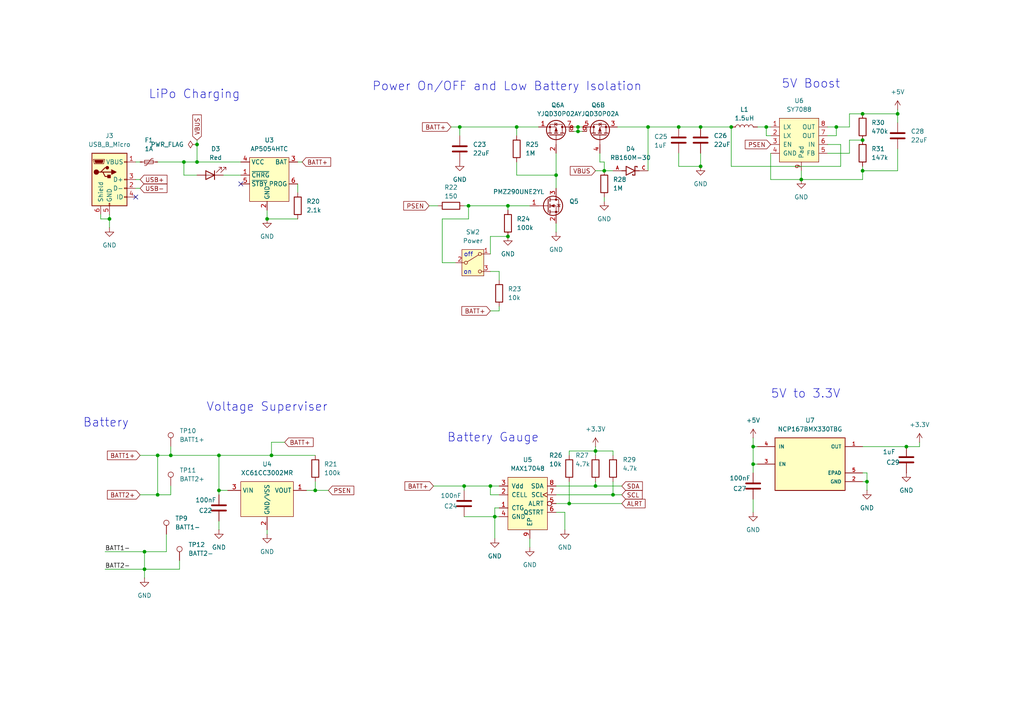
<source format=kicad_sch>
(kicad_sch
	(version 20231120)
	(generator "eeschema")
	(generator_version "8.0")
	(uuid "3a79bf78-ed28-4c01-9479-cade3b65dfab")
	(paper "A4")
	(title_block
		(title "Power")
	)
	(lib_symbols
		(symbol "Connector:TestPoint"
			(pin_numbers hide)
			(pin_names
				(offset 0.762) hide)
			(exclude_from_sim no)
			(in_bom yes)
			(on_board yes)
			(property "Reference" "TP"
				(at 0 6.858 0)
				(effects
					(font
						(size 1.27 1.27)
					)
				)
			)
			(property "Value" "TestPoint"
				(at 0 5.08 0)
				(effects
					(font
						(size 1.27 1.27)
					)
				)
			)
			(property "Footprint" ""
				(at 5.08 0 0)
				(effects
					(font
						(size 1.27 1.27)
					)
					(hide yes)
				)
			)
			(property "Datasheet" "~"
				(at 5.08 0 0)
				(effects
					(font
						(size 1.27 1.27)
					)
					(hide yes)
				)
			)
			(property "Description" "test point"
				(at 0 0 0)
				(effects
					(font
						(size 1.27 1.27)
					)
					(hide yes)
				)
			)
			(property "ki_keywords" "test point tp"
				(at 0 0 0)
				(effects
					(font
						(size 1.27 1.27)
					)
					(hide yes)
				)
			)
			(property "ki_fp_filters" "Pin* Test*"
				(at 0 0 0)
				(effects
					(font
						(size 1.27 1.27)
					)
					(hide yes)
				)
			)
			(symbol "TestPoint_0_1"
				(circle
					(center 0 3.302)
					(radius 0.762)
					(stroke
						(width 0)
						(type default)
					)
					(fill
						(type none)
					)
				)
			)
			(symbol "TestPoint_1_1"
				(pin passive line
					(at 0 0 90)
					(length 2.54)
					(name "1"
						(effects
							(font
								(size 1.27 1.27)
							)
						)
					)
					(number "1"
						(effects
							(font
								(size 1.27 1.27)
							)
						)
					)
				)
			)
		)
		(symbol "Connector:USB_B_Micro"
			(pin_names
				(offset 1.016)
			)
			(exclude_from_sim no)
			(in_bom yes)
			(on_board yes)
			(property "Reference" "J"
				(at -5.08 11.43 0)
				(effects
					(font
						(size 1.27 1.27)
					)
					(justify left)
				)
			)
			(property "Value" "USB_B_Micro"
				(at -5.08 8.89 0)
				(effects
					(font
						(size 1.27 1.27)
					)
					(justify left)
				)
			)
			(property "Footprint" ""
				(at 3.81 -1.27 0)
				(effects
					(font
						(size 1.27 1.27)
					)
					(hide yes)
				)
			)
			(property "Datasheet" "~"
				(at 3.81 -1.27 0)
				(effects
					(font
						(size 1.27 1.27)
					)
					(hide yes)
				)
			)
			(property "Description" "USB Micro Type B connector"
				(at 0 0 0)
				(effects
					(font
						(size 1.27 1.27)
					)
					(hide yes)
				)
			)
			(property "ki_keywords" "connector USB micro"
				(at 0 0 0)
				(effects
					(font
						(size 1.27 1.27)
					)
					(hide yes)
				)
			)
			(property "ki_fp_filters" "USB*"
				(at 0 0 0)
				(effects
					(font
						(size 1.27 1.27)
					)
					(hide yes)
				)
			)
			(symbol "USB_B_Micro_0_1"
				(rectangle
					(start -5.08 -7.62)
					(end 5.08 7.62)
					(stroke
						(width 0.254)
						(type default)
					)
					(fill
						(type background)
					)
				)
				(circle
					(center -3.81 2.159)
					(radius 0.635)
					(stroke
						(width 0.254)
						(type default)
					)
					(fill
						(type outline)
					)
				)
				(circle
					(center -0.635 3.429)
					(radius 0.381)
					(stroke
						(width 0.254)
						(type default)
					)
					(fill
						(type outline)
					)
				)
				(rectangle
					(start -0.127 -7.62)
					(end 0.127 -6.858)
					(stroke
						(width 0)
						(type default)
					)
					(fill
						(type none)
					)
				)
				(polyline
					(pts
						(xy -1.905 2.159) (xy 0.635 2.159)
					)
					(stroke
						(width 0.254)
						(type default)
					)
					(fill
						(type none)
					)
				)
				(polyline
					(pts
						(xy -3.175 2.159) (xy -2.54 2.159) (xy -1.27 3.429) (xy -0.635 3.429)
					)
					(stroke
						(width 0.254)
						(type default)
					)
					(fill
						(type none)
					)
				)
				(polyline
					(pts
						(xy -2.54 2.159) (xy -1.905 2.159) (xy -1.27 0.889) (xy 0 0.889)
					)
					(stroke
						(width 0.254)
						(type default)
					)
					(fill
						(type none)
					)
				)
				(polyline
					(pts
						(xy 0.635 2.794) (xy 0.635 1.524) (xy 1.905 2.159) (xy 0.635 2.794)
					)
					(stroke
						(width 0.254)
						(type default)
					)
					(fill
						(type outline)
					)
				)
				(polyline
					(pts
						(xy -4.318 5.588) (xy -1.778 5.588) (xy -2.032 4.826) (xy -4.064 4.826) (xy -4.318 5.588)
					)
					(stroke
						(width 0)
						(type default)
					)
					(fill
						(type outline)
					)
				)
				(polyline
					(pts
						(xy -4.699 5.842) (xy -4.699 5.588) (xy -4.445 4.826) (xy -4.445 4.572) (xy -1.651 4.572) (xy -1.651 4.826)
						(xy -1.397 5.588) (xy -1.397 5.842) (xy -4.699 5.842)
					)
					(stroke
						(width 0)
						(type default)
					)
					(fill
						(type none)
					)
				)
				(rectangle
					(start 0.254 1.27)
					(end -0.508 0.508)
					(stroke
						(width 0.254)
						(type default)
					)
					(fill
						(type outline)
					)
				)
				(rectangle
					(start 5.08 -5.207)
					(end 4.318 -4.953)
					(stroke
						(width 0)
						(type default)
					)
					(fill
						(type none)
					)
				)
				(rectangle
					(start 5.08 -2.667)
					(end 4.318 -2.413)
					(stroke
						(width 0)
						(type default)
					)
					(fill
						(type none)
					)
				)
				(rectangle
					(start 5.08 -0.127)
					(end 4.318 0.127)
					(stroke
						(width 0)
						(type default)
					)
					(fill
						(type none)
					)
				)
				(rectangle
					(start 5.08 4.953)
					(end 4.318 5.207)
					(stroke
						(width 0)
						(type default)
					)
					(fill
						(type none)
					)
				)
			)
			(symbol "USB_B_Micro_1_1"
				(pin power_out line
					(at 7.62 5.08 180)
					(length 2.54)
					(name "VBUS"
						(effects
							(font
								(size 1.27 1.27)
							)
						)
					)
					(number "1"
						(effects
							(font
								(size 1.27 1.27)
							)
						)
					)
				)
				(pin bidirectional line
					(at 7.62 -2.54 180)
					(length 2.54)
					(name "D-"
						(effects
							(font
								(size 1.27 1.27)
							)
						)
					)
					(number "2"
						(effects
							(font
								(size 1.27 1.27)
							)
						)
					)
				)
				(pin bidirectional line
					(at 7.62 0 180)
					(length 2.54)
					(name "D+"
						(effects
							(font
								(size 1.27 1.27)
							)
						)
					)
					(number "3"
						(effects
							(font
								(size 1.27 1.27)
							)
						)
					)
				)
				(pin passive line
					(at 7.62 -5.08 180)
					(length 2.54)
					(name "ID"
						(effects
							(font
								(size 1.27 1.27)
							)
						)
					)
					(number "4"
						(effects
							(font
								(size 1.27 1.27)
							)
						)
					)
				)
				(pin power_out line
					(at 0 -10.16 90)
					(length 2.54)
					(name "GND"
						(effects
							(font
								(size 1.27 1.27)
							)
						)
					)
					(number "5"
						(effects
							(font
								(size 1.27 1.27)
							)
						)
					)
				)
				(pin passive line
					(at -2.54 -10.16 90)
					(length 2.54)
					(name "Shield"
						(effects
							(font
								(size 1.27 1.27)
							)
						)
					)
					(number "6"
						(effects
							(font
								(size 1.27 1.27)
							)
						)
					)
				)
			)
		)
		(symbol "Device:C"
			(pin_numbers hide)
			(pin_names
				(offset 0.254)
			)
			(exclude_from_sim no)
			(in_bom yes)
			(on_board yes)
			(property "Reference" "C"
				(at 0.635 2.54 0)
				(effects
					(font
						(size 1.27 1.27)
					)
					(justify left)
				)
			)
			(property "Value" "C"
				(at 0.635 -2.54 0)
				(effects
					(font
						(size 1.27 1.27)
					)
					(justify left)
				)
			)
			(property "Footprint" ""
				(at 0.9652 -3.81 0)
				(effects
					(font
						(size 1.27 1.27)
					)
					(hide yes)
				)
			)
			(property "Datasheet" "~"
				(at 0 0 0)
				(effects
					(font
						(size 1.27 1.27)
					)
					(hide yes)
				)
			)
			(property "Description" "Unpolarized capacitor"
				(at 0 0 0)
				(effects
					(font
						(size 1.27 1.27)
					)
					(hide yes)
				)
			)
			(property "ki_keywords" "cap capacitor"
				(at 0 0 0)
				(effects
					(font
						(size 1.27 1.27)
					)
					(hide yes)
				)
			)
			(property "ki_fp_filters" "C_*"
				(at 0 0 0)
				(effects
					(font
						(size 1.27 1.27)
					)
					(hide yes)
				)
			)
			(symbol "C_0_1"
				(polyline
					(pts
						(xy -2.032 -0.762) (xy 2.032 -0.762)
					)
					(stroke
						(width 0.508)
						(type default)
					)
					(fill
						(type none)
					)
				)
				(polyline
					(pts
						(xy -2.032 0.762) (xy 2.032 0.762)
					)
					(stroke
						(width 0.508)
						(type default)
					)
					(fill
						(type none)
					)
				)
			)
			(symbol "C_1_1"
				(pin passive line
					(at 0 3.81 270)
					(length 2.794)
					(name "~"
						(effects
							(font
								(size 1.27 1.27)
							)
						)
					)
					(number "1"
						(effects
							(font
								(size 1.27 1.27)
							)
						)
					)
				)
				(pin passive line
					(at 0 -3.81 90)
					(length 2.794)
					(name "~"
						(effects
							(font
								(size 1.27 1.27)
							)
						)
					)
					(number "2"
						(effects
							(font
								(size 1.27 1.27)
							)
						)
					)
				)
			)
		)
		(symbol "Device:L"
			(pin_numbers hide)
			(pin_names
				(offset 1.016) hide)
			(exclude_from_sim no)
			(in_bom yes)
			(on_board yes)
			(property "Reference" "L"
				(at -1.27 0 90)
				(effects
					(font
						(size 1.27 1.27)
					)
				)
			)
			(property "Value" "L"
				(at 1.905 0 90)
				(effects
					(font
						(size 1.27 1.27)
					)
				)
			)
			(property "Footprint" ""
				(at 0 0 0)
				(effects
					(font
						(size 1.27 1.27)
					)
					(hide yes)
				)
			)
			(property "Datasheet" "~"
				(at 0 0 0)
				(effects
					(font
						(size 1.27 1.27)
					)
					(hide yes)
				)
			)
			(property "Description" "Inductor"
				(at 0 0 0)
				(effects
					(font
						(size 1.27 1.27)
					)
					(hide yes)
				)
			)
			(property "ki_keywords" "inductor choke coil reactor magnetic"
				(at 0 0 0)
				(effects
					(font
						(size 1.27 1.27)
					)
					(hide yes)
				)
			)
			(property "ki_fp_filters" "Choke_* *Coil* Inductor_* L_*"
				(at 0 0 0)
				(effects
					(font
						(size 1.27 1.27)
					)
					(hide yes)
				)
			)
			(symbol "L_0_1"
				(arc
					(start 0 -2.54)
					(mid 0.6323 -1.905)
					(end 0 -1.27)
					(stroke
						(width 0)
						(type default)
					)
					(fill
						(type none)
					)
				)
				(arc
					(start 0 -1.27)
					(mid 0.6323 -0.635)
					(end 0 0)
					(stroke
						(width 0)
						(type default)
					)
					(fill
						(type none)
					)
				)
				(arc
					(start 0 0)
					(mid 0.6323 0.635)
					(end 0 1.27)
					(stroke
						(width 0)
						(type default)
					)
					(fill
						(type none)
					)
				)
				(arc
					(start 0 1.27)
					(mid 0.6323 1.905)
					(end 0 2.54)
					(stroke
						(width 0)
						(type default)
					)
					(fill
						(type none)
					)
				)
			)
			(symbol "L_1_1"
				(pin passive line
					(at 0 3.81 270)
					(length 1.27)
					(name "1"
						(effects
							(font
								(size 1.27 1.27)
							)
						)
					)
					(number "1"
						(effects
							(font
								(size 1.27 1.27)
							)
						)
					)
				)
				(pin passive line
					(at 0 -3.81 90)
					(length 1.27)
					(name "2"
						(effects
							(font
								(size 1.27 1.27)
							)
						)
					)
					(number "2"
						(effects
							(font
								(size 1.27 1.27)
							)
						)
					)
				)
			)
		)
		(symbol "Device:LED"
			(pin_numbers hide)
			(pin_names
				(offset 1.016) hide)
			(exclude_from_sim no)
			(in_bom yes)
			(on_board yes)
			(property "Reference" "D"
				(at 0 2.54 0)
				(effects
					(font
						(size 1.27 1.27)
					)
				)
			)
			(property "Value" "LED"
				(at 0 -2.54 0)
				(effects
					(font
						(size 1.27 1.27)
					)
				)
			)
			(property "Footprint" ""
				(at 0 0 0)
				(effects
					(font
						(size 1.27 1.27)
					)
					(hide yes)
				)
			)
			(property "Datasheet" "~"
				(at 0 0 0)
				(effects
					(font
						(size 1.27 1.27)
					)
					(hide yes)
				)
			)
			(property "Description" "Light emitting diode"
				(at 0 0 0)
				(effects
					(font
						(size 1.27 1.27)
					)
					(hide yes)
				)
			)
			(property "ki_keywords" "LED diode"
				(at 0 0 0)
				(effects
					(font
						(size 1.27 1.27)
					)
					(hide yes)
				)
			)
			(property "ki_fp_filters" "LED* LED_SMD:* LED_THT:*"
				(at 0 0 0)
				(effects
					(font
						(size 1.27 1.27)
					)
					(hide yes)
				)
			)
			(symbol "LED_0_1"
				(polyline
					(pts
						(xy -1.27 -1.27) (xy -1.27 1.27)
					)
					(stroke
						(width 0.254)
						(type default)
					)
					(fill
						(type none)
					)
				)
				(polyline
					(pts
						(xy -1.27 0) (xy 1.27 0)
					)
					(stroke
						(width 0)
						(type default)
					)
					(fill
						(type none)
					)
				)
				(polyline
					(pts
						(xy 1.27 -1.27) (xy 1.27 1.27) (xy -1.27 0) (xy 1.27 -1.27)
					)
					(stroke
						(width 0.254)
						(type default)
					)
					(fill
						(type none)
					)
				)
				(polyline
					(pts
						(xy -3.048 -0.762) (xy -4.572 -2.286) (xy -3.81 -2.286) (xy -4.572 -2.286) (xy -4.572 -1.524)
					)
					(stroke
						(width 0)
						(type default)
					)
					(fill
						(type none)
					)
				)
				(polyline
					(pts
						(xy -1.778 -0.762) (xy -3.302 -2.286) (xy -2.54 -2.286) (xy -3.302 -2.286) (xy -3.302 -1.524)
					)
					(stroke
						(width 0)
						(type default)
					)
					(fill
						(type none)
					)
				)
			)
			(symbol "LED_1_1"
				(pin passive line
					(at -3.81 0 0)
					(length 2.54)
					(name "K"
						(effects
							(font
								(size 1.27 1.27)
							)
						)
					)
					(number "1"
						(effects
							(font
								(size 1.27 1.27)
							)
						)
					)
				)
				(pin passive line
					(at 3.81 0 180)
					(length 2.54)
					(name "A"
						(effects
							(font
								(size 1.27 1.27)
							)
						)
					)
					(number "2"
						(effects
							(font
								(size 1.27 1.27)
							)
						)
					)
				)
			)
		)
		(symbol "Device:Polyfuse_Small"
			(pin_numbers hide)
			(pin_names
				(offset 0)
			)
			(exclude_from_sim no)
			(in_bom yes)
			(on_board yes)
			(property "Reference" "F"
				(at -1.905 0 90)
				(effects
					(font
						(size 1.27 1.27)
					)
				)
			)
			(property "Value" "Polyfuse_Small"
				(at 1.905 0 90)
				(effects
					(font
						(size 1.27 1.27)
					)
				)
			)
			(property "Footprint" ""
				(at 1.27 -5.08 0)
				(effects
					(font
						(size 1.27 1.27)
					)
					(justify left)
					(hide yes)
				)
			)
			(property "Datasheet" "~"
				(at 0 0 0)
				(effects
					(font
						(size 1.27 1.27)
					)
					(hide yes)
				)
			)
			(property "Description" "Resettable fuse, polymeric positive temperature coefficient, small symbol"
				(at 0 0 0)
				(effects
					(font
						(size 1.27 1.27)
					)
					(hide yes)
				)
			)
			(property "ki_keywords" "resettable fuse PTC PPTC polyfuse polyswitch"
				(at 0 0 0)
				(effects
					(font
						(size 1.27 1.27)
					)
					(hide yes)
				)
			)
			(property "ki_fp_filters" "*polyfuse* *PTC*"
				(at 0 0 0)
				(effects
					(font
						(size 1.27 1.27)
					)
					(hide yes)
				)
			)
			(symbol "Polyfuse_Small_0_1"
				(rectangle
					(start -0.508 1.27)
					(end 0.508 -1.27)
					(stroke
						(width 0)
						(type default)
					)
					(fill
						(type none)
					)
				)
				(polyline
					(pts
						(xy 0 2.54) (xy 0 -2.54)
					)
					(stroke
						(width 0)
						(type default)
					)
					(fill
						(type none)
					)
				)
				(polyline
					(pts
						(xy -1.016 1.27) (xy -1.016 0.762) (xy 1.016 -0.762) (xy 1.016 -1.27)
					)
					(stroke
						(width 0)
						(type default)
					)
					(fill
						(type none)
					)
				)
			)
			(symbol "Polyfuse_Small_1_1"
				(pin passive line
					(at 0 2.54 270)
					(length 0.635)
					(name "~"
						(effects
							(font
								(size 1.27 1.27)
							)
						)
					)
					(number "1"
						(effects
							(font
								(size 1.27 1.27)
							)
						)
					)
				)
				(pin passive line
					(at 0 -2.54 90)
					(length 0.635)
					(name "~"
						(effects
							(font
								(size 1.27 1.27)
							)
						)
					)
					(number "2"
						(effects
							(font
								(size 1.27 1.27)
							)
						)
					)
				)
			)
		)
		(symbol "Device:R"
			(pin_numbers hide)
			(pin_names
				(offset 0)
			)
			(exclude_from_sim no)
			(in_bom yes)
			(on_board yes)
			(property "Reference" "R"
				(at 2.032 0 90)
				(effects
					(font
						(size 1.27 1.27)
					)
				)
			)
			(property "Value" "R"
				(at 0 0 90)
				(effects
					(font
						(size 1.27 1.27)
					)
				)
			)
			(property "Footprint" ""
				(at -1.778 0 90)
				(effects
					(font
						(size 1.27 1.27)
					)
					(hide yes)
				)
			)
			(property "Datasheet" "~"
				(at 0 0 0)
				(effects
					(font
						(size 1.27 1.27)
					)
					(hide yes)
				)
			)
			(property "Description" "Resistor"
				(at 0 0 0)
				(effects
					(font
						(size 1.27 1.27)
					)
					(hide yes)
				)
			)
			(property "ki_keywords" "R res resistor"
				(at 0 0 0)
				(effects
					(font
						(size 1.27 1.27)
					)
					(hide yes)
				)
			)
			(property "ki_fp_filters" "R_*"
				(at 0 0 0)
				(effects
					(font
						(size 1.27 1.27)
					)
					(hide yes)
				)
			)
			(symbol "R_0_1"
				(rectangle
					(start -1.016 -2.54)
					(end 1.016 2.54)
					(stroke
						(width 0.254)
						(type default)
					)
					(fill
						(type none)
					)
				)
			)
			(symbol "R_1_1"
				(pin passive line
					(at 0 3.81 270)
					(length 1.27)
					(name "~"
						(effects
							(font
								(size 1.27 1.27)
							)
						)
					)
					(number "1"
						(effects
							(font
								(size 1.27 1.27)
							)
						)
					)
				)
				(pin passive line
					(at 0 -3.81 90)
					(length 1.27)
					(name "~"
						(effects
							(font
								(size 1.27 1.27)
							)
						)
					)
					(number "2"
						(effects
							(font
								(size 1.27 1.27)
							)
						)
					)
				)
			)
		)
		(symbol "NCP167BMX330TBG:NCP167BMX330TBG"
			(pin_names
				(offset 1.016)
			)
			(exclude_from_sim no)
			(in_bom yes)
			(on_board yes)
			(property "Reference" "U7"
				(at 0 12.7 0)
				(effects
					(font
						(size 1.27 1.27)
					)
				)
			)
			(property "Value" "NCP167BMX330TBG"
				(at 0 10.16 0)
				(effects
					(font
						(size 1.27 1.27)
					)
				)
			)
			(property "Footprint" "NCP167BMX330TBG:VREG_NCP167BMX330TBG"
				(at 0 0 0)
				(effects
					(font
						(size 1.27 1.27)
					)
					(justify bottom)
					(hide yes)
				)
			)
			(property "Datasheet" ""
				(at 0 0 0)
				(effects
					(font
						(size 1.27 1.27)
					)
					(hide yes)
				)
			)
			(property "Description" ""
				(at 0 0 0)
				(effects
					(font
						(size 1.27 1.27)
					)
					(hide yes)
				)
			)
			(property "MF" "onsemi"
				(at 0 0 0)
				(effects
					(font
						(size 1.27 1.27)
					)
					(justify bottom)
					(hide yes)
				)
			)
			(property "MAXIMUM_PACKAGE_HEIGHT" "0.43 mm"
				(at 0 0 0)
				(effects
					(font
						(size 1.27 1.27)
					)
					(justify bottom)
					(hide yes)
				)
			)
			(property "Package" "XDFN-4 ON Semiconductor"
				(at 0 0 0)
				(effects
					(font
						(size 1.27 1.27)
					)
					(justify bottom)
					(hide yes)
				)
			)
			(property "Price" "None"
				(at 0 0 0)
				(effects
					(font
						(size 1.27 1.27)
					)
					(justify bottom)
					(hide yes)
				)
			)
			(property "Check_prices" "https://www.snapeda.com/parts/NCP167BMX330TBG/Onsemi/view-part/?ref=eda"
				(at 0 0 0)
				(effects
					(font
						(size 1.27 1.27)
					)
					(justify bottom)
					(hide yes)
				)
			)
			(property "STANDARD" "Manufacturer Recommendations"
				(at 0 0 0)
				(effects
					(font
						(size 1.27 1.27)
					)
					(justify bottom)
					(hide yes)
				)
			)
			(property "PARTREV" "5"
				(at 0 0 0)
				(effects
					(font
						(size 1.27 1.27)
					)
					(justify bottom)
					(hide yes)
				)
			)
			(property "SnapEDA_Link" "https://www.snapeda.com/parts/NCP167BMX330TBG/Onsemi/view-part/?ref=snap"
				(at 0 0 0)
				(effects
					(font
						(size 1.27 1.27)
					)
					(justify bottom)
					(hide yes)
				)
			)
			(property "MP" "NCP167BMX330TBG"
				(at 0 0 0)
				(effects
					(font
						(size 1.27 1.27)
					)
					(justify bottom)
					(hide yes)
				)
			)
			(property "Description_1" "\n                        \n                            Linear Voltage Regulator IC Positive Fixed 1 Output 700mA 4-XDFN (1x1)\n                        \n"
				(at 0 0 0)
				(effects
					(font
						(size 1.27 1.27)
					)
					(justify bottom)
					(hide yes)
				)
			)
			(property "Availability" "In Stock"
				(at 0 0 0)
				(effects
					(font
						(size 1.27 1.27)
					)
					(justify bottom)
					(hide yes)
				)
			)
			(property "MANUFACTURER" "Onsemi"
				(at 0 0 0)
				(effects
					(font
						(size 1.27 1.27)
					)
					(justify bottom)
					(hide yes)
				)
			)
			(symbol "NCP167BMX330TBG_0_0"
				(rectangle
					(start -10.16 -7.62)
					(end 10.16 7.62)
					(stroke
						(width 0.254)
						(type default)
					)
					(fill
						(type background)
					)
				)
				(pin power_out line
					(at 15.24 5.08 180)
					(length 5.08)
					(name "OUT"
						(effects
							(font
								(size 1.016 1.016)
							)
						)
					)
					(number "1"
						(effects
							(font
								(size 1.016 1.016)
							)
						)
					)
				)
				(pin power_in line
					(at 15.24 -5.08 180)
					(length 5.08)
					(name "GND"
						(effects
							(font
								(size 1.016 1.016)
							)
						)
					)
					(number "2"
						(effects
							(font
								(size 1.016 1.016)
							)
						)
					)
				)
				(pin input line
					(at -15.24 0 0)
					(length 5.08)
					(name "EN"
						(effects
							(font
								(size 1.016 1.016)
							)
						)
					)
					(number "3"
						(effects
							(font
								(size 1.016 1.016)
							)
						)
					)
				)
				(pin input line
					(at -15.24 5.08 0)
					(length 5.08)
					(name "IN"
						(effects
							(font
								(size 1.016 1.016)
							)
						)
					)
					(number "4"
						(effects
							(font
								(size 1.016 1.016)
							)
						)
					)
				)
				(pin power_in line
					(at 15.24 -2.54 180)
					(length 5.08)
					(name "EPAD"
						(effects
							(font
								(size 1.016 1.016)
							)
						)
					)
					(number "5"
						(effects
							(font
								(size 1.016 1.016)
							)
						)
					)
				)
			)
		)
		(symbol "RB160M-30:RB160M-30"
			(pin_names
				(offset 1.016)
			)
			(exclude_from_sim no)
			(in_bom yes)
			(on_board yes)
			(property "Reference" "D"
				(at -5.08 2.54 0)
				(effects
					(font
						(size 1.27 1.27)
					)
					(justify left bottom)
				)
			)
			(property "Value" "RB160M-30"
				(at -5.08 -3.81 0)
				(effects
					(font
						(size 1.27 1.27)
					)
					(justify left bottom)
				)
			)
			(property "Footprint" "RB160M-30:DIO_RB160M-30"
				(at 0 0 0)
				(effects
					(font
						(size 1.27 1.27)
					)
					(justify bottom)
					(hide yes)
				)
			)
			(property "Datasheet" ""
				(at 0 0 0)
				(effects
					(font
						(size 1.27 1.27)
					)
					(hide yes)
				)
			)
			(property "Description" ""
				(at 0 0 0)
				(effects
					(font
						(size 1.27 1.27)
					)
					(hide yes)
				)
			)
			(property "MF" "Rohm Semiconductor"
				(at 0 0 0)
				(effects
					(font
						(size 1.27 1.27)
					)
					(justify bottom)
					(hide yes)
				)
			)
			(property "MAXIMUM_PACKAGE_HEIGHT" "0.9mm"
				(at 0 0 0)
				(effects
					(font
						(size 1.27 1.27)
					)
					(justify bottom)
					(hide yes)
				)
			)
			(property "Package" "None"
				(at 0 0 0)
				(effects
					(font
						(size 1.27 1.27)
					)
					(justify bottom)
					(hide yes)
				)
			)
			(property "Price" "None"
				(at 0 0 0)
				(effects
					(font
						(size 1.27 1.27)
					)
					(justify bottom)
					(hide yes)
				)
			)
			(property "Check_prices" "https://www.snapeda.com/parts/RB160M-30/Rohm/view-part/?ref=eda"
				(at 0 0 0)
				(effects
					(font
						(size 1.27 1.27)
					)
					(justify bottom)
					(hide yes)
				)
			)
			(property "STANDARD" "IPC 7351B"
				(at 0 0 0)
				(effects
					(font
						(size 1.27 1.27)
					)
					(justify bottom)
					(hide yes)
				)
			)
			(property "PARTREV" "D"
				(at 0 0 0)
				(effects
					(font
						(size 1.27 1.27)
					)
					(justify bottom)
					(hide yes)
				)
			)
			(property "SnapEDA_Link" "https://www.snapeda.com/parts/RB160M-30/Rohm/view-part/?ref=snap"
				(at 0 0 0)
				(effects
					(font
						(size 1.27 1.27)
					)
					(justify bottom)
					(hide yes)
				)
			)
			(property "MP" "RB160M-30"
				(at 0 0 0)
				(effects
					(font
						(size 1.27 1.27)
					)
					(justify bottom)
					(hide yes)
				)
			)
			(property "Description_1" "\n                        \n                            Rectifier Diode Schottky 30V 1A 2-Pin PMDU T/R\n                        \n"
				(at 0 0 0)
				(effects
					(font
						(size 1.27 1.27)
					)
					(justify bottom)
					(hide yes)
				)
			)
			(property "SNAPEDA_PN" "RB160M-30"
				(at 0 0 0)
				(effects
					(font
						(size 1.27 1.27)
					)
					(justify bottom)
					(hide yes)
				)
			)
			(property "Availability" "In Stock"
				(at 0 0 0)
				(effects
					(font
						(size 1.27 1.27)
					)
					(justify bottom)
					(hide yes)
				)
			)
			(property "MANUFACTURER" "Rohm"
				(at 0 0 0)
				(effects
					(font
						(size 1.27 1.27)
					)
					(justify bottom)
					(hide yes)
				)
			)
			(symbol "RB160M-30_0_0"
				(polyline
					(pts
						(xy -2.54 0) (xy -1.27 0)
					)
					(stroke
						(width 0.254)
						(type default)
					)
					(fill
						(type none)
					)
				)
				(polyline
					(pts
						(xy -1.27 -1.27) (xy 1.27 0)
					)
					(stroke
						(width 0.254)
						(type default)
					)
					(fill
						(type none)
					)
				)
				(polyline
					(pts
						(xy -1.27 0) (xy -1.27 -1.27)
					)
					(stroke
						(width 0.254)
						(type default)
					)
					(fill
						(type none)
					)
				)
				(polyline
					(pts
						(xy -1.27 1.27) (xy -1.27 0)
					)
					(stroke
						(width 0.254)
						(type default)
					)
					(fill
						(type none)
					)
				)
				(polyline
					(pts
						(xy 0.635 -1.016) (xy 0.635 -1.27)
					)
					(stroke
						(width 0.254)
						(type default)
					)
					(fill
						(type none)
					)
				)
				(polyline
					(pts
						(xy 1.27 -1.27) (xy 0.635 -1.27)
					)
					(stroke
						(width 0.254)
						(type default)
					)
					(fill
						(type none)
					)
				)
				(polyline
					(pts
						(xy 1.27 0) (xy -1.27 1.27)
					)
					(stroke
						(width 0.254)
						(type default)
					)
					(fill
						(type none)
					)
				)
				(polyline
					(pts
						(xy 1.27 0) (xy 1.27 -1.27)
					)
					(stroke
						(width 0.254)
						(type default)
					)
					(fill
						(type none)
					)
				)
				(polyline
					(pts
						(xy 1.27 1.27) (xy 1.27 0)
					)
					(stroke
						(width 0.254)
						(type default)
					)
					(fill
						(type none)
					)
				)
				(polyline
					(pts
						(xy 1.905 1.27) (xy 1.27 1.27)
					)
					(stroke
						(width 0.254)
						(type default)
					)
					(fill
						(type none)
					)
				)
				(polyline
					(pts
						(xy 1.905 1.27) (xy 1.905 1.016)
					)
					(stroke
						(width 0.254)
						(type default)
					)
					(fill
						(type none)
					)
				)
				(polyline
					(pts
						(xy 2.54 0) (xy 1.27 0)
					)
					(stroke
						(width 0.254)
						(type default)
					)
					(fill
						(type none)
					)
				)
				(pin passive line
					(at -5.08 0 0)
					(length 2.54)
					(name "~"
						(effects
							(font
								(size 1.016 1.016)
							)
						)
					)
					(number "A"
						(effects
							(font
								(size 1.016 1.016)
							)
						)
					)
				)
				(pin passive line
					(at 5.08 0 180)
					(length 2.54)
					(name "~"
						(effects
							(font
								(size 1.016 1.016)
							)
						)
					)
					(number "C"
						(effects
							(font
								(size 1.016 1.016)
							)
						)
					)
				)
			)
		)
		(symbol "Switch:SW_SPDT"
			(pin_names
				(offset 0) hide)
			(exclude_from_sim no)
			(in_bom yes)
			(on_board yes)
			(property "Reference" "SW"
				(at 0 5.08 0)
				(effects
					(font
						(size 1.27 1.27)
					)
				)
			)
			(property "Value" "SW_SPDT"
				(at 0 -5.08 0)
				(effects
					(font
						(size 1.27 1.27)
					)
				)
			)
			(property "Footprint" ""
				(at 0 0 0)
				(effects
					(font
						(size 1.27 1.27)
					)
					(hide yes)
				)
			)
			(property "Datasheet" "~"
				(at 0 -7.62 0)
				(effects
					(font
						(size 1.27 1.27)
					)
					(hide yes)
				)
			)
			(property "Description" "Switch, single pole double throw"
				(at 0 0 0)
				(effects
					(font
						(size 1.27 1.27)
					)
					(hide yes)
				)
			)
			(property "ki_keywords" "switch single-pole double-throw spdt ON-ON"
				(at 0 0 0)
				(effects
					(font
						(size 1.27 1.27)
					)
					(hide yes)
				)
			)
			(symbol "SW_SPDT_0_1"
				(circle
					(center -2.032 0)
					(radius 0.4572)
					(stroke
						(width 0)
						(type default)
					)
					(fill
						(type none)
					)
				)
				(polyline
					(pts
						(xy -1.651 0.254) (xy 1.651 2.286)
					)
					(stroke
						(width 0)
						(type default)
					)
					(fill
						(type none)
					)
				)
				(circle
					(center 2.032 -2.54)
					(radius 0.4572)
					(stroke
						(width 0)
						(type default)
					)
					(fill
						(type none)
					)
				)
				(circle
					(center 2.032 2.54)
					(radius 0.4572)
					(stroke
						(width 0)
						(type default)
					)
					(fill
						(type none)
					)
				)
			)
			(symbol "SW_SPDT_1_1"
				(rectangle
					(start -3.175 3.81)
					(end 3.175 -3.81)
					(stroke
						(width 0)
						(type default)
					)
					(fill
						(type background)
					)
				)
				(pin passive line
					(at 5.08 2.54 180)
					(length 2.54)
					(name "A"
						(effects
							(font
								(size 1.27 1.27)
							)
						)
					)
					(number "1"
						(effects
							(font
								(size 1.27 1.27)
							)
						)
					)
				)
				(pin passive line
					(at -5.08 0 0)
					(length 2.54)
					(name "B"
						(effects
							(font
								(size 1.27 1.27)
							)
						)
					)
					(number "2"
						(effects
							(font
								(size 1.27 1.27)
							)
						)
					)
				)
				(pin passive line
					(at 5.08 -2.54 180)
					(length 2.54)
					(name "C"
						(effects
							(font
								(size 1.27 1.27)
							)
						)
					)
					(number "3"
						(effects
							(font
								(size 1.27 1.27)
							)
						)
					)
				)
			)
		)
		(symbol "components:AP5054HTC"
			(exclude_from_sim no)
			(in_bom yes)
			(on_board yes)
			(property "Reference" "U3"
				(at 0.635 10.16 0)
				(effects
					(font
						(size 1.27 1.27)
					)
				)
			)
			(property "Value" "AP5054HTC"
				(at 0.635 7.62 0)
				(effects
					(font
						(size 1.27 1.27)
					)
				)
			)
			(property "Footprint" "Package_TO_SOT_SMD:SOT-23-6"
				(at 0 -8.89 0)
				(effects
					(font
						(size 1.27 1.27)
					)
					(hide yes)
				)
			)
			(property "Datasheet" ""
				(at -1.27 -12.7 0)
				(effects
					(font
						(size 1.27 1.27)
					)
					(hide yes)
				)
			)
			(property "Description" "Li-ion 1S Battery Charger 750mA"
				(at 0 0 0)
				(effects
					(font
						(size 1.27 1.27)
					)
					(hide yes)
				)
			)
			(property "ki_keywords" "Li-ion  Battery Charger"
				(at 0 0 0)
				(effects
					(font
						(size 1.27 1.27)
					)
					(hide yes)
				)
			)
			(symbol "AP5054HTC_0_1"
				(rectangle
					(start -5.08 5.08)
					(end 6.35 -7.62)
					(stroke
						(width 0)
						(type default)
					)
					(fill
						(type background)
					)
				)
			)
			(symbol "AP5054HTC_1_1"
				(pin output line
					(at -7.62 0 0)
					(length 2.54)
					(name "~{CHRG}"
						(effects
							(font
								(size 1.27 1.27)
							)
						)
					)
					(number "1"
						(effects
							(font
								(size 1.27 1.27)
							)
						)
					)
				)
				(pin power_in line
					(at 0 -10.16 90)
					(length 2.54)
					(name "GND"
						(effects
							(font
								(size 1.27 1.27)
							)
						)
					)
					(number "2"
						(effects
							(font
								(size 1.27 1.27)
							)
						)
					)
				)
				(pin power_out line
					(at 8.89 3.81 180)
					(length 2.54)
					(name "BAT"
						(effects
							(font
								(size 1.27 1.27)
							)
						)
					)
					(number "3"
						(effects
							(font
								(size 1.27 1.27)
							)
						)
					)
				)
				(pin power_in line
					(at -7.62 3.81 0)
					(length 2.54)
					(name "VCC"
						(effects
							(font
								(size 1.27 1.27)
							)
						)
					)
					(number "4"
						(effects
							(font
								(size 1.27 1.27)
							)
						)
					)
				)
				(pin output line
					(at -7.62 -2.54 0)
					(length 2.54)
					(name "~{STBY}"
						(effects
							(font
								(size 1.27 1.27)
							)
						)
					)
					(number "5"
						(effects
							(font
								(size 1.27 1.27)
							)
						)
					)
				)
				(pin passive line
					(at 8.89 -2.54 180)
					(length 2.54)
					(name "PROG"
						(effects
							(font
								(size 1.27 1.27)
							)
						)
					)
					(number "6"
						(effects
							(font
								(size 1.27 1.27)
							)
						)
					)
				)
			)
		)
		(symbol "components:MAX17048"
			(pin_names
				(offset 1.016)
			)
			(exclude_from_sim no)
			(in_bom yes)
			(on_board yes)
			(property "Reference" "U"
				(at 3.81 -10.16 0)
				(effects
					(font
						(size 1.27 1.27)
					)
				)
			)
			(property "Value" "MAX17048"
				(at 0 7.62 0)
				(effects
					(font
						(size 1.27 1.27)
					)
				)
			)
			(property "Footprint" "Package_DFN_QFN:DFN-8-1EP_2x2mm_P0.5mm_EP0.8x1.6mm"
				(at -1.27 -10.16 0)
				(effects
					(font
						(size 1.27 1.27)
					)
					(hide yes)
				)
			)
			(property "Datasheet" ""
				(at 0 0 0)
				(effects
					(font
						(size 1.27 1.27)
					)
					(hide yes)
				)
			)
			(property "Description" "1S LiPo Battery Fuel Gauge"
				(at 0 0 0)
				(effects
					(font
						(size 1.27 1.27)
					)
					(hide yes)
				)
			)
			(property "ki_keywords" "LiPo Battery Fuel Gauge"
				(at 0 0 0)
				(effects
					(font
						(size 1.27 1.27)
					)
					(hide yes)
				)
			)
			(symbol "MAX17048_0_1"
				(rectangle
					(start -5.08 6.35)
					(end 6.35 -8.89)
					(stroke
						(width 0)
						(type default)
					)
					(fill
						(type background)
					)
				)
			)
			(symbol "MAX17048_1_1"
				(pin input line
					(at -7.62 -2.54 0)
					(length 2.54)
					(name "CTG"
						(effects
							(font
								(size 1.27 1.27)
							)
						)
					)
					(number "1"
						(effects
							(font
								(size 1.27 1.27)
							)
						)
					)
				)
				(pin input line
					(at -7.62 1.27 0)
					(length 2.54)
					(name "CELL"
						(effects
							(font
								(size 1.27 1.27)
							)
						)
					)
					(number "2"
						(effects
							(font
								(size 1.27 1.27)
							)
						)
					)
				)
				(pin power_in line
					(at -7.62 3.81 0)
					(length 2.54)
					(name "Vdd"
						(effects
							(font
								(size 1.27 1.27)
							)
						)
					)
					(number "3"
						(effects
							(font
								(size 1.27 1.27)
							)
						)
					)
				)
				(pin power_in line
					(at -7.62 -5.08 0)
					(length 2.54)
					(name "GND"
						(effects
							(font
								(size 1.27 1.27)
							)
						)
					)
					(number "4"
						(effects
							(font
								(size 1.27 1.27)
							)
						)
					)
				)
				(pin output inverted
					(at 8.89 -1.27 180)
					(length 2.54)
					(name "ALRT"
						(effects
							(font
								(size 1.27 1.27)
							)
						)
					)
					(number "5"
						(effects
							(font
								(size 1.27 1.27)
							)
						)
					)
				)
				(pin input line
					(at 8.89 -3.81 180)
					(length 2.54)
					(name "QSTRT"
						(effects
							(font
								(size 1.27 1.27)
							)
						)
					)
					(number "6"
						(effects
							(font
								(size 1.27 1.27)
							)
						)
					)
				)
				(pin input clock
					(at 8.89 1.27 180)
					(length 2.54)
					(name "SCL"
						(effects
							(font
								(size 1.27 1.27)
							)
						)
					)
					(number "7"
						(effects
							(font
								(size 1.27 1.27)
							)
						)
					)
				)
				(pin bidirectional line
					(at 8.89 3.81 180)
					(length 2.54)
					(name "SDA"
						(effects
							(font
								(size 1.27 1.27)
							)
						)
					)
					(number "8"
						(effects
							(font
								(size 1.27 1.27)
							)
						)
					)
				)
				(pin power_in line
					(at 1.27 -11.43 90)
					(length 2.54)
					(name "EP"
						(effects
							(font
								(size 1.27 1.27)
							)
						)
					)
					(number "9"
						(effects
							(font
								(size 1.27 1.27)
							)
						)
					)
				)
			)
		)
		(symbol "components:PMZ290UNE2YL"
			(pin_names
				(offset 0) hide)
			(exclude_from_sim no)
			(in_bom yes)
			(on_board yes)
			(property "Reference" "Q"
				(at 5.08 1.27 0)
				(effects
					(font
						(size 1.27 1.27)
					)
					(justify left)
				)
			)
			(property "Value" "PMZ290UNE2YL"
				(at 5.08 -1.27 0)
				(effects
					(font
						(size 1.27 1.27)
					)
					(justify left)
				)
			)
			(property "Footprint" "OSSG_footprints:DFN100X60X40-3N"
				(at 5.08 2.54 0)
				(effects
					(font
						(size 1.27 1.27)
					)
					(hide yes)
				)
			)
			(property "Datasheet" "~"
				(at 0 0 0)
				(effects
					(font
						(size 1.27 1.27)
					)
					(hide yes)
				)
			)
			(property "Description" "N-MOSFET transistor, gate/source/drain"
				(at 0 0 0)
				(effects
					(font
						(size 1.27 1.27)
					)
					(hide yes)
				)
			)
			(property "ki_keywords" "transistor NMOS N-MOS N-MOSFET"
				(at 0 0 0)
				(effects
					(font
						(size 1.27 1.27)
					)
					(hide yes)
				)
			)
			(symbol "PMZ290UNE2YL_0_1"
				(polyline
					(pts
						(xy 0.254 0) (xy -2.54 0)
					)
					(stroke
						(width 0)
						(type default)
					)
					(fill
						(type none)
					)
				)
				(polyline
					(pts
						(xy 0.254 1.905) (xy 0.254 -1.905)
					)
					(stroke
						(width 0.254)
						(type default)
					)
					(fill
						(type none)
					)
				)
				(polyline
					(pts
						(xy 0.762 -1.27) (xy 0.762 -2.286)
					)
					(stroke
						(width 0.254)
						(type default)
					)
					(fill
						(type none)
					)
				)
				(polyline
					(pts
						(xy 0.762 0.508) (xy 0.762 -0.508)
					)
					(stroke
						(width 0.254)
						(type default)
					)
					(fill
						(type none)
					)
				)
				(polyline
					(pts
						(xy 0.762 2.286) (xy 0.762 1.27)
					)
					(stroke
						(width 0.254)
						(type default)
					)
					(fill
						(type none)
					)
				)
				(polyline
					(pts
						(xy 2.54 2.54) (xy 2.54 1.778)
					)
					(stroke
						(width 0)
						(type default)
					)
					(fill
						(type none)
					)
				)
				(polyline
					(pts
						(xy 2.54 -2.54) (xy 2.54 0) (xy 0.762 0)
					)
					(stroke
						(width 0)
						(type default)
					)
					(fill
						(type none)
					)
				)
				(polyline
					(pts
						(xy 0.762 -1.778) (xy 3.302 -1.778) (xy 3.302 1.778) (xy 0.762 1.778)
					)
					(stroke
						(width 0)
						(type default)
					)
					(fill
						(type none)
					)
				)
				(polyline
					(pts
						(xy 1.016 0) (xy 2.032 0.381) (xy 2.032 -0.381) (xy 1.016 0)
					)
					(stroke
						(width 0)
						(type default)
					)
					(fill
						(type outline)
					)
				)
				(polyline
					(pts
						(xy 2.794 0.508) (xy 2.921 0.381) (xy 3.683 0.381) (xy 3.81 0.254)
					)
					(stroke
						(width 0)
						(type default)
					)
					(fill
						(type none)
					)
				)
				(polyline
					(pts
						(xy 3.302 0.381) (xy 2.921 -0.254) (xy 3.683 -0.254) (xy 3.302 0.381)
					)
					(stroke
						(width 0)
						(type default)
					)
					(fill
						(type none)
					)
				)
				(circle
					(center 1.651 0)
					(radius 2.794)
					(stroke
						(width 0.254)
						(type default)
					)
					(fill
						(type none)
					)
				)
				(circle
					(center 2.54 -1.778)
					(radius 0.254)
					(stroke
						(width 0)
						(type default)
					)
					(fill
						(type outline)
					)
				)
				(circle
					(center 2.54 1.778)
					(radius 0.254)
					(stroke
						(width 0)
						(type default)
					)
					(fill
						(type outline)
					)
				)
			)
			(symbol "PMZ290UNE2YL_1_1"
				(pin input line
					(at -5.08 0 0)
					(length 2.54)
					(name "G"
						(effects
							(font
								(size 1.27 1.27)
							)
						)
					)
					(number "1"
						(effects
							(font
								(size 1.27 1.27)
							)
						)
					)
				)
				(pin passive line
					(at 2.54 -5.08 90)
					(length 2.54)
					(name "S"
						(effects
							(font
								(size 1.27 1.27)
							)
						)
					)
					(number "2"
						(effects
							(font
								(size 1.27 1.27)
							)
						)
					)
				)
				(pin passive line
					(at 2.54 5.08 270)
					(length 2.54)
					(name "D"
						(effects
							(font
								(size 1.27 1.27)
							)
						)
					)
					(number "3"
						(effects
							(font
								(size 1.27 1.27)
							)
						)
					)
				)
			)
		)
		(symbol "components:SY7088"
			(pin_names
				(offset 1.016)
			)
			(exclude_from_sim no)
			(in_bom yes)
			(on_board yes)
			(property "Reference" "U6"
				(at -0.635 11.43 0)
				(effects
					(font
						(size 1.27 1.27)
					)
				)
			)
			(property "Value" "SY7088"
				(at -0.635 8.89 0)
				(effects
					(font
						(size 1.27 1.27)
					)
				)
			)
			(property "Footprint" "Package_DFN_QFN:DFN-8-1EP_3x2mm_P0.5mm_EP1.7x1.4mm"
				(at -1.27 -7.62 0)
				(effects
					(font
						(size 1.27 1.27)
					)
					(hide yes)
				)
			)
			(property "Datasheet" ""
				(at -1.27 0 0)
				(effects
					(font
						(size 1.27 1.27)
					)
					(hide yes)
				)
			)
			(property "Description" "DC-DC Boost Converter"
				(at 0 0 0)
				(effects
					(font
						(size 1.27 1.27)
					)
					(hide yes)
				)
			)
			(property "ki_keywords" "DC-DC Boost Converter"
				(at 0 0 0)
				(effects
					(font
						(size 1.27 1.27)
					)
					(hide yes)
				)
			)
			(symbol "SY7088_0_1"
				(rectangle
					(start -6.35 6.35)
					(end 5.08 -6.35)
					(stroke
						(width 0)
						(type default)
					)
					(fill
						(type background)
					)
				)
			)
			(symbol "SY7088_1_1"
				(pin input line
					(at -8.89 3.81 0)
					(length 2.54)
					(name "LX"
						(effects
							(font
								(size 1.27 1.27)
							)
						)
					)
					(number "1"
						(effects
							(font
								(size 1.27 1.27)
							)
						)
					)
				)
				(pin input line
					(at -8.89 1.27 0)
					(length 2.54)
					(name "LX"
						(effects
							(font
								(size 1.27 1.27)
							)
						)
					)
					(number "2"
						(effects
							(font
								(size 1.27 1.27)
							)
						)
					)
				)
				(pin input line
					(at -8.89 -1.27 0)
					(length 2.54)
					(name "EN"
						(effects
							(font
								(size 1.27 1.27)
							)
						)
					)
					(number "3"
						(effects
							(font
								(size 1.27 1.27)
							)
						)
					)
				)
				(pin input line
					(at -8.89 -3.81 0)
					(length 2.54)
					(name "GND"
						(effects
							(font
								(size 1.27 1.27)
							)
						)
					)
					(number "4"
						(effects
							(font
								(size 1.27 1.27)
							)
						)
					)
				)
				(pin input line
					(at 7.62 -3.81 180)
					(length 2.54)
					(name "FB"
						(effects
							(font
								(size 1.27 1.27)
							)
						)
					)
					(number "5"
						(effects
							(font
								(size 1.27 1.27)
							)
						)
					)
				)
				(pin input line
					(at 7.62 -1.27 180)
					(length 2.54)
					(name "IN"
						(effects
							(font
								(size 1.27 1.27)
							)
						)
					)
					(number "6"
						(effects
							(font
								(size 1.27 1.27)
							)
						)
					)
				)
				(pin passive line
					(at 7.62 1.27 180)
					(length 2.54)
					(name "OUT"
						(effects
							(font
								(size 1.27 1.27)
							)
						)
					)
					(number "7"
						(effects
							(font
								(size 1.27 1.27)
							)
						)
					)
				)
				(pin power_out line
					(at 7.62 3.81 180)
					(length 2.54)
					(name "OUT"
						(effects
							(font
								(size 1.27 1.27)
							)
						)
					)
					(number "8"
						(effects
							(font
								(size 1.27 1.27)
							)
						)
					)
				)
				(pin input line
					(at 0 -8.89 90)
					(length 2.54)
					(name "Pad"
						(effects
							(font
								(size 1.27 1.27)
							)
						)
					)
					(number "9"
						(effects
							(font
								(size 1.27 1.27)
							)
						)
					)
				)
			)
		)
		(symbol "components:XC61CCC3002MR"
			(exclude_from_sim no)
			(in_bom yes)
			(on_board yes)
			(property "Reference" "U"
				(at 7.62 5.08 0)
				(effects
					(font
						(size 1.27 1.27)
					)
				)
			)
			(property "Value" "XC61CC3002MR"
				(at 0 7.62 0)
				(effects
					(font
						(size 1.27 1.27)
					)
				)
			)
			(property "Footprint" "Package_TO_SOT_SMD:SOT-23"
				(at 68.58 128.27 0)
				(effects
					(font
						(size 1.27 1.27)
					)
					(hide yes)
				)
			)
			(property "Datasheet" ""
				(at 0 0 0)
				(effects
					(font
						(size 1.27 1.27)
					)
					(hide yes)
				)
			)
			(property "Description" ""
				(at 0 0 0)
				(effects
					(font
						(size 1.27 1.27)
					)
					(hide yes)
				)
			)
			(symbol "XC61CCC3002MR_1_1"
				(rectangle
					(start -7.62 3.81)
					(end 7.62 -6.35)
					(stroke
						(width 0)
						(type default)
					)
					(fill
						(type background)
					)
				)
				(pin input line
					(at -11.43 1.27 0)
					(length 3.81)
					(name "VOUT"
						(effects
							(font
								(size 1.27 1.27)
							)
						)
					)
					(number "1"
						(effects
							(font
								(size 1.27 1.27)
							)
						)
					)
				)
				(pin bidirectional line
					(at 0 -10.16 90)
					(length 3.81)
					(name "GND/VSS"
						(effects
							(font
								(size 1.27 1.27)
							)
						)
					)
					(number "2"
						(effects
							(font
								(size 1.27 1.27)
							)
						)
					)
				)
				(pin bidirectional line
					(at 11.43 1.27 180)
					(length 3.81)
					(name "VIN"
						(effects
							(font
								(size 1.27 1.27)
							)
						)
					)
					(number "3"
						(effects
							(font
								(size 1.27 1.27)
							)
						)
					)
				)
			)
		)
		(symbol "components:YJQD30P02A"
			(pin_names
				(offset 0) hide)
			(exclude_from_sim no)
			(in_bom yes)
			(on_board yes)
			(property "Reference" "Q"
				(at 6.35 1.27 0)
				(effects
					(font
						(size 1.27 1.27)
					)
				)
			)
			(property "Value" "YJQD30P02A"
				(at 19.05 -1.27 0)
				(effects
					(font
						(size 1.27 1.27)
					)
				)
			)
			(property "Footprint" "OSSG_footprints:EMF20B02V"
				(at 1.27 0 0)
				(effects
					(font
						(size 1.27 1.27)
					)
					(hide yes)
				)
			)
			(property "Datasheet" "~"
				(at 1.27 0 0)
				(effects
					(font
						(size 1.27 1.27)
					)
					(hide yes)
				)
			)
			(property "Description" "Dual PMOS transistor, 6 pin package"
				(at 0 0 0)
				(effects
					(font
						(size 1.27 1.27)
					)
					(hide yes)
				)
			)
			(property "ki_keywords" "transistor PMOS P-MOS P-MOSFET"
				(at 0 0 0)
				(effects
					(font
						(size 1.27 1.27)
					)
					(hide yes)
				)
			)
			(property "ki_fp_filters" "TSOP* SC?70* SC?88* SOT?363*"
				(at 0 0 0)
				(effects
					(font
						(size 1.27 1.27)
					)
					(hide yes)
				)
			)
			(symbol "YJQD30P02A_0_1"
				(polyline
					(pts
						(xy 0.254 0) (xy -2.54 0)
					)
					(stroke
						(width 0)
						(type default)
					)
					(fill
						(type none)
					)
				)
				(polyline
					(pts
						(xy 0.254 1.905) (xy 0.254 -1.905)
					)
					(stroke
						(width 0.254)
						(type default)
					)
					(fill
						(type none)
					)
				)
				(polyline
					(pts
						(xy 0.762 -1.27) (xy 0.762 -2.286)
					)
					(stroke
						(width 0.254)
						(type default)
					)
					(fill
						(type none)
					)
				)
				(polyline
					(pts
						(xy 0.762 0.508) (xy 0.762 -0.508)
					)
					(stroke
						(width 0.254)
						(type default)
					)
					(fill
						(type none)
					)
				)
				(polyline
					(pts
						(xy 0.762 2.286) (xy 0.762 1.27)
					)
					(stroke
						(width 0.254)
						(type default)
					)
					(fill
						(type none)
					)
				)
				(polyline
					(pts
						(xy 1.27 3.81) (xy 2.54 3.81)
					)
					(stroke
						(width 0)
						(type default)
					)
					(fill
						(type none)
					)
				)
				(polyline
					(pts
						(xy 2.54 2.54) (xy 2.54 1.778)
					)
					(stroke
						(width 0)
						(type default)
					)
					(fill
						(type none)
					)
				)
				(polyline
					(pts
						(xy 2.54 -2.54) (xy 2.54 0) (xy 0.762 0)
					)
					(stroke
						(width 0)
						(type default)
					)
					(fill
						(type none)
					)
				)
				(polyline
					(pts
						(xy 0.762 1.778) (xy 3.302 1.778) (xy 3.302 -1.778) (xy 0.762 -1.778)
					)
					(stroke
						(width 0)
						(type default)
					)
					(fill
						(type none)
					)
				)
				(polyline
					(pts
						(xy 2.286 0) (xy 1.27 0.381) (xy 1.27 -0.381) (xy 2.286 0)
					)
					(stroke
						(width 0)
						(type default)
					)
					(fill
						(type outline)
					)
				)
				(polyline
					(pts
						(xy 2.794 -0.508) (xy 2.921 -0.381) (xy 3.683 -0.381) (xy 3.81 -0.254)
					)
					(stroke
						(width 0)
						(type default)
					)
					(fill
						(type none)
					)
				)
				(polyline
					(pts
						(xy 3.302 -0.381) (xy 2.921 0.254) (xy 3.683 0.254) (xy 3.302 -0.381)
					)
					(stroke
						(width 0)
						(type default)
					)
					(fill
						(type none)
					)
				)
				(circle
					(center 1.651 0)
					(radius 2.794)
					(stroke
						(width 0.254)
						(type default)
					)
					(fill
						(type none)
					)
				)
				(circle
					(center 2.54 -1.778)
					(radius 0.254)
					(stroke
						(width 0)
						(type default)
					)
					(fill
						(type outline)
					)
				)
				(circle
					(center 2.54 1.778)
					(radius 0.254)
					(stroke
						(width 0)
						(type default)
					)
					(fill
						(type outline)
					)
				)
			)
			(symbol "YJQD30P02A_1_1"
				(pin passive line
					(at 2.54 -5.08 90)
					(length 2.54)
					(name "S2"
						(effects
							(font
								(size 1.27 1.27)
							)
						)
					)
					(number "1"
						(effects
							(font
								(size 1.27 1.27)
							)
						)
					)
				)
				(pin input line
					(at -5.08 0 0)
					(length 2.54)
					(name "G2"
						(effects
							(font
								(size 1.27 1.27)
							)
						)
					)
					(number "2"
						(effects
							(font
								(size 1.27 1.27)
							)
						)
					)
				)
				(pin passive line
					(at 2.54 5.08 270)
					(length 2.54)
					(name "D2"
						(effects
							(font
								(size 1.27 1.27)
							)
						)
					)
					(number "7"
						(effects
							(font
								(size 1.27 1.27)
							)
						)
					)
				)
				(pin passive line
					(at 1.27 5.08 270)
					(length 1.1938)
					(name "D2"
						(effects
							(font
								(size 1.27 1.27)
							)
						)
					)
					(number "8"
						(effects
							(font
								(size 1.27 1.27)
							)
						)
					)
				)
			)
			(symbol "YJQD30P02A_2_1"
				(pin passive line
					(at 2.54 -5.08 90)
					(length 2.54)
					(name "S2"
						(effects
							(font
								(size 1.27 1.27)
							)
						)
					)
					(number "3"
						(effects
							(font
								(size 1.27 1.27)
							)
						)
					)
				)
				(pin input line
					(at -5.08 0 0)
					(length 2.54)
					(name "G2"
						(effects
							(font
								(size 1.27 1.27)
							)
						)
					)
					(number "4"
						(effects
							(font
								(size 1.27 1.27)
							)
						)
					)
				)
				(pin passive line
					(at 2.54 5.08 270)
					(length 2.54)
					(name "D2"
						(effects
							(font
								(size 1.27 1.27)
							)
						)
					)
					(number "5"
						(effects
							(font
								(size 1.27 1.27)
							)
						)
					)
				)
				(pin passive line
					(at 1.27 5.08 270)
					(length 1.1938)
					(name "D2"
						(effects
							(font
								(size 1.27 1.27)
							)
						)
					)
					(number "6"
						(effects
							(font
								(size 1.27 1.27)
							)
						)
					)
				)
			)
		)
		(symbol "power:+3.3V"
			(power)
			(pin_numbers hide)
			(pin_names
				(offset 0) hide)
			(exclude_from_sim no)
			(in_bom yes)
			(on_board yes)
			(property "Reference" "#PWR"
				(at 0 -3.81 0)
				(effects
					(font
						(size 1.27 1.27)
					)
					(hide yes)
				)
			)
			(property "Value" "+3.3V"
				(at 0 3.556 0)
				(effects
					(font
						(size 1.27 1.27)
					)
				)
			)
			(property "Footprint" ""
				(at 0 0 0)
				(effects
					(font
						(size 1.27 1.27)
					)
					(hide yes)
				)
			)
			(property "Datasheet" ""
				(at 0 0 0)
				(effects
					(font
						(size 1.27 1.27)
					)
					(hide yes)
				)
			)
			(property "Description" "Power symbol creates a global label with name \"+3.3V\""
				(at 0 0 0)
				(effects
					(font
						(size 1.27 1.27)
					)
					(hide yes)
				)
			)
			(property "ki_keywords" "global power"
				(at 0 0 0)
				(effects
					(font
						(size 1.27 1.27)
					)
					(hide yes)
				)
			)
			(symbol "+3.3V_0_1"
				(polyline
					(pts
						(xy -0.762 1.27) (xy 0 2.54)
					)
					(stroke
						(width 0)
						(type default)
					)
					(fill
						(type none)
					)
				)
				(polyline
					(pts
						(xy 0 0) (xy 0 2.54)
					)
					(stroke
						(width 0)
						(type default)
					)
					(fill
						(type none)
					)
				)
				(polyline
					(pts
						(xy 0 2.54) (xy 0.762 1.27)
					)
					(stroke
						(width 0)
						(type default)
					)
					(fill
						(type none)
					)
				)
			)
			(symbol "+3.3V_1_1"
				(pin power_in line
					(at 0 0 90)
					(length 0)
					(name "~"
						(effects
							(font
								(size 1.27 1.27)
							)
						)
					)
					(number "1"
						(effects
							(font
								(size 1.27 1.27)
							)
						)
					)
				)
			)
		)
		(symbol "power:+5V"
			(power)
			(pin_numbers hide)
			(pin_names
				(offset 0) hide)
			(exclude_from_sim no)
			(in_bom yes)
			(on_board yes)
			(property "Reference" "#PWR"
				(at 0 -3.81 0)
				(effects
					(font
						(size 1.27 1.27)
					)
					(hide yes)
				)
			)
			(property "Value" "+5V"
				(at 0 3.556 0)
				(effects
					(font
						(size 1.27 1.27)
					)
				)
			)
			(property "Footprint" ""
				(at 0 0 0)
				(effects
					(font
						(size 1.27 1.27)
					)
					(hide yes)
				)
			)
			(property "Datasheet" ""
				(at 0 0 0)
				(effects
					(font
						(size 1.27 1.27)
					)
					(hide yes)
				)
			)
			(property "Description" "Power symbol creates a global label with name \"+5V\""
				(at 0 0 0)
				(effects
					(font
						(size 1.27 1.27)
					)
					(hide yes)
				)
			)
			(property "ki_keywords" "global power"
				(at 0 0 0)
				(effects
					(font
						(size 1.27 1.27)
					)
					(hide yes)
				)
			)
			(symbol "+5V_0_1"
				(polyline
					(pts
						(xy -0.762 1.27) (xy 0 2.54)
					)
					(stroke
						(width 0)
						(type default)
					)
					(fill
						(type none)
					)
				)
				(polyline
					(pts
						(xy 0 0) (xy 0 2.54)
					)
					(stroke
						(width 0)
						(type default)
					)
					(fill
						(type none)
					)
				)
				(polyline
					(pts
						(xy 0 2.54) (xy 0.762 1.27)
					)
					(stroke
						(width 0)
						(type default)
					)
					(fill
						(type none)
					)
				)
			)
			(symbol "+5V_1_1"
				(pin power_in line
					(at 0 0 90)
					(length 0)
					(name "~"
						(effects
							(font
								(size 1.27 1.27)
							)
						)
					)
					(number "1"
						(effects
							(font
								(size 1.27 1.27)
							)
						)
					)
				)
			)
		)
		(symbol "power:GND"
			(power)
			(pin_numbers hide)
			(pin_names
				(offset 0) hide)
			(exclude_from_sim no)
			(in_bom yes)
			(on_board yes)
			(property "Reference" "#PWR"
				(at 0 -6.35 0)
				(effects
					(font
						(size 1.27 1.27)
					)
					(hide yes)
				)
			)
			(property "Value" "GND"
				(at 0 -3.81 0)
				(effects
					(font
						(size 1.27 1.27)
					)
				)
			)
			(property "Footprint" ""
				(at 0 0 0)
				(effects
					(font
						(size 1.27 1.27)
					)
					(hide yes)
				)
			)
			(property "Datasheet" ""
				(at 0 0 0)
				(effects
					(font
						(size 1.27 1.27)
					)
					(hide yes)
				)
			)
			(property "Description" "Power symbol creates a global label with name \"GND\" , ground"
				(at 0 0 0)
				(effects
					(font
						(size 1.27 1.27)
					)
					(hide yes)
				)
			)
			(property "ki_keywords" "global power"
				(at 0 0 0)
				(effects
					(font
						(size 1.27 1.27)
					)
					(hide yes)
				)
			)
			(symbol "GND_0_1"
				(polyline
					(pts
						(xy 0 0) (xy 0 -1.27) (xy 1.27 -1.27) (xy 0 -2.54) (xy -1.27 -1.27) (xy 0 -1.27)
					)
					(stroke
						(width 0)
						(type default)
					)
					(fill
						(type none)
					)
				)
			)
			(symbol "GND_1_1"
				(pin power_in line
					(at 0 0 270)
					(length 0)
					(name "~"
						(effects
							(font
								(size 1.27 1.27)
							)
						)
					)
					(number "1"
						(effects
							(font
								(size 1.27 1.27)
							)
						)
					)
				)
			)
		)
		(symbol "power:PWR_FLAG"
			(power)
			(pin_numbers hide)
			(pin_names
				(offset 0) hide)
			(exclude_from_sim no)
			(in_bom yes)
			(on_board yes)
			(property "Reference" "#FLG"
				(at 0 1.905 0)
				(effects
					(font
						(size 1.27 1.27)
					)
					(hide yes)
				)
			)
			(property "Value" "PWR_FLAG"
				(at 0 3.81 0)
				(effects
					(font
						(size 1.27 1.27)
					)
				)
			)
			(property "Footprint" ""
				(at 0 0 0)
				(effects
					(font
						(size 1.27 1.27)
					)
					(hide yes)
				)
			)
			(property "Datasheet" "~"
				(at 0 0 0)
				(effects
					(font
						(size 1.27 1.27)
					)
					(hide yes)
				)
			)
			(property "Description" "Special symbol for telling ERC where power comes from"
				(at 0 0 0)
				(effects
					(font
						(size 1.27 1.27)
					)
					(hide yes)
				)
			)
			(property "ki_keywords" "flag power"
				(at 0 0 0)
				(effects
					(font
						(size 1.27 1.27)
					)
					(hide yes)
				)
			)
			(symbol "PWR_FLAG_0_0"
				(pin power_out line
					(at 0 0 90)
					(length 0)
					(name "~"
						(effects
							(font
								(size 1.27 1.27)
							)
						)
					)
					(number "1"
						(effects
							(font
								(size 1.27 1.27)
							)
						)
					)
				)
			)
			(symbol "PWR_FLAG_0_1"
				(polyline
					(pts
						(xy 0 0) (xy 0 1.27) (xy -1.016 1.905) (xy 0 2.54) (xy 1.016 1.905) (xy 0 1.27)
					)
					(stroke
						(width 0)
						(type default)
					)
					(fill
						(type none)
					)
				)
			)
		)
	)
	(junction
		(at 203.2 36.83)
		(diameter 0)
		(color 0 0 0 0)
		(uuid "02120dff-1742-4401-8f32-6a3af57b213d")
	)
	(junction
		(at 218.44 129.54)
		(diameter 0)
		(color 0 0 0 0)
		(uuid "05bcea4d-4433-4a1c-9245-be15b5447867")
	)
	(junction
		(at 143.51 149.86)
		(diameter 0)
		(color 0 0 0 0)
		(uuid "06c04714-d0ec-4f67-9267-c342ea9aaf2d")
	)
	(junction
		(at 41.91 165.1)
		(diameter 0)
		(color 0 0 0 0)
		(uuid "07707677-19dd-4d83-89b6-07ed9a96728d")
	)
	(junction
		(at 196.85 36.83)
		(diameter 0)
		(color 0 0 0 0)
		(uuid "0c236846-7dfd-42e2-9991-5b5fa8fd4846")
	)
	(junction
		(at 91.44 142.24)
		(diameter 0)
		(color 0 0 0 0)
		(uuid "0eafb810-24bc-414b-b257-37d631b7feff")
	)
	(junction
		(at 63.5 132.08)
		(diameter 0)
		(color 0 0 0 0)
		(uuid "109fcabf-1fdb-4236-a943-9055972ce33c")
	)
	(junction
		(at 63.5 142.24)
		(diameter 0)
		(color 0 0 0 0)
		(uuid "18b33913-8cf5-43da-a0f9-0978916cfb83")
	)
	(junction
		(at 142.24 140.97)
		(diameter 0)
		(color 0 0 0 0)
		(uuid "1af55a14-5067-4ffe-bd85-2c98d0315a9a")
	)
	(junction
		(at 161.29 50.8)
		(diameter 0)
		(color 0 0 0 0)
		(uuid "1db0ab11-84be-4e0c-a00a-8a3df12aae5e")
	)
	(junction
		(at 57.15 46.99)
		(diameter 0)
		(color 0 0 0 0)
		(uuid "267b5b57-0ad1-4a49-889f-a616e250d796")
	)
	(junction
		(at 203.2 48.26)
		(diameter 0)
		(color 0 0 0 0)
		(uuid "27509a6d-1fa0-4681-95d7-967bef876c21")
	)
	(junction
		(at 133.35 36.83)
		(diameter 0)
		(color 0 0 0 0)
		(uuid "2a96e33c-39b9-424a-9ed3-238aa8b35233")
	)
	(junction
		(at 212.09 36.83)
		(diameter 0)
		(color 0 0 0 0)
		(uuid "2b2eeeb4-d0a9-4dad-8849-e15a83f7453b")
	)
	(junction
		(at 262.89 129.54)
		(diameter 0)
		(color 0 0 0 0)
		(uuid "2fdb1193-6eef-41f5-8bec-cf3da61ddb03")
	)
	(junction
		(at 172.72 130.81)
		(diameter 0)
		(color 0 0 0 0)
		(uuid "338130d0-e4fb-499a-b316-52327de50d71")
	)
	(junction
		(at 177.8 143.51)
		(diameter 0)
		(color 0 0 0 0)
		(uuid "413c53c9-7418-47a6-8d08-b291723a428d")
	)
	(junction
		(at 149.86 36.83)
		(diameter 0)
		(color 0 0 0 0)
		(uuid "4410b7b0-4e5a-44e4-964b-5015fef64217")
	)
	(junction
		(at 175.26 49.53)
		(diameter 0)
		(color 0 0 0 0)
		(uuid "472533ac-2bd5-40e3-a069-6228ec73e376")
	)
	(junction
		(at 232.41 52.07)
		(diameter 0)
		(color 0 0 0 0)
		(uuid "473ca7f6-49dc-4231-be47-862fb4263130")
	)
	(junction
		(at 222.25 36.83)
		(diameter 0)
		(color 0 0 0 0)
		(uuid "4793c63b-49b4-4312-b6ab-6d627feb6257")
	)
	(junction
		(at 77.47 63.5)
		(diameter 0)
		(color 0 0 0 0)
		(uuid "4f5cead3-76fd-43cb-ba3b-4e9654f5584e")
	)
	(junction
		(at 45.72 143.51)
		(diameter 0)
		(color 0 0 0 0)
		(uuid "532dc6cb-499f-4b58-aa47-e1568765698d")
	)
	(junction
		(at 187.96 36.83)
		(diameter 0)
		(color 0 0 0 0)
		(uuid "5a817a9e-8dbc-4e11-b8d5-f61b0a382dee")
	)
	(junction
		(at 165.1 146.05)
		(diameter 0)
		(color 0 0 0 0)
		(uuid "5cae2125-c9bf-4028-82ce-2c6999832f2d")
	)
	(junction
		(at 147.32 59.69)
		(diameter 0)
		(color 0 0 0 0)
		(uuid "670cc4b0-15e4-405a-bee2-094d91a1b722")
	)
	(junction
		(at 41.91 160.02)
		(diameter 0)
		(color 0 0 0 0)
		(uuid "702a288b-246b-4f46-9036-34f34dab2406")
	)
	(junction
		(at 53.34 46.99)
		(diameter 0)
		(color 0 0 0 0)
		(uuid "76adc88f-33e9-4c9e-8a80-1bda97454667")
	)
	(junction
		(at 260.35 33.02)
		(diameter 0)
		(color 0 0 0 0)
		(uuid "903b6835-6038-4e0e-a676-461ed6d32958")
	)
	(junction
		(at 218.44 134.62)
		(diameter 0)
		(color 0 0 0 0)
		(uuid "92bd6ed4-d328-46ec-b8d1-248a72744919")
	)
	(junction
		(at 57.15 41.91)
		(diameter 0)
		(color 0 0 0 0)
		(uuid "98b3cfed-ddb4-4c78-b08a-5c911bda9894")
	)
	(junction
		(at 31.75 63.5)
		(diameter 0)
		(color 0 0 0 0)
		(uuid "9f04cc17-f248-4b85-aabb-406d83722a2f")
	)
	(junction
		(at 250.19 33.02)
		(diameter 0)
		(color 0 0 0 0)
		(uuid "9f5b4d7b-503c-4da6-acba-3ef17a057092")
	)
	(junction
		(at 134.62 140.97)
		(diameter 0)
		(color 0 0 0 0)
		(uuid "a3db6954-bbe6-43a9-a951-85e46105fded")
	)
	(junction
		(at 250.19 40.64)
		(diameter 0)
		(color 0 0 0 0)
		(uuid "a6abee4d-5c54-4830-93fd-6fa3b41a679b")
	)
	(junction
		(at 49.53 132.08)
		(diameter 0)
		(color 0 0 0 0)
		(uuid "a8bc2edf-4445-4fc4-8d20-250487ac9ab3")
	)
	(junction
		(at 78.74 132.08)
		(diameter 0)
		(color 0 0 0 0)
		(uuid "aaa44bc0-2665-4e8b-838d-de4e3910a267")
	)
	(junction
		(at 167.64 38.1)
		(diameter 0)
		(color 0 0 0 0)
		(uuid "bbeaf8b1-f938-4bad-8013-644bd129b1e7")
	)
	(junction
		(at 167.64 36.83)
		(diameter 0)
		(color 0 0 0 0)
		(uuid "bf0b374e-286a-427b-af63-da137f2be03e")
	)
	(junction
		(at 242.57 36.83)
		(diameter 0)
		(color 0 0 0 0)
		(uuid "c7edfd78-71fe-457c-8076-58fd1902cc03")
	)
	(junction
		(at 251.46 139.7)
		(diameter 0)
		(color 0 0 0 0)
		(uuid "c9df1bf6-5400-4f29-b9a7-87e92d2dd8bc")
	)
	(junction
		(at 250.19 49.53)
		(diameter 0)
		(color 0 0 0 0)
		(uuid "d9dd3163-f260-426d-ac29-95666c36072e")
	)
	(junction
		(at 45.72 132.08)
		(diameter 0)
		(color 0 0 0 0)
		(uuid "e29f1af2-e5ed-4bc3-83d3-714a0592e7f3")
	)
	(junction
		(at 135.89 59.69)
		(diameter 0)
		(color 0 0 0 0)
		(uuid "f40e8aef-85da-418f-b862-dba6eee3ba45")
	)
	(junction
		(at 147.32 68.58)
		(diameter 0)
		(color 0 0 0 0)
		(uuid "fc0b515a-e004-45a8-97f6-890294c5bd00")
	)
	(junction
		(at 172.72 140.97)
		(diameter 0)
		(color 0 0 0 0)
		(uuid "ff10caba-d576-43f9-a1bd-30ab5345fb98")
	)
	(no_connect
		(at 69.85 53.34)
		(uuid "8581f523-11ec-440d-80e7-27d1e690fa76")
	)
	(no_connect
		(at 39.37 57.15)
		(uuid "957ed0bf-bd70-4e03-bfd7-4f47e6b2a320")
	)
	(wire
		(pts
			(xy 49.53 143.51) (xy 49.53 140.97)
		)
		(stroke
			(width 0)
			(type default)
		)
		(uuid "03e89adb-d7d2-4f1e-a066-0cf97f777373")
	)
	(wire
		(pts
			(xy 172.72 140.97) (xy 180.34 140.97)
		)
		(stroke
			(width 0)
			(type default)
		)
		(uuid "0506044a-ac89-4af0-8eb1-82fcfce00caf")
	)
	(wire
		(pts
			(xy 175.26 46.99) (xy 175.26 49.53)
		)
		(stroke
			(width 0)
			(type default)
		)
		(uuid "057488f4-605a-4fa7-b57a-8ab1a189537c")
	)
	(wire
		(pts
			(xy 246.38 44.45) (xy 246.38 40.64)
		)
		(stroke
			(width 0)
			(type default)
		)
		(uuid "05ac4938-cb49-4d44-b1ff-9dec7a0ec9ec")
	)
	(wire
		(pts
			(xy 243.84 48.26) (xy 212.09 48.26)
		)
		(stroke
			(width 0)
			(type default)
		)
		(uuid "0bd37b2b-4e7d-4bec-bfe5-0869524c2887")
	)
	(wire
		(pts
			(xy 144.78 147.32) (xy 143.51 147.32)
		)
		(stroke
			(width 0)
			(type default)
		)
		(uuid "0fc968b5-b662-49fa-b943-4c659f3c6691")
	)
	(wire
		(pts
			(xy 260.35 43.18) (xy 260.35 49.53)
		)
		(stroke
			(width 0)
			(type default)
		)
		(uuid "10bfdfa0-dafb-42bd-b118-99494bb5dedc")
	)
	(wire
		(pts
			(xy 124.46 59.69) (xy 127 59.69)
		)
		(stroke
			(width 0)
			(type default)
		)
		(uuid "122a475c-d29e-4dfc-b7f5-65d4ad6847e5")
	)
	(wire
		(pts
			(xy 66.04 142.24) (xy 63.5 142.24)
		)
		(stroke
			(width 0)
			(type default)
		)
		(uuid "12a7de42-0687-43e5-9120-feae648d2153")
	)
	(wire
		(pts
			(xy 53.34 46.99) (xy 57.15 46.99)
		)
		(stroke
			(width 0)
			(type default)
		)
		(uuid "13b642a4-c23a-4bd5-b005-9992e5ffcb61")
	)
	(wire
		(pts
			(xy 250.19 129.54) (xy 262.89 129.54)
		)
		(stroke
			(width 0)
			(type default)
		)
		(uuid "17108feb-5a4d-4ebc-af26-909b9474e7ba")
	)
	(wire
		(pts
			(xy 91.44 142.24) (xy 88.9 142.24)
		)
		(stroke
			(width 0)
			(type default)
		)
		(uuid "1780b041-b5ad-46cd-9167-a01cd06117b0")
	)
	(wire
		(pts
			(xy 133.35 36.83) (xy 133.35 39.37)
		)
		(stroke
			(width 0)
			(type default)
		)
		(uuid "1888b639-9666-4ed5-bd5a-f15cf29dd504")
	)
	(wire
		(pts
			(xy 196.85 48.26) (xy 203.2 48.26)
		)
		(stroke
			(width 0)
			(type default)
		)
		(uuid "18ec54b4-946e-4683-a5de-0edb46473496")
	)
	(wire
		(pts
			(xy 144.78 149.86) (xy 143.51 149.86)
		)
		(stroke
			(width 0)
			(type default)
		)
		(uuid "1987f1ec-a391-4531-93b2-888928a3249a")
	)
	(wire
		(pts
			(xy 144.78 88.9) (xy 144.78 90.17)
		)
		(stroke
			(width 0)
			(type default)
		)
		(uuid "19926f58-a100-48ed-8ff6-04b9e4fe0da0")
	)
	(wire
		(pts
			(xy 134.62 59.69) (xy 135.89 59.69)
		)
		(stroke
			(width 0)
			(type default)
		)
		(uuid "1eeef839-5ccb-4f4a-825f-cb4573b7db8e")
	)
	(wire
		(pts
			(xy 173.99 46.99) (xy 175.26 46.99)
		)
		(stroke
			(width 0)
			(type default)
		)
		(uuid "1f34f754-b32f-48f1-842c-28489ab5feda")
	)
	(wire
		(pts
			(xy 222.25 36.83) (xy 223.52 36.83)
		)
		(stroke
			(width 0)
			(type default)
		)
		(uuid "1f802c95-1d34-464e-9ada-6d6bef397b0b")
	)
	(wire
		(pts
			(xy 63.5 153.67) (xy 63.5 151.13)
		)
		(stroke
			(width 0)
			(type default)
		)
		(uuid "219a74b3-0de7-41d3-99ac-5d57061f57e7")
	)
	(wire
		(pts
			(xy 218.44 127) (xy 218.44 129.54)
		)
		(stroke
			(width 0)
			(type default)
		)
		(uuid "24a38a4c-3ac1-4c17-8d42-2e9f3ca180f6")
	)
	(wire
		(pts
			(xy 203.2 36.83) (xy 212.09 36.83)
		)
		(stroke
			(width 0)
			(type default)
		)
		(uuid "254cb8f5-6edb-4305-94d7-6c9b0183748f")
	)
	(wire
		(pts
			(xy 144.78 78.74) (xy 144.78 81.28)
		)
		(stroke
			(width 0)
			(type default)
		)
		(uuid "25f19bb0-9ccd-4a78-9a07-8f79edabb624")
	)
	(wire
		(pts
			(xy 41.91 167.64) (xy 41.91 165.1)
		)
		(stroke
			(width 0)
			(type default)
		)
		(uuid "2a156889-9192-4dab-a844-4459f788fb1f")
	)
	(wire
		(pts
			(xy 161.29 44.45) (xy 161.29 50.8)
		)
		(stroke
			(width 0)
			(type default)
		)
		(uuid "2bfd32be-923a-44b9-adb9-2b8f871aa89d")
	)
	(wire
		(pts
			(xy 149.86 39.37) (xy 149.86 36.83)
		)
		(stroke
			(width 0)
			(type default)
		)
		(uuid "2c1c4c9b-d7bf-466d-94de-2d598fd8f533")
	)
	(wire
		(pts
			(xy 218.44 129.54) (xy 219.71 129.54)
		)
		(stroke
			(width 0)
			(type default)
		)
		(uuid "2c3d0995-d78c-4094-a47f-acb2a5d9e762")
	)
	(wire
		(pts
			(xy 57.15 50.8) (xy 53.34 50.8)
		)
		(stroke
			(width 0)
			(type default)
		)
		(uuid "2ca16844-ec5f-4435-9062-e1bcc518fe9c")
	)
	(wire
		(pts
			(xy 161.29 50.8) (xy 161.29 54.61)
		)
		(stroke
			(width 0)
			(type default)
		)
		(uuid "2cd78af6-f622-4447-8b2c-880f983682b5")
	)
	(wire
		(pts
			(xy 161.29 64.77) (xy 161.29 67.31)
		)
		(stroke
			(width 0)
			(type default)
		)
		(uuid "2e3e91c4-6b90-4d43-8cbc-a254bac80307")
	)
	(wire
		(pts
			(xy 147.32 59.69) (xy 153.67 59.69)
		)
		(stroke
			(width 0)
			(type default)
		)
		(uuid "334a6fb3-73a8-4fce-9654-4346ae4851c0")
	)
	(wire
		(pts
			(xy 57.15 41.91) (xy 57.15 46.99)
		)
		(stroke
			(width 0)
			(type default)
		)
		(uuid "34274152-38f6-448a-afff-2bf9c2dc9af3")
	)
	(wire
		(pts
			(xy 196.85 36.83) (xy 203.2 36.83)
		)
		(stroke
			(width 0)
			(type default)
		)
		(uuid "355f9659-7bb3-41bf-85d2-181073e829c9")
	)
	(wire
		(pts
			(xy 250.19 137.16) (xy 251.46 137.16)
		)
		(stroke
			(width 0)
			(type default)
		)
		(uuid "36310a13-c6c4-4133-9c1e-63e11802fae9")
	)
	(wire
		(pts
			(xy 218.44 129.54) (xy 218.44 134.62)
		)
		(stroke
			(width 0)
			(type default)
		)
		(uuid "3766424a-8f26-40cf-bd62-a0e0c4c16762")
	)
	(wire
		(pts
			(xy 53.34 50.8) (xy 53.34 46.99)
		)
		(stroke
			(width 0)
			(type default)
		)
		(uuid "3a459abd-d055-4f45-8e2f-44fe8017ee72")
	)
	(wire
		(pts
			(xy 40.64 46.99) (xy 39.37 46.99)
		)
		(stroke
			(width 0)
			(type default)
		)
		(uuid "3b29f3e0-c2ec-4275-9507-7f47685a60bc")
	)
	(wire
		(pts
			(xy 77.47 153.67) (xy 77.47 154.94)
		)
		(stroke
			(width 0)
			(type default)
		)
		(uuid "3d1cd87f-e326-4b56-969c-cc3c28365f02")
	)
	(wire
		(pts
			(xy 77.47 60.96) (xy 77.47 63.5)
		)
		(stroke
			(width 0)
			(type default)
		)
		(uuid "3e4eac14-3d35-492c-8239-d4a2ab870585")
	)
	(wire
		(pts
			(xy 196.85 44.45) (xy 196.85 48.26)
		)
		(stroke
			(width 0)
			(type default)
		)
		(uuid "407d62bf-1d70-4710-a928-e89ac45674a9")
	)
	(wire
		(pts
			(xy 78.74 128.27) (xy 78.74 132.08)
		)
		(stroke
			(width 0)
			(type default)
		)
		(uuid "434e9967-5275-4c5a-89a4-9a4a2de0168e")
	)
	(wire
		(pts
			(xy 142.24 73.66) (xy 142.24 68.58)
		)
		(stroke
			(width 0)
			(type default)
		)
		(uuid "470ea67d-3780-4a26-8dfc-6c81643840d8")
	)
	(wire
		(pts
			(xy 149.86 46.99) (xy 149.86 50.8)
		)
		(stroke
			(width 0)
			(type default)
		)
		(uuid "49affc80-dedb-45b3-82f1-340be51f3148")
	)
	(wire
		(pts
			(xy 30.48 160.02) (xy 41.91 160.02)
		)
		(stroke
			(width 0)
			(type default)
		)
		(uuid "4b5aaf93-6564-46e6-a20e-d2c13d049b4e")
	)
	(wire
		(pts
			(xy 260.35 33.02) (xy 260.35 35.56)
		)
		(stroke
			(width 0)
			(type default)
		)
		(uuid "4b8f34a4-8630-4a54-b14f-7b9e6b6c6e66")
	)
	(wire
		(pts
			(xy 40.64 143.51) (xy 45.72 143.51)
		)
		(stroke
			(width 0)
			(type default)
		)
		(uuid "4ccf52a2-92a7-4f65-8f5e-f7759b611262")
	)
	(wire
		(pts
			(xy 173.99 44.45) (xy 173.99 46.99)
		)
		(stroke
			(width 0)
			(type default)
		)
		(uuid "4ce4d625-013a-408d-8f9d-6bc3ca33256b")
	)
	(wire
		(pts
			(xy 165.1 130.81) (xy 172.72 130.81)
		)
		(stroke
			(width 0)
			(type default)
		)
		(uuid "4ed785ec-f7b3-44c7-b322-f998b6e8ce83")
	)
	(wire
		(pts
			(xy 87.63 46.99) (xy 86.36 46.99)
		)
		(stroke
			(width 0)
			(type default)
		)
		(uuid "55499469-a3fe-4480-8d9c-1d98a0187d0b")
	)
	(wire
		(pts
			(xy 134.62 140.97) (xy 142.24 140.97)
		)
		(stroke
			(width 0)
			(type default)
		)
		(uuid "58c0f80e-9348-4e38-8aac-bf6282c913ea")
	)
	(wire
		(pts
			(xy 212.09 48.26) (xy 212.09 36.83)
		)
		(stroke
			(width 0)
			(type default)
		)
		(uuid "590847da-06fd-49a8-95c5-99092c162f38")
	)
	(wire
		(pts
			(xy 29.21 63.5) (xy 31.75 63.5)
		)
		(stroke
			(width 0)
			(type default)
		)
		(uuid "596b48d0-5b33-4c67-91b6-9fedad9f8b94")
	)
	(wire
		(pts
			(xy 175.26 49.53) (xy 172.72 49.53)
		)
		(stroke
			(width 0)
			(type default)
		)
		(uuid "597f6224-ffa3-4097-9384-998ec8af23d9")
	)
	(wire
		(pts
			(xy 232.41 52.07) (xy 250.19 52.07)
		)
		(stroke
			(width 0)
			(type default)
		)
		(uuid "5a901d84-ad5d-47bd-966f-4085b3f0d1e8")
	)
	(wire
		(pts
			(xy 166.37 38.1) (xy 167.64 38.1)
		)
		(stroke
			(width 0)
			(type default)
		)
		(uuid "5c469900-ef7f-4044-9866-d4e89a0a2ff2")
	)
	(wire
		(pts
			(xy 64.77 50.8) (xy 69.85 50.8)
		)
		(stroke
			(width 0)
			(type default)
		)
		(uuid "5c5e4336-0046-42d4-b9d8-08acdbaa6dda")
	)
	(wire
		(pts
			(xy 177.8 130.81) (xy 172.72 130.81)
		)
		(stroke
			(width 0)
			(type default)
		)
		(uuid "5c8cf0f0-e5cb-4303-a3a6-a402fd4ef5bc")
	)
	(wire
		(pts
			(xy 180.34 143.51) (xy 177.8 143.51)
		)
		(stroke
			(width 0)
			(type default)
		)
		(uuid "5cf86577-1614-4519-ae99-4f9a23946fa4")
	)
	(wire
		(pts
			(xy 203.2 44.45) (xy 203.2 48.26)
		)
		(stroke
			(width 0)
			(type default)
		)
		(uuid "5d349a8e-528d-4b42-b315-e1bf36b4a697")
	)
	(wire
		(pts
			(xy 222.25 36.83) (xy 222.25 39.37)
		)
		(stroke
			(width 0)
			(type default)
		)
		(uuid "5f508de1-df26-49c1-842c-595070e15983")
	)
	(wire
		(pts
			(xy 63.5 132.08) (xy 63.5 142.24)
		)
		(stroke
			(width 0)
			(type default)
		)
		(uuid "5fa27492-339d-49b4-9ba6-593498f62829")
	)
	(wire
		(pts
			(xy 45.72 132.08) (xy 49.53 132.08)
		)
		(stroke
			(width 0)
			(type default)
		)
		(uuid "6161db21-e007-4421-83c9-c86c47b8963f")
	)
	(wire
		(pts
			(xy 251.46 137.16) (xy 251.46 139.7)
		)
		(stroke
			(width 0)
			(type default)
		)
		(uuid "6183f27a-cbe9-40b0-b067-1e8676003d00")
	)
	(wire
		(pts
			(xy 40.64 132.08) (xy 45.72 132.08)
		)
		(stroke
			(width 0)
			(type default)
		)
		(uuid "61ae06fa-dfd4-4710-b68c-65b2ad5fbd1d")
	)
	(wire
		(pts
			(xy 147.32 60.96) (xy 147.32 59.69)
		)
		(stroke
			(width 0)
			(type default)
		)
		(uuid "629326e2-8fd0-4ea8-9812-1b4b61b4ea36")
	)
	(wire
		(pts
			(xy 143.51 149.86) (xy 143.51 156.21)
		)
		(stroke
			(width 0)
			(type default)
		)
		(uuid "6516fe14-c4e0-45d9-b5d4-782f4e7d38d0")
	)
	(wire
		(pts
			(xy 165.1 139.7) (xy 165.1 146.05)
		)
		(stroke
			(width 0)
			(type default)
		)
		(uuid "67919ab0-a6d2-4997-8055-7a6586114ebf")
	)
	(wire
		(pts
			(xy 153.67 156.21) (xy 153.67 158.75)
		)
		(stroke
			(width 0)
			(type default)
		)
		(uuid "68891110-7c48-4051-a5e3-9f19ab0ab696")
	)
	(wire
		(pts
			(xy 49.53 132.08) (xy 63.5 132.08)
		)
		(stroke
			(width 0)
			(type default)
		)
		(uuid "6937dcd0-5718-4ffa-82be-fef075ec7f64")
	)
	(wire
		(pts
			(xy 187.96 36.83) (xy 187.96 49.53)
		)
		(stroke
			(width 0)
			(type default)
		)
		(uuid "69582a60-bdb7-4ee5-a7a4-f6a815d511c2")
	)
	(wire
		(pts
			(xy 29.21 62.23) (xy 29.21 63.5)
		)
		(stroke
			(width 0)
			(type default)
		)
		(uuid "6a5e7238-0e28-4b74-b3b0-2d1de1f2d5ed")
	)
	(wire
		(pts
			(xy 246.38 33.02) (xy 246.38 36.83)
		)
		(stroke
			(width 0)
			(type default)
		)
		(uuid "6b46ed9e-4d6d-4315-8549-5281b6e5329f")
	)
	(wire
		(pts
			(xy 135.89 63.5) (xy 128.27 63.5)
		)
		(stroke
			(width 0)
			(type default)
		)
		(uuid "6e227afb-f26c-41de-9a51-c31f9e7e94da")
	)
	(wire
		(pts
			(xy 161.29 146.05) (xy 165.1 146.05)
		)
		(stroke
			(width 0)
			(type default)
		)
		(uuid "6f56cd91-e25d-4b0b-9bd6-c276c989c4d3")
	)
	(wire
		(pts
			(xy 82.55 128.27) (xy 78.74 128.27)
		)
		(stroke
			(width 0)
			(type default)
		)
		(uuid "72865f3a-5889-431c-9a85-c50266b30b05")
	)
	(wire
		(pts
			(xy 45.72 132.08) (xy 45.72 143.51)
		)
		(stroke
			(width 0)
			(type default)
		)
		(uuid "73594803-3710-4577-b327-78dfd637ffbe")
	)
	(wire
		(pts
			(xy 45.72 143.51) (xy 49.53 143.51)
		)
		(stroke
			(width 0)
			(type default)
		)
		(uuid "73e5272d-72e8-401f-804c-44eef0919c13")
	)
	(wire
		(pts
			(xy 251.46 139.7) (xy 251.46 142.24)
		)
		(stroke
			(width 0)
			(type default)
		)
		(uuid "74fb561d-6799-4e18-b3ac-bd18fe37d4c9")
	)
	(wire
		(pts
			(xy 30.48 165.1) (xy 41.91 165.1)
		)
		(stroke
			(width 0)
			(type default)
		)
		(uuid "7b242178-ea2b-437b-84e2-1c631458a747")
	)
	(wire
		(pts
			(xy 31.75 63.5) (xy 31.75 66.04)
		)
		(stroke
			(width 0)
			(type default)
		)
		(uuid "7bb36c70-fdc6-488f-b5db-40e6961ee5eb")
	)
	(wire
		(pts
			(xy 57.15 46.99) (xy 69.85 46.99)
		)
		(stroke
			(width 0)
			(type default)
		)
		(uuid "7c7e8cae-ebf9-4707-b5e2-0b40d5915040")
	)
	(wire
		(pts
			(xy 41.91 160.02) (xy 41.91 165.1)
		)
		(stroke
			(width 0)
			(type default)
		)
		(uuid "7ef7f45d-3330-4d41-bcc7-9cc0d61cf71c")
	)
	(wire
		(pts
			(xy 250.19 48.26) (xy 250.19 49.53)
		)
		(stroke
			(width 0)
			(type default)
		)
		(uuid "7fa4bbbd-8840-4787-8d52-89d727da1e46")
	)
	(wire
		(pts
			(xy 243.84 41.91) (xy 243.84 48.26)
		)
		(stroke
			(width 0)
			(type default)
		)
		(uuid "801a448f-8d94-425d-8bc3-8ff2a098619b")
	)
	(wire
		(pts
			(xy 260.35 49.53) (xy 250.19 49.53)
		)
		(stroke
			(width 0)
			(type default)
		)
		(uuid "810c9d98-a8da-479f-a247-23560149ce62")
	)
	(wire
		(pts
			(xy 161.29 140.97) (xy 172.72 140.97)
		)
		(stroke
			(width 0)
			(type default)
		)
		(uuid "819ea739-d770-4b15-aafc-fe5faa7fa9c3")
	)
	(wire
		(pts
			(xy 246.38 36.83) (xy 242.57 36.83)
		)
		(stroke
			(width 0)
			(type default)
		)
		(uuid "832abf9e-5f36-45c0-97cf-b4e22b128d23")
	)
	(wire
		(pts
			(xy 40.64 52.07) (xy 39.37 52.07)
		)
		(stroke
			(width 0)
			(type default)
		)
		(uuid "8362f522-49cd-485c-bd72-56bb63b94e15")
	)
	(wire
		(pts
			(xy 142.24 78.74) (xy 144.78 78.74)
		)
		(stroke
			(width 0)
			(type default)
		)
		(uuid "8470c221-c1af-4368-aa32-f0387c9fcf67")
	)
	(wire
		(pts
			(xy 142.24 140.97) (xy 142.24 143.51)
		)
		(stroke
			(width 0)
			(type default)
		)
		(uuid "86f44b73-cc1d-4660-a575-ed8cc3bb86eb")
	)
	(wire
		(pts
			(xy 95.25 142.24) (xy 91.44 142.24)
		)
		(stroke
			(width 0)
			(type default)
		)
		(uuid "881640d9-8765-47bf-b5a6-0fbc3a8c9c44")
	)
	(wire
		(pts
			(xy 163.83 148.59) (xy 163.83 153.67)
		)
		(stroke
			(width 0)
			(type default)
		)
		(uuid "8c4eac55-dd95-4c1b-ba0f-45205e6fb3fe")
	)
	(wire
		(pts
			(xy 143.51 147.32) (xy 143.51 149.86)
		)
		(stroke
			(width 0)
			(type default)
		)
		(uuid "8cbd0ef2-ef39-4bd0-bc49-937df63e992b")
	)
	(wire
		(pts
			(xy 40.64 54.61) (xy 39.37 54.61)
		)
		(stroke
			(width 0)
			(type default)
		)
		(uuid "9042317d-6a9b-4c17-bae6-3e20c9788929")
	)
	(wire
		(pts
			(xy 177.8 139.7) (xy 177.8 143.51)
		)
		(stroke
			(width 0)
			(type default)
		)
		(uuid "929d4148-e005-40cf-9e05-6562eaf97518")
	)
	(wire
		(pts
			(xy 172.72 130.81) (xy 172.72 132.08)
		)
		(stroke
			(width 0)
			(type default)
		)
		(uuid "93537cda-6548-404a-82af-d8fbcda13ebe")
	)
	(wire
		(pts
			(xy 219.71 36.83) (xy 222.25 36.83)
		)
		(stroke
			(width 0)
			(type default)
		)
		(uuid "939ccf2e-a670-40b8-b3cc-91d6e2808065")
	)
	(wire
		(pts
			(xy 266.7 129.54) (xy 262.89 129.54)
		)
		(stroke
			(width 0)
			(type default)
		)
		(uuid "98ad6a02-51e8-4a28-b1f3-03d12bb9f1dd")
	)
	(wire
		(pts
			(xy 135.89 59.69) (xy 147.32 59.69)
		)
		(stroke
			(width 0)
			(type default)
		)
		(uuid "98c085c0-f1f3-4867-8414-d7ead81f96f4")
	)
	(wire
		(pts
			(xy 142.24 90.17) (xy 144.78 90.17)
		)
		(stroke
			(width 0)
			(type default)
		)
		(uuid "999b7dad-10aa-4808-9808-440163b7bc16")
	)
	(wire
		(pts
			(xy 86.36 55.88) (xy 86.36 53.34)
		)
		(stroke
			(width 0)
			(type default)
		)
		(uuid "9a821b8a-72af-4ec3-8d5a-79438eccbc1d")
	)
	(wire
		(pts
			(xy 78.74 132.08) (xy 91.44 132.08)
		)
		(stroke
			(width 0)
			(type default)
		)
		(uuid "9c7bd5f5-916f-42be-b9e7-57a6f96d900f")
	)
	(wire
		(pts
			(xy 172.72 130.81) (xy 172.72 129.54)
		)
		(stroke
			(width 0)
			(type default)
		)
		(uuid "9ee9a29c-c9b7-453b-8e4c-a8027dc1db8a")
	)
	(wire
		(pts
			(xy 177.8 132.08) (xy 177.8 130.81)
		)
		(stroke
			(width 0)
			(type default)
		)
		(uuid "a11feebc-5cf7-46c7-a0ff-7421497e477a")
	)
	(wire
		(pts
			(xy 63.5 143.51) (xy 63.5 142.24)
		)
		(stroke
			(width 0)
			(type default)
		)
		(uuid "a1389ed0-bc93-4174-8919-c03bb961c861")
	)
	(wire
		(pts
			(xy 52.07 165.1) (xy 52.07 162.56)
		)
		(stroke
			(width 0)
			(type default)
		)
		(uuid "a5bd9604-5153-4c7e-a140-8bb4932bd687")
	)
	(wire
		(pts
			(xy 240.03 44.45) (xy 246.38 44.45)
		)
		(stroke
			(width 0)
			(type default)
		)
		(uuid "ab09506e-6ad3-4a6b-9051-d6c4b4c1b722")
	)
	(wire
		(pts
			(xy 144.78 143.51) (xy 142.24 143.51)
		)
		(stroke
			(width 0)
			(type default)
		)
		(uuid "abb47d19-2d95-443b-9eed-c30e71c249ea")
	)
	(wire
		(pts
			(xy 134.62 149.86) (xy 143.51 149.86)
		)
		(stroke
			(width 0)
			(type default)
		)
		(uuid "abfc6cf4-5ae0-44c7-9196-b27e818f12b5")
	)
	(wire
		(pts
			(xy 266.7 128.27) (xy 266.7 129.54)
		)
		(stroke
			(width 0)
			(type default)
		)
		(uuid "ad403420-604e-40a5-9f80-1deb28abe398")
	)
	(wire
		(pts
			(xy 130.81 36.83) (xy 133.35 36.83)
		)
		(stroke
			(width 0)
			(type default)
		)
		(uuid "ad9027cd-1d05-4e8a-9b76-ad10204b1eb1")
	)
	(wire
		(pts
			(xy 86.36 63.5) (xy 77.47 63.5)
		)
		(stroke
			(width 0)
			(type default)
		)
		(uuid "adc1032b-e134-4f02-851d-c7316d1c48e7")
	)
	(wire
		(pts
			(xy 250.19 33.02) (xy 246.38 33.02)
		)
		(stroke
			(width 0)
			(type default)
		)
		(uuid "b0ff20a2-32cf-4b90-a4da-d2dca299af1e")
	)
	(wire
		(pts
			(xy 128.27 63.5) (xy 128.27 76.2)
		)
		(stroke
			(width 0)
			(type default)
		)
		(uuid "b1b2828f-dcda-4cd2-81ea-4fec051525a3")
	)
	(wire
		(pts
			(xy 187.96 36.83) (xy 196.85 36.83)
		)
		(stroke
			(width 0)
			(type default)
		)
		(uuid "b28a33d5-a5b3-409d-8ab6-141f5640163e")
	)
	(wire
		(pts
			(xy 223.52 39.37) (xy 222.25 39.37)
		)
		(stroke
			(width 0)
			(type default)
		)
		(uuid "b5f051bd-bbe4-4426-b231-0d5d2f74d44c")
	)
	(wire
		(pts
			(xy 31.75 62.23) (xy 31.75 63.5)
		)
		(stroke
			(width 0)
			(type default)
		)
		(uuid "b690c62d-05e8-4881-a82c-1d79cadff0aa")
	)
	(wire
		(pts
			(xy 260.35 33.02) (xy 250.19 33.02)
		)
		(stroke
			(width 0)
			(type default)
		)
		(uuid "b79d4d2c-b5ec-4c27-ab78-1972a823cbf3")
	)
	(wire
		(pts
			(xy 218.44 144.78) (xy 218.44 148.59)
		)
		(stroke
			(width 0)
			(type default)
		)
		(uuid "b7ce03ad-255f-4fdc-96a1-2592de5fd3a1")
	)
	(wire
		(pts
			(xy 240.03 41.91) (xy 243.84 41.91)
		)
		(stroke
			(width 0)
			(type default)
		)
		(uuid "b8d9ca8a-34cd-4b26-b2f2-262a7f9e5d9d")
	)
	(wire
		(pts
			(xy 135.89 59.69) (xy 135.89 63.5)
		)
		(stroke
			(width 0)
			(type default)
		)
		(uuid "b9bffa24-bc74-4557-9e59-6cc27c889f23")
	)
	(wire
		(pts
			(xy 242.57 39.37) (xy 242.57 36.83)
		)
		(stroke
			(width 0)
			(type default)
		)
		(uuid "b9d1ba38-f65e-45ce-a144-345e21555308")
	)
	(wire
		(pts
			(xy 63.5 132.08) (xy 78.74 132.08)
		)
		(stroke
			(width 0)
			(type default)
		)
		(uuid "ba2ac69c-639d-4958-9733-269dec0c8e51")
	)
	(wire
		(pts
			(xy 125.73 140.97) (xy 134.62 140.97)
		)
		(stroke
			(width 0)
			(type default)
		)
		(uuid "bc6959ce-e5ba-432e-a7e5-17ba38ad0ff5")
	)
	(wire
		(pts
			(xy 223.52 44.45) (xy 223.52 52.07)
		)
		(stroke
			(width 0)
			(type default)
		)
		(uuid "bc7a915b-4ebb-4fa3-8908-73412a2ac163")
	)
	(wire
		(pts
			(xy 166.37 36.83) (xy 167.64 36.83)
		)
		(stroke
			(width 0)
			(type default)
		)
		(uuid "bd5e7c22-c61a-4dc5-baa4-9eee8d5012fd")
	)
	(wire
		(pts
			(xy 48.26 160.02) (xy 48.26 154.94)
		)
		(stroke
			(width 0)
			(type default)
		)
		(uuid "c0683c41-b9c8-4338-9b45-99e56e75dd70")
	)
	(wire
		(pts
			(xy 175.26 49.53) (xy 177.8 49.53)
		)
		(stroke
			(width 0)
			(type default)
		)
		(uuid "c5774f80-9c50-45be-b861-bc1aa2e6bdd5")
	)
	(wire
		(pts
			(xy 165.1 132.08) (xy 165.1 130.81)
		)
		(stroke
			(width 0)
			(type default)
		)
		(uuid "c57d8bd3-11cd-43f2-ae4d-9c26a24a3e4e")
	)
	(wire
		(pts
			(xy 242.57 36.83) (xy 240.03 36.83)
		)
		(stroke
			(width 0)
			(type default)
		)
		(uuid "ccc663cf-6eca-4868-8753-dcb2e8c629c6")
	)
	(wire
		(pts
			(xy 134.62 140.97) (xy 134.62 142.24)
		)
		(stroke
			(width 0)
			(type default)
		)
		(uuid "d0076df2-a9ab-4b24-8818-6509ee94f63e")
	)
	(wire
		(pts
			(xy 240.03 39.37) (xy 242.57 39.37)
		)
		(stroke
			(width 0)
			(type default)
		)
		(uuid "d2e00f8d-5ab8-4d12-b577-ffc8da871bd1")
	)
	(wire
		(pts
			(xy 128.27 76.2) (xy 132.08 76.2)
		)
		(stroke
			(width 0)
			(type default)
		)
		(uuid "d318574e-5971-497d-94a2-9aabcf0bd57c")
	)
	(wire
		(pts
			(xy 172.72 139.7) (xy 172.72 140.97)
		)
		(stroke
			(width 0)
			(type default)
		)
		(uuid "d71adc31-9109-4e03-b835-039de17fd82c")
	)
	(wire
		(pts
			(xy 175.26 58.42) (xy 175.26 57.15)
		)
		(stroke
			(width 0)
			(type default)
		)
		(uuid "d7c73bc4-e50a-418d-b6fa-4d677825ae09")
	)
	(wire
		(pts
			(xy 167.64 38.1) (xy 168.91 38.1)
		)
		(stroke
			(width 0)
			(type default)
		)
		(uuid "d9511eda-b8cc-40bd-9270-a237585c16a4")
	)
	(wire
		(pts
			(xy 41.91 160.02) (xy 48.26 160.02)
		)
		(stroke
			(width 0)
			(type default)
		)
		(uuid "d9aac4d6-3332-42a9-aaca-3114f6f3bb48")
	)
	(wire
		(pts
			(xy 45.72 46.99) (xy 53.34 46.99)
		)
		(stroke
			(width 0)
			(type default)
		)
		(uuid "ddd440a5-0757-4efa-b349-6edde5a133c5")
	)
	(wire
		(pts
			(xy 165.1 146.05) (xy 180.34 146.05)
		)
		(stroke
			(width 0)
			(type default)
		)
		(uuid "de016b8e-9f8b-45e5-84c6-fc9e02d31a22")
	)
	(wire
		(pts
			(xy 57.15 40.64) (xy 57.15 41.91)
		)
		(stroke
			(width 0)
			(type default)
		)
		(uuid "debe2281-a171-4a4e-98de-45c3fbf204c4")
	)
	(wire
		(pts
			(xy 149.86 50.8) (xy 161.29 50.8)
		)
		(stroke
			(width 0)
			(type default)
		)
		(uuid "e0488976-55c5-469c-9d0b-fba7849d6486")
	)
	(wire
		(pts
			(xy 49.53 132.08) (xy 49.53 129.54)
		)
		(stroke
			(width 0)
			(type default)
		)
		(uuid "e04a236d-f793-4fff-9114-40b1ba5411dc")
	)
	(wire
		(pts
			(xy 246.38 40.64) (xy 250.19 40.64)
		)
		(stroke
			(width 0)
			(type default)
		)
		(uuid "e19ce0da-dc45-428c-bdf3-e6b5ccebb563")
	)
	(wire
		(pts
			(xy 41.91 165.1) (xy 52.07 165.1)
		)
		(stroke
			(width 0)
			(type default)
		)
		(uuid "e1b07ef9-2ace-4df5-9571-2742cb7801c2")
	)
	(wire
		(pts
			(xy 91.44 139.7) (xy 91.44 142.24)
		)
		(stroke
			(width 0)
			(type default)
		)
		(uuid "e1d036e1-a62b-4e38-ba6d-a892e1ce38e3")
	)
	(wire
		(pts
			(xy 179.07 36.83) (xy 187.96 36.83)
		)
		(stroke
			(width 0)
			(type default)
		)
		(uuid "e20cd212-e813-4528-a382-e9cd1f1a028d")
	)
	(wire
		(pts
			(xy 142.24 68.58) (xy 147.32 68.58)
		)
		(stroke
			(width 0)
			(type default)
		)
		(uuid "e29e6ad9-6598-4fd9-97f0-4e4e07e0305d")
	)
	(wire
		(pts
			(xy 232.41 49.53) (xy 232.41 52.07)
		)
		(stroke
			(width 0)
			(type default)
		)
		(uuid "e54f5820-e873-4af3-99bb-d40cf0c4b0eb")
	)
	(wire
		(pts
			(xy 167.64 36.83) (xy 168.91 36.83)
		)
		(stroke
			(width 0)
			(type default)
		)
		(uuid "e65b834e-e4ae-4358-85e6-4448e6355ba7")
	)
	(wire
		(pts
			(xy 161.29 148.59) (xy 163.83 148.59)
		)
		(stroke
			(width 0)
			(type default)
		)
		(uuid "e6d4374e-8695-4d28-b752-6a3bd0597d25")
	)
	(wire
		(pts
			(xy 250.19 49.53) (xy 250.19 52.07)
		)
		(stroke
			(width 0)
			(type default)
		)
		(uuid "e7458d3f-c065-4f10-a9a6-52250991c2a8")
	)
	(wire
		(pts
			(xy 161.29 143.51) (xy 177.8 143.51)
		)
		(stroke
			(width 0)
			(type default)
		)
		(uuid "e8c46aa3-f1b2-4b2a-aa60-b6a87fbd01ea")
	)
	(wire
		(pts
			(xy 223.52 52.07) (xy 232.41 52.07)
		)
		(stroke
			(width 0)
			(type default)
		)
		(uuid "e9e2a360-01da-4bc3-a398-61c437829931")
	)
	(wire
		(pts
			(xy 218.44 134.62) (xy 219.71 134.62)
		)
		(stroke
			(width 0)
			(type default)
		)
		(uuid "ee76916d-fc80-4bdc-9a61-93f09e3542de")
	)
	(wire
		(pts
			(xy 149.86 36.83) (xy 156.21 36.83)
		)
		(stroke
			(width 0)
			(type default)
		)
		(uuid "ef0b971f-0d0e-4d03-885b-dc391ef89bf8")
	)
	(wire
		(pts
			(xy 133.35 36.83) (xy 149.86 36.83)
		)
		(stroke
			(width 0)
			(type default)
		)
		(uuid "efd3c437-805c-49ac-a6de-c10b3a305fcb")
	)
	(wire
		(pts
			(xy 260.35 31.75) (xy 260.35 33.02)
		)
		(stroke
			(width 0)
			(type default)
		)
		(uuid "f0fd3bde-3820-47d5-9b43-dd7a5d464c05")
	)
	(wire
		(pts
			(xy 218.44 134.62) (xy 218.44 137.16)
		)
		(stroke
			(width 0)
			(type default)
		)
		(uuid "f48e83a3-1e42-4e3c-81ac-a11c97d7f1c1")
	)
	(wire
		(pts
			(xy 250.19 139.7) (xy 251.46 139.7)
		)
		(stroke
			(width 0)
			(type default)
		)
		(uuid "f7c2d548-1563-46ce-914e-8845acec7691")
	)
	(wire
		(pts
			(xy 144.78 140.97) (xy 142.24 140.97)
		)
		(stroke
			(width 0)
			(type default)
		)
		(uuid "fb9b2c91-83f5-438c-9cda-87afe583f0cb")
	)
	(wire
		(pts
			(xy 167.64 36.83) (xy 167.64 38.1)
		)
		(stroke
			(width 0)
			(type default)
		)
		(uuid "feca2232-a165-46cb-9f8b-1a8d9bf1cda6")
	)
	(text "Voltage Superviser\n"
		(exclude_from_sim no)
		(at 77.47 118.11 0)
		(effects
			(font
				(face "KiCad Font")
				(size 2.5 2.5)
			)
		)
		(uuid "356b0c17-43c3-4361-a14a-ee9f86ef3b64")
	)
	(text "LiPo Charging\n"
		(exclude_from_sim no)
		(at 56.388 27.432 0)
		(effects
			(font
				(face "KiCad Font")
				(size 2.5 2.5)
			)
		)
		(uuid "7a2d438a-d239-4351-a48d-95c52a24055d")
	)
	(text "Battery"
		(exclude_from_sim no)
		(at 30.734 122.682 0)
		(effects
			(font
				(size 2.5 2.5)
			)
		)
		(uuid "8b25bf20-3d6e-4646-8741-5679fe44d7ca")
	)
	(text "Power On/OFF and Low Battery Isolation"
		(exclude_from_sim no)
		(at 147.066 25.146 0)
		(effects
			(font
				(face "KiCad Font")
				(size 2.5 2.5)
			)
		)
		(uuid "926b9ad2-f58b-441f-9a79-beb797c0cf34")
	)
	(text "on"
		(exclude_from_sim no)
		(at 135.636 78.994 0)
		(effects
			(font
				(size 1.27 1.27)
			)
		)
		(uuid "a4b08e6f-5c6c-4c5b-9c0d-8b118aeed4a8")
	)
	(text "off\n"
		(exclude_from_sim no)
		(at 135.89 73.914 0)
		(effects
			(font
				(size 1.27 1.27)
			)
		)
		(uuid "b38afc05-2909-4880-905c-5387fb84d458")
	)
	(text "5V Boost\n"
		(exclude_from_sim no)
		(at 235.204 24.384 0)
		(effects
			(font
				(face "KiCad Font")
				(size 2.5 2.5)
			)
		)
		(uuid "b8e725d1-56d6-4a0b-959b-94acc8a91190")
	)
	(text "Battery Gauge\n"
		(exclude_from_sim no)
		(at 143.002 127 0)
		(effects
			(font
				(face "KiCad Font")
				(size 2.5 2.5)
			)
		)
		(uuid "f2e2e45a-2bf1-4cf3-9b68-a96b5bd30846")
	)
	(text "5V to 3.3V\n"
		(exclude_from_sim no)
		(at 233.68 114.3 0)
		(effects
			(font
				(size 2.5 2.5)
			)
		)
		(uuid "f326bc6f-0152-4ec7-ba48-6134c83ea51b")
	)
	(label "BATT1-"
		(at 30.48 160.02 0)
		(effects
			(font
				(size 1.27 1.27)
			)
			(justify left bottom)
		)
		(uuid "7829c364-465c-43ab-84f3-073b98c2c1b7")
	)
	(label "BATT2-"
		(at 30.48 165.1 0)
		(effects
			(font
				(size 1.27 1.27)
			)
			(justify left bottom)
		)
		(uuid "d65ce739-684a-4b98-bb9f-aeba1b2a4025")
	)
	(global_label "BATT+"
		(shape input)
		(at 130.81 36.83 180)
		(fields_autoplaced yes)
		(effects
			(font
				(size 1.27 1.27)
			)
			(justify right)
		)
		(uuid "18ba05a6-07fc-44e0-86ed-cfa6efcac10f")
		(property "Intersheetrefs" "${INTERSHEET_REFS}"
			(at 121.9586 36.83 0)
			(effects
				(font
					(size 1.27 1.27)
				)
				(justify right)
				(hide yes)
			)
		)
	)
	(global_label "BATT+"
		(shape input)
		(at 125.73 140.97 180)
		(fields_autoplaced yes)
		(effects
			(font
				(size 1.27 1.27)
			)
			(justify right)
		)
		(uuid "2d0a2236-c010-426b-95e9-f0189846f03f")
		(property "Intersheetrefs" "${INTERSHEET_REFS}"
			(at 116.8786 140.97 0)
			(effects
				(font
					(size 1.27 1.27)
				)
				(justify right)
				(hide yes)
			)
		)
	)
	(global_label "SCL"
		(shape input)
		(at 180.34 143.51 0)
		(fields_autoplaced yes)
		(effects
			(font
				(size 1.27 1.27)
			)
			(justify left)
		)
		(uuid "3464a65d-8586-4278-b558-36683d070fbb")
		(property "Intersheetrefs" "${INTERSHEET_REFS}"
			(at 186.8328 143.51 0)
			(effects
				(font
					(size 1.27 1.27)
				)
				(justify left)
				(hide yes)
			)
		)
	)
	(global_label "PSEN"
		(shape input)
		(at 124.46 59.69 180)
		(fields_autoplaced yes)
		(effects
			(font
				(size 1.27 1.27)
			)
			(justify right)
		)
		(uuid "363840ff-1633-4f99-97cb-54c841bf5d8c")
		(property "Intersheetrefs" "${INTERSHEET_REFS}"
			(at 116.5158 59.69 0)
			(effects
				(font
					(size 1.27 1.27)
				)
				(justify right)
				(hide yes)
			)
		)
	)
	(global_label "BATT1+"
		(shape input)
		(at 40.64 132.08 180)
		(fields_autoplaced yes)
		(effects
			(font
				(size 1.27 1.27)
			)
			(justify right)
		)
		(uuid "3a7caeb7-a00a-41a1-bbf2-31b391734f92")
		(property "Intersheetrefs" "${INTERSHEET_REFS}"
			(at 30.5791 132.08 0)
			(effects
				(font
					(size 1.27 1.27)
				)
				(justify right)
				(hide yes)
			)
		)
	)
	(global_label "BATT+"
		(shape input)
		(at 87.63 46.99 0)
		(fields_autoplaced yes)
		(effects
			(font
				(size 1.27 1.27)
			)
			(justify left)
		)
		(uuid "446eb203-0c86-4984-8e34-23e8ab8d5e93")
		(property "Intersheetrefs" "${INTERSHEET_REFS}"
			(at 96.4814 46.99 0)
			(effects
				(font
					(size 1.27 1.27)
				)
				(justify left)
				(hide yes)
			)
		)
	)
	(global_label "VBUS"
		(shape input)
		(at 172.72 49.53 180)
		(fields_autoplaced yes)
		(effects
			(font
				(size 1.27 1.27)
			)
			(justify right)
		)
		(uuid "4ac4b21f-5aae-4d23-bc3f-c17f8594360b")
		(property "Intersheetrefs" "${INTERSHEET_REFS}"
			(at 164.8362 49.53 0)
			(effects
				(font
					(size 1.27 1.27)
				)
				(justify right)
				(hide yes)
			)
		)
	)
	(global_label "PSEN"
		(shape input)
		(at 95.25 142.24 0)
		(fields_autoplaced yes)
		(effects
			(font
				(size 1.27 1.27)
			)
			(justify left)
		)
		(uuid "67da0a69-1cf6-4e41-b2ee-64fe045a1c95")
		(property "Intersheetrefs" "${INTERSHEET_REFS}"
			(at 103.1942 142.24 0)
			(effects
				(font
					(size 1.27 1.27)
				)
				(justify left)
				(hide yes)
			)
		)
	)
	(global_label "BATT2+"
		(shape input)
		(at 40.64 143.51 180)
		(fields_autoplaced yes)
		(effects
			(font
				(size 1.27 1.27)
			)
			(justify right)
		)
		(uuid "98e0d189-faf9-47e2-af7a-0f11704df0ff")
		(property "Intersheetrefs" "${INTERSHEET_REFS}"
			(at 30.5791 143.51 0)
			(effects
				(font
					(size 1.27 1.27)
				)
				(justify right)
				(hide yes)
			)
		)
	)
	(global_label "BATT+"
		(shape input)
		(at 142.24 90.17 180)
		(fields_autoplaced yes)
		(effects
			(font
				(size 1.27 1.27)
			)
			(justify right)
		)
		(uuid "9bdfa4e8-f191-4110-97e8-f11d1ebaee9c")
		(property "Intersheetrefs" "${INTERSHEET_REFS}"
			(at 133.3886 90.17 0)
			(effects
				(font
					(size 1.27 1.27)
				)
				(justify right)
				(hide yes)
			)
		)
	)
	(global_label "VBUS"
		(shape input)
		(at 57.15 40.64 90)
		(fields_autoplaced yes)
		(effects
			(font
				(size 1.27 1.27)
			)
			(justify left)
		)
		(uuid "9daa834e-e944-47f2-a47f-449968a2515e")
		(property "Intersheetrefs" "${INTERSHEET_REFS}"
			(at 57.15 32.7562 90)
			(effects
				(font
					(size 1.27 1.27)
				)
				(justify left)
				(hide yes)
			)
		)
	)
	(global_label "PSEN"
		(shape input)
		(at 223.52 41.91 180)
		(fields_autoplaced yes)
		(effects
			(font
				(size 1.27 1.27)
			)
			(justify right)
		)
		(uuid "bedba473-9e8f-4f11-84d2-d9cd1658a6f9")
		(property "Intersheetrefs" "${INTERSHEET_REFS}"
			(at 215.5758 41.91 0)
			(effects
				(font
					(size 1.27 1.27)
				)
				(justify right)
				(hide yes)
			)
		)
	)
	(global_label "USB-"
		(shape input)
		(at 40.64 54.61 0)
		(fields_autoplaced yes)
		(effects
			(font
				(size 1.27 1.27)
			)
			(justify left)
		)
		(uuid "e29d52cf-1124-4c75-9777-1da61a3710a3")
		(property "Intersheetrefs" "${INTERSHEET_REFS}"
			(at 49.0076 54.61 0)
			(effects
				(font
					(size 1.27 1.27)
				)
				(justify left)
				(hide yes)
			)
		)
	)
	(global_label "USB+"
		(shape input)
		(at 40.64 52.07 0)
		(fields_autoplaced yes)
		(effects
			(font
				(size 1.27 1.27)
			)
			(justify left)
		)
		(uuid "e35965f2-9035-4c53-a08f-ca9c4410d791")
		(property "Intersheetrefs" "${INTERSHEET_REFS}"
			(at 49.0076 52.07 0)
			(effects
				(font
					(size 1.27 1.27)
				)
				(justify left)
				(hide yes)
			)
		)
	)
	(global_label "ALRT"
		(shape input)
		(at 180.34 146.05 0)
		(fields_autoplaced yes)
		(effects
			(font
				(size 1.27 1.27)
			)
			(justify left)
		)
		(uuid "ee2fd8dc-1f2c-49e8-b925-331e66f2e1aa")
		(property "Intersheetrefs" "${INTERSHEET_REFS}"
			(at 187.6795 146.05 0)
			(effects
				(font
					(size 1.27 1.27)
				)
				(justify left)
				(hide yes)
			)
		)
	)
	(global_label "SDA"
		(shape input)
		(at 180.34 140.97 0)
		(fields_autoplaced yes)
		(effects
			(font
				(size 1.27 1.27)
			)
			(justify left)
		)
		(uuid "ef069e5b-a2a7-4dc7-89fb-0b8da3b6f05c")
		(property "Intersheetrefs" "${INTERSHEET_REFS}"
			(at 186.8933 140.97 0)
			(effects
				(font
					(size 1.27 1.27)
				)
				(justify left)
				(hide yes)
			)
		)
	)
	(global_label "BATT+"
		(shape input)
		(at 82.55 128.27 0)
		(fields_autoplaced yes)
		(effects
			(font
				(size 1.27 1.27)
			)
			(justify left)
		)
		(uuid "f569d4b4-7524-417a-b288-dc7be3c1b3f8")
		(property "Intersheetrefs" "${INTERSHEET_REFS}"
			(at 91.4014 128.27 0)
			(effects
				(font
					(size 1.27 1.27)
				)
				(justify left)
				(hide yes)
			)
		)
	)
	(symbol
		(lib_id "Connector:TestPoint")
		(at 49.53 129.54 0)
		(unit 1)
		(exclude_from_sim no)
		(in_bom yes)
		(on_board yes)
		(dnp no)
		(fields_autoplaced yes)
		(uuid "01d313a4-e3ba-41ab-a8b7-43f717a19227")
		(property "Reference" "TP10"
			(at 52.07 124.9679 0)
			(effects
				(font
					(size 1.27 1.27)
				)
				(justify left)
			)
		)
		(property "Value" "BATT1+"
			(at 52.07 127.5079 0)
			(effects
				(font
					(size 1.27 1.27)
				)
				(justify left)
			)
		)
		(property "Footprint" "TestPoint:TestPoint_Pad_2.0x2.0mm"
			(at 54.61 129.54 0)
			(effects
				(font
					(size 1.27 1.27)
				)
				(hide yes)
			)
		)
		(property "Datasheet" "~"
			(at 54.61 129.54 0)
			(effects
				(font
					(size 1.27 1.27)
				)
				(hide yes)
			)
		)
		(property "Description" "test point"
			(at 49.53 129.54 0)
			(effects
				(font
					(size 1.27 1.27)
				)
				(hide yes)
			)
		)
		(pin "1"
			(uuid "4bd78203-1d78-4869-85a8-9ed2e54d8574")
		)
		(instances
			(project "main"
				(path "/8e7be06f-32fa-4900-b4bf-d4e6883e7839/79b80ba3-0f5c-4546-8a2b-c61422bdadd8"
					(reference "TP10")
					(unit 1)
				)
			)
		)
	)
	(symbol
		(lib_id "Device:R")
		(at 130.81 59.69 90)
		(unit 1)
		(exclude_from_sim no)
		(in_bom yes)
		(on_board yes)
		(dnp no)
		(uuid "098ddb9e-3cdd-46ee-9e23-06df2badc261")
		(property "Reference" "R22"
			(at 130.81 54.356 90)
			(effects
				(font
					(size 1.27 1.27)
				)
			)
		)
		(property "Value" "150"
			(at 130.81 56.896 90)
			(effects
				(font
					(size 1.27 1.27)
				)
			)
		)
		(property "Footprint" "Resistor_SMD:R_0402_1005Metric"
			(at 130.81 61.468 90)
			(effects
				(font
					(size 1.27 1.27)
				)
				(hide yes)
			)
		)
		(property "Datasheet" "~"
			(at 130.81 59.69 0)
			(effects
				(font
					(size 1.27 1.27)
				)
				(hide yes)
			)
		)
		(property "Description" "Resistor"
			(at 130.81 59.69 0)
			(effects
				(font
					(size 1.27 1.27)
				)
				(hide yes)
			)
		)
		(pin "2"
			(uuid "ca1cac90-f488-4dc3-8577-98b9467bb3ce")
		)
		(pin "1"
			(uuid "c7c38d86-bee5-4635-be5d-b366c5f2e5bd")
		)
		(instances
			(project ""
				(path "/8e7be06f-32fa-4900-b4bf-d4e6883e7839/79b80ba3-0f5c-4546-8a2b-c61422bdadd8"
					(reference "R22")
					(unit 1)
				)
			)
		)
	)
	(symbol
		(lib_id "Device:LED")
		(at 60.96 50.8 180)
		(unit 1)
		(exclude_from_sim no)
		(in_bom yes)
		(on_board yes)
		(dnp no)
		(fields_autoplaced yes)
		(uuid "0a94c8bc-3e73-4d3a-bef5-1eb8a488965d")
		(property "Reference" "D3"
			(at 62.5475 43.18 0)
			(effects
				(font
					(size 1.27 1.27)
				)
			)
		)
		(property "Value" "Red"
			(at 62.5475 45.72 0)
			(effects
				(font
					(size 1.27 1.27)
				)
			)
		)
		(property "Footprint" "Diode_SMD:D_0402_1005Metric"
			(at 60.96 50.8 0)
			(effects
				(font
					(size 1.27 1.27)
				)
				(hide yes)
			)
		)
		(property "Datasheet" "~"
			(at 60.96 50.8 0)
			(effects
				(font
					(size 1.27 1.27)
				)
				(hide yes)
			)
		)
		(property "Description" "Light emitting diode"
			(at 60.96 50.8 0)
			(effects
				(font
					(size 1.27 1.27)
				)
				(hide yes)
			)
		)
		(pin "1"
			(uuid "b842364b-f455-4c0d-b80e-41524231078c")
		)
		(pin "2"
			(uuid "601aad9f-0b1b-4f07-80a9-ac7c876f5a11")
		)
		(instances
			(project ""
				(path "/8e7be06f-32fa-4900-b4bf-d4e6883e7839/79b80ba3-0f5c-4546-8a2b-c61422bdadd8"
					(reference "D3")
					(unit 1)
				)
			)
		)
	)
	(symbol
		(lib_id "Device:C")
		(at 134.62 146.05 0)
		(unit 1)
		(exclude_from_sim no)
		(in_bom yes)
		(on_board yes)
		(dnp no)
		(uuid "0ad478a9-e3ed-4ca2-9e89-1924563c6a27")
		(property "Reference" "C24"
			(at 128.778 146.812 0)
			(effects
				(font
					(size 1.27 1.27)
				)
				(justify left)
			)
		)
		(property "Value" "100nF"
			(at 127.762 143.764 0)
			(effects
				(font
					(size 1.27 1.27)
				)
				(justify left)
			)
		)
		(property "Footprint" "Capacitor_SMD:C_0402_1005Metric"
			(at 135.5852 149.86 0)
			(effects
				(font
					(size 1.27 1.27)
				)
				(hide yes)
			)
		)
		(property "Datasheet" "~"
			(at 134.62 146.05 0)
			(effects
				(font
					(size 1.27 1.27)
				)
				(hide yes)
			)
		)
		(property "Description" "Unpolarized capacitor"
			(at 134.62 146.05 0)
			(effects
				(font
					(size 1.27 1.27)
				)
				(hide yes)
			)
		)
		(pin "1"
			(uuid "d334d3cb-fa86-42cd-8692-6c1529107a42")
		)
		(pin "2"
			(uuid "e85553bc-2d11-48bf-b704-39aef22eee81")
		)
		(instances
			(project "main"
				(path "/8e7be06f-32fa-4900-b4bf-d4e6883e7839/79b80ba3-0f5c-4546-8a2b-c61422bdadd8"
					(reference "C24")
					(unit 1)
				)
			)
		)
	)
	(symbol
		(lib_id "power:GND")
		(at 133.35 46.99 0)
		(unit 1)
		(exclude_from_sim no)
		(in_bom yes)
		(on_board yes)
		(dnp no)
		(fields_autoplaced yes)
		(uuid "10d67e9a-f56e-4759-a1a4-18d74db846e9")
		(property "Reference" "#PWR055"
			(at 133.35 53.34 0)
			(effects
				(font
					(size 1.27 1.27)
				)
				(hide yes)
			)
		)
		(property "Value" "GND"
			(at 133.35 52.07 0)
			(effects
				(font
					(size 1.27 1.27)
				)
			)
		)
		(property "Footprint" ""
			(at 133.35 46.99 0)
			(effects
				(font
					(size 1.27 1.27)
				)
				(hide yes)
			)
		)
		(property "Datasheet" ""
			(at 133.35 46.99 0)
			(effects
				(font
					(size 1.27 1.27)
				)
				(hide yes)
			)
		)
		(property "Description" "Power symbol creates a global label with name \"GND\" , ground"
			(at 133.35 46.99 0)
			(effects
				(font
					(size 1.27 1.27)
				)
				(hide yes)
			)
		)
		(pin "1"
			(uuid "e823dc9b-fe40-4b3a-adc3-1ea839b9ff48")
		)
		(instances
			(project "main"
				(path "/8e7be06f-32fa-4900-b4bf-d4e6883e7839/79b80ba3-0f5c-4546-8a2b-c61422bdadd8"
					(reference "#PWR055")
					(unit 1)
				)
			)
		)
	)
	(symbol
		(lib_id "NCP167BMX330TBG:NCP167BMX330TBG")
		(at 234.95 134.62 0)
		(unit 1)
		(exclude_from_sim no)
		(in_bom yes)
		(on_board yes)
		(dnp no)
		(fields_autoplaced yes)
		(uuid "19bbf89a-49a9-4248-8f43-8fc23bfc1238")
		(property "Reference" "U7"
			(at 234.95 121.92 0)
			(effects
				(font
					(size 1.27 1.27)
				)
			)
		)
		(property "Value" "NCP167BMX330TBG"
			(at 234.95 124.46 0)
			(effects
				(font
					(size 1.27 1.27)
				)
			)
		)
		(property "Footprint" "parts2:VREG_NCP167BMX330TBG"
			(at 234.95 134.62 0)
			(effects
				(font
					(size 1.27 1.27)
				)
				(justify bottom)
				(hide yes)
			)
		)
		(property "Datasheet" ""
			(at 234.95 134.62 0)
			(effects
				(font
					(size 1.27 1.27)
				)
				(hide yes)
			)
		)
		(property "Description" ""
			(at 234.95 134.62 0)
			(effects
				(font
					(size 1.27 1.27)
				)
				(hide yes)
			)
		)
		(property "MF" "onsemi"
			(at 234.95 134.62 0)
			(effects
				(font
					(size 1.27 1.27)
				)
				(justify bottom)
				(hide yes)
			)
		)
		(property "MAXIMUM_PACKAGE_HEIGHT" "0.43 mm"
			(at 234.95 134.62 0)
			(effects
				(font
					(size 1.27 1.27)
				)
				(justify bottom)
				(hide yes)
			)
		)
		(property "Package" "XDFN-4 ON Semiconductor"
			(at 234.95 134.62 0)
			(effects
				(font
					(size 1.27 1.27)
				)
				(justify bottom)
				(hide yes)
			)
		)
		(property "Price" "None"
			(at 234.95 134.62 0)
			(effects
				(font
					(size 1.27 1.27)
				)
				(justify bottom)
				(hide yes)
			)
		)
		(property "Check_prices" "https://www.snapeda.com/parts/NCP167BMX330TBG/Onsemi/view-part/?ref=eda"
			(at 234.95 134.62 0)
			(effects
				(font
					(size 1.27 1.27)
				)
				(justify bottom)
				(hide yes)
			)
		)
		(property "STANDARD" "Manufacturer Recommendations"
			(at 234.95 134.62 0)
			(effects
				(font
					(size 1.27 1.27)
				)
				(justify bottom)
				(hide yes)
			)
		)
		(property "PARTREV" "5"
			(at 234.95 134.62 0)
			(effects
				(font
					(size 1.27 1.27)
				)
				(justify bottom)
				(hide yes)
			)
		)
		(property "SnapEDA_Link" "https://www.snapeda.com/parts/NCP167BMX330TBG/Onsemi/view-part/?ref=snap"
			(at 234.95 134.62 0)
			(effects
				(font
					(size 1.27 1.27)
				)
				(justify bottom)
				(hide yes)
			)
		)
		(property "MP" "NCP167BMX330TBG"
			(at 234.95 134.62 0)
			(effects
				(font
					(size 1.27 1.27)
				)
				(justify bottom)
				(hide yes)
			)
		)
		(property "Description_1" "\n                        \n                            Linear Voltage Regulator IC Positive Fixed 1 Output 700mA 4-XDFN (1x1)\n                        \n"
			(at 234.95 134.62 0)
			(effects
				(font
					(size 1.27 1.27)
				)
				(justify bottom)
				(hide yes)
			)
		)
		(property "Availability" "In Stock"
			(at 234.95 134.62 0)
			(effects
				(font
					(size 1.27 1.27)
				)
				(justify bottom)
				(hide yes)
			)
		)
		(property "MANUFACTURER" "Onsemi"
			(at 234.95 134.62 0)
			(effects
				(font
					(size 1.27 1.27)
				)
				(justify bottom)
				(hide yes)
			)
		)
		(pin "3"
			(uuid "991ddd91-adcf-424f-bc07-1ef59da02d0c")
		)
		(pin "2"
			(uuid "53fc1ea7-a405-45b6-b5a5-af5850900a24")
		)
		(pin "4"
			(uuid "c309dfe5-8600-4639-9440-9c575c709087")
		)
		(pin "5"
			(uuid "23d7c66a-4ea2-4972-8c07-f6837153b5c0")
		)
		(pin "1"
			(uuid "adbe62c9-53b3-4d47-b1ea-27edbb0de013")
		)
		(instances
			(project ""
				(path "/8e7be06f-32fa-4900-b4bf-d4e6883e7839/79b80ba3-0f5c-4546-8a2b-c61422bdadd8"
					(reference "U7")
					(unit 1)
				)
			)
		)
	)
	(symbol
		(lib_id "power:GND")
		(at 41.91 167.64 0)
		(unit 1)
		(exclude_from_sim no)
		(in_bom yes)
		(on_board yes)
		(dnp no)
		(fields_autoplaced yes)
		(uuid "1c00d7c7-c993-4c45-a004-4a4af1adcf3e")
		(property "Reference" "#PWR051"
			(at 41.91 173.99 0)
			(effects
				(font
					(size 1.27 1.27)
				)
				(hide yes)
			)
		)
		(property "Value" "GND"
			(at 41.91 172.72 0)
			(effects
				(font
					(size 1.27 1.27)
				)
			)
		)
		(property "Footprint" ""
			(at 41.91 167.64 0)
			(effects
				(font
					(size 1.27 1.27)
				)
				(hide yes)
			)
		)
		(property "Datasheet" ""
			(at 41.91 167.64 0)
			(effects
				(font
					(size 1.27 1.27)
				)
				(hide yes)
			)
		)
		(property "Description" "Power symbol creates a global label with name \"GND\" , ground"
			(at 41.91 167.64 0)
			(effects
				(font
					(size 1.27 1.27)
				)
				(hide yes)
			)
		)
		(pin "1"
			(uuid "7f37a9b7-4ba0-4e50-938d-924fe22e41bf")
		)
		(instances
			(project "main"
				(path "/8e7be06f-32fa-4900-b4bf-d4e6883e7839/79b80ba3-0f5c-4546-8a2b-c61422bdadd8"
					(reference "#PWR051")
					(unit 1)
				)
			)
		)
	)
	(symbol
		(lib_id "power:GND")
		(at 77.47 154.94 0)
		(unit 1)
		(exclude_from_sim no)
		(in_bom yes)
		(on_board yes)
		(dnp no)
		(fields_autoplaced yes)
		(uuid "20417d32-3f1b-49f7-a1ad-16bff3170d34")
		(property "Reference" "#PWR054"
			(at 77.47 161.29 0)
			(effects
				(font
					(size 1.27 1.27)
				)
				(hide yes)
			)
		)
		(property "Value" "GND"
			(at 77.47 160.02 0)
			(effects
				(font
					(size 1.27 1.27)
				)
			)
		)
		(property "Footprint" ""
			(at 77.47 154.94 0)
			(effects
				(font
					(size 1.27 1.27)
				)
				(hide yes)
			)
		)
		(property "Datasheet" ""
			(at 77.47 154.94 0)
			(effects
				(font
					(size 1.27 1.27)
				)
				(hide yes)
			)
		)
		(property "Description" "Power symbol creates a global label with name \"GND\" , ground"
			(at 77.47 154.94 0)
			(effects
				(font
					(size 1.27 1.27)
				)
				(hide yes)
			)
		)
		(pin "1"
			(uuid "acf3d968-a2da-4852-a90e-78992f0fe35c")
		)
		(instances
			(project "main"
				(path "/8e7be06f-32fa-4900-b4bf-d4e6883e7839/79b80ba3-0f5c-4546-8a2b-c61422bdadd8"
					(reference "#PWR054")
					(unit 1)
				)
			)
		)
	)
	(symbol
		(lib_id "power:GND")
		(at 203.2 48.26 0)
		(unit 1)
		(exclude_from_sim no)
		(in_bom yes)
		(on_board yes)
		(dnp no)
		(fields_autoplaced yes)
		(uuid "21dd33ae-1a99-4b30-a457-6fc397cab6ec")
		(property "Reference" "#PWR063"
			(at 203.2 54.61 0)
			(effects
				(font
					(size 1.27 1.27)
				)
				(hide yes)
			)
		)
		(property "Value" "GND"
			(at 203.2 53.34 0)
			(effects
				(font
					(size 1.27 1.27)
				)
			)
		)
		(property "Footprint" ""
			(at 203.2 48.26 0)
			(effects
				(font
					(size 1.27 1.27)
				)
				(hide yes)
			)
		)
		(property "Datasheet" ""
			(at 203.2 48.26 0)
			(effects
				(font
					(size 1.27 1.27)
				)
				(hide yes)
			)
		)
		(property "Description" "Power symbol creates a global label with name \"GND\" , ground"
			(at 203.2 48.26 0)
			(effects
				(font
					(size 1.27 1.27)
				)
				(hide yes)
			)
		)
		(pin "1"
			(uuid "54ad1cf1-61b6-4dbf-9a6d-615b968443e3")
		)
		(instances
			(project "main"
				(path "/8e7be06f-32fa-4900-b4bf-d4e6883e7839/79b80ba3-0f5c-4546-8a2b-c61422bdadd8"
					(reference "#PWR063")
					(unit 1)
				)
			)
		)
	)
	(symbol
		(lib_id "power:GND")
		(at 251.46 142.24 0)
		(unit 1)
		(exclude_from_sim no)
		(in_bom yes)
		(on_board yes)
		(dnp no)
		(fields_autoplaced yes)
		(uuid "23dc3440-33af-4073-9db5-0dc4186d3c0c")
		(property "Reference" "#PWR067"
			(at 251.46 148.59 0)
			(effects
				(font
					(size 1.27 1.27)
				)
				(hide yes)
			)
		)
		(property "Value" "GND"
			(at 251.46 147.32 0)
			(effects
				(font
					(size 1.27 1.27)
				)
			)
		)
		(property "Footprint" ""
			(at 251.46 142.24 0)
			(effects
				(font
					(size 1.27 1.27)
				)
				(hide yes)
			)
		)
		(property "Datasheet" ""
			(at 251.46 142.24 0)
			(effects
				(font
					(size 1.27 1.27)
				)
				(hide yes)
			)
		)
		(property "Description" "Power symbol creates a global label with name \"GND\" , ground"
			(at 251.46 142.24 0)
			(effects
				(font
					(size 1.27 1.27)
				)
				(hide yes)
			)
		)
		(pin "1"
			(uuid "3b92c9d6-e90d-42b2-9c6e-05450c05ab9e")
		)
		(instances
			(project "main"
				(path "/8e7be06f-32fa-4900-b4bf-d4e6883e7839/79b80ba3-0f5c-4546-8a2b-c61422bdadd8"
					(reference "#PWR067")
					(unit 1)
				)
			)
		)
	)
	(symbol
		(lib_id "power:+5V")
		(at 218.44 127 0)
		(unit 1)
		(exclude_from_sim no)
		(in_bom yes)
		(on_board yes)
		(dnp no)
		(fields_autoplaced yes)
		(uuid "2612eaa4-b4c2-4e43-86f3-4818ed2aa647")
		(property "Reference" "#PWR064"
			(at 218.44 130.81 0)
			(effects
				(font
					(size 1.27 1.27)
				)
				(hide yes)
			)
		)
		(property "Value" "+5V"
			(at 218.44 121.92 0)
			(effects
				(font
					(size 1.27 1.27)
				)
			)
		)
		(property "Footprint" ""
			(at 218.44 127 0)
			(effects
				(font
					(size 1.27 1.27)
				)
				(hide yes)
			)
		)
		(property "Datasheet" ""
			(at 218.44 127 0)
			(effects
				(font
					(size 1.27 1.27)
				)
				(hide yes)
			)
		)
		(property "Description" "Power symbol creates a global label with name \"+5V\""
			(at 218.44 127 0)
			(effects
				(font
					(size 1.27 1.27)
				)
				(hide yes)
			)
		)
		(pin "1"
			(uuid "43a774cc-c6f3-4bc9-9b15-74a87d43266d")
		)
		(instances
			(project "main"
				(path "/8e7be06f-32fa-4900-b4bf-d4e6883e7839/79b80ba3-0f5c-4546-8a2b-c61422bdadd8"
					(reference "#PWR064")
					(unit 1)
				)
			)
		)
	)
	(symbol
		(lib_id "Device:R")
		(at 250.19 44.45 180)
		(unit 1)
		(exclude_from_sim no)
		(in_bom yes)
		(on_board yes)
		(dnp no)
		(fields_autoplaced yes)
		(uuid "26a6c771-2a09-4f32-9e5d-f67fae54504a")
		(property "Reference" "R31"
			(at 252.73 43.1799 0)
			(effects
				(font
					(size 1.27 1.27)
				)
				(justify right)
			)
		)
		(property "Value" "147k"
			(at 252.73 45.7199 0)
			(effects
				(font
					(size 1.27 1.27)
				)
				(justify right)
			)
		)
		(property "Footprint" "Resistor_SMD:R_0402_1005Metric"
			(at 251.968 44.45 90)
			(effects
				(font
					(size 1.27 1.27)
				)
				(hide yes)
			)
		)
		(property "Datasheet" "~"
			(at 250.19 44.45 0)
			(effects
				(font
					(size 1.27 1.27)
				)
				(hide yes)
			)
		)
		(property "Description" "Resistor"
			(at 250.19 44.45 0)
			(effects
				(font
					(size 1.27 1.27)
				)
				(hide yes)
			)
		)
		(pin "2"
			(uuid "8156e4c0-6701-49bd-b6fa-ea75d3a8a534")
		)
		(pin "1"
			(uuid "f73f2015-b340-41e6-841b-7b1c0b2cf750")
		)
		(instances
			(project "main"
				(path "/8e7be06f-32fa-4900-b4bf-d4e6883e7839/79b80ba3-0f5c-4546-8a2b-c61422bdadd8"
					(reference "R31")
					(unit 1)
				)
			)
		)
	)
	(symbol
		(lib_id "Device:R")
		(at 177.8 135.89 180)
		(unit 1)
		(exclude_from_sim no)
		(in_bom yes)
		(on_board yes)
		(dnp no)
		(uuid "33896cf1-a801-4ccd-a705-51bbedea305f")
		(property "Reference" "R29"
			(at 180.594 133.35 0)
			(effects
				(font
					(size 1.27 1.27)
				)
				(justify right)
			)
		)
		(property "Value" "4.7k"
			(at 180.594 135.89 0)
			(effects
				(font
					(size 1.27 1.27)
				)
				(justify right)
			)
		)
		(property "Footprint" "Resistor_SMD:R_0402_1005Metric"
			(at 179.578 135.89 90)
			(effects
				(font
					(size 1.27 1.27)
				)
				(hide yes)
			)
		)
		(property "Datasheet" "~"
			(at 177.8 135.89 0)
			(effects
				(font
					(size 1.27 1.27)
				)
				(hide yes)
			)
		)
		(property "Description" "Resistor"
			(at 177.8 135.89 0)
			(effects
				(font
					(size 1.27 1.27)
				)
				(hide yes)
			)
		)
		(pin "2"
			(uuid "2af7783e-0e4b-4d1f-9925-d4c4c195a4a7")
		)
		(pin "1"
			(uuid "ab75c501-8f8a-4f01-878b-6292350f52d0")
		)
		(instances
			(project "main"
				(path "/8e7be06f-32fa-4900-b4bf-d4e6883e7839/79b80ba3-0f5c-4546-8a2b-c61422bdadd8"
					(reference "R29")
					(unit 1)
				)
			)
		)
	)
	(symbol
		(lib_id "Device:R")
		(at 172.72 135.89 180)
		(unit 1)
		(exclude_from_sim no)
		(in_bom yes)
		(on_board yes)
		(dnp no)
		(uuid "34519593-a39a-40d2-a04f-5c49ca42da5d")
		(property "Reference" "R27"
			(at 166.878 132.08 0)
			(effects
				(font
					(size 1.27 1.27)
				)
				(justify right)
			)
		)
		(property "Value" "4.7k"
			(at 166.878 134.62 0)
			(effects
				(font
					(size 1.27 1.27)
				)
				(justify right)
			)
		)
		(property "Footprint" "Resistor_SMD:R_0402_1005Metric"
			(at 174.498 135.89 90)
			(effects
				(font
					(size 1.27 1.27)
				)
				(hide yes)
			)
		)
		(property "Datasheet" "~"
			(at 172.72 135.89 0)
			(effects
				(font
					(size 1.27 1.27)
				)
				(hide yes)
			)
		)
		(property "Description" "Resistor"
			(at 172.72 135.89 0)
			(effects
				(font
					(size 1.27 1.27)
				)
				(hide yes)
			)
		)
		(pin "2"
			(uuid "d2455bbb-80c5-45c1-8a86-4a180bbf4a28")
		)
		(pin "1"
			(uuid "361a7fe5-f852-46ae-9ca0-3285eb6ebc34")
		)
		(instances
			(project "main"
				(path "/8e7be06f-32fa-4900-b4bf-d4e6883e7839/79b80ba3-0f5c-4546-8a2b-c61422bdadd8"
					(reference "R27")
					(unit 1)
				)
			)
		)
	)
	(symbol
		(lib_id "RB160M-30:RB160M-30")
		(at 182.88 49.53 0)
		(unit 1)
		(exclude_from_sim no)
		(in_bom yes)
		(on_board yes)
		(dnp no)
		(fields_autoplaced yes)
		(uuid "390b5d17-9f0e-4126-af01-1f11d8ada870")
		(property "Reference" "D4"
			(at 182.88 43.18 0)
			(effects
				(font
					(size 1.27 1.27)
				)
			)
		)
		(property "Value" "RB160M-30"
			(at 182.88 45.72 0)
			(effects
				(font
					(size 1.27 1.27)
				)
			)
		)
		(property "Footprint" "parts2:DIO_RB160M-30"
			(at 182.88 49.53 0)
			(effects
				(font
					(size 1.27 1.27)
				)
				(justify bottom)
				(hide yes)
			)
		)
		(property "Datasheet" ""
			(at 182.88 49.53 0)
			(effects
				(font
					(size 1.27 1.27)
				)
				(hide yes)
			)
		)
		(property "Description" ""
			(at 182.88 49.53 0)
			(effects
				(font
					(size 1.27 1.27)
				)
				(hide yes)
			)
		)
		(property "MF" "Rohm Semiconductor"
			(at 182.88 49.53 0)
			(effects
				(font
					(size 1.27 1.27)
				)
				(justify bottom)
				(hide yes)
			)
		)
		(property "MAXIMUM_PACKAGE_HEIGHT" "0.9mm"
			(at 182.88 49.53 0)
			(effects
				(font
					(size 1.27 1.27)
				)
				(justify bottom)
				(hide yes)
			)
		)
		(property "Package" "None"
			(at 182.88 49.53 0)
			(effects
				(font
					(size 1.27 1.27)
				)
				(justify bottom)
				(hide yes)
			)
		)
		(property "Price" "None"
			(at 182.88 49.53 0)
			(effects
				(font
					(size 1.27 1.27)
				)
				(justify bottom)
				(hide yes)
			)
		)
		(property "Check_prices" "https://www.snapeda.com/parts/RB160M-30/Rohm/view-part/?ref=eda"
			(at 182.88 49.53 0)
			(effects
				(font
					(size 1.27 1.27)
				)
				(justify bottom)
				(hide yes)
			)
		)
		(property "STANDARD" "IPC 7351B"
			(at 182.88 49.53 0)
			(effects
				(font
					(size 1.27 1.27)
				)
				(justify bottom)
				(hide yes)
			)
		)
		(property "PARTREV" "D"
			(at 182.88 49.53 0)
			(effects
				(font
					(size 1.27 1.27)
				)
				(justify bottom)
				(hide yes)
			)
		)
		(property "SnapEDA_Link" "https://www.snapeda.com/parts/RB160M-30/Rohm/view-part/?ref=snap"
			(at 182.88 49.53 0)
			(effects
				(font
					(size 1.27 1.27)
				)
				(justify bottom)
				(hide yes)
			)
		)
		(property "MP" "RB160M-30"
			(at 182.88 49.53 0)
			(effects
				(font
					(size 1.27 1.27)
				)
				(justify bottom)
				(hide yes)
			)
		)
		(property "Description_1" "\n                        \n                            Rectifier Diode Schottky 30V 1A 2-Pin PMDU T/R\n                        \n"
			(at 182.88 49.53 0)
			(effects
				(font
					(size 1.27 1.27)
				)
				(justify bottom)
				(hide yes)
			)
		)
		(property "SNAPEDA_PN" "RB160M-30"
			(at 182.88 49.53 0)
			(effects
				(font
					(size 1.27 1.27)
				)
				(justify bottom)
				(hide yes)
			)
		)
		(property "Availability" "In Stock"
			(at 182.88 49.53 0)
			(effects
				(font
					(size 1.27 1.27)
				)
				(justify bottom)
				(hide yes)
			)
		)
		(property "MANUFACTURER" "Rohm"
			(at 182.88 49.53 0)
			(effects
				(font
					(size 1.27 1.27)
				)
				(justify bottom)
				(hide yes)
			)
		)
		(pin "A"
			(uuid "54e615d1-22ad-4599-874e-a1941c88b2f1")
		)
		(pin "C"
			(uuid "1663fd50-78e8-4abb-a5e3-339d9a7546c5")
		)
		(instances
			(project ""
				(path "/8e7be06f-32fa-4900-b4bf-d4e6883e7839/79b80ba3-0f5c-4546-8a2b-c61422bdadd8"
					(reference "D4")
					(unit 1)
				)
			)
		)
	)
	(symbol
		(lib_id "Switch:SW_SPDT")
		(at 137.16 76.2 0)
		(unit 1)
		(exclude_from_sim no)
		(in_bom yes)
		(on_board yes)
		(dnp no)
		(fields_autoplaced yes)
		(uuid "3ac882a2-f358-4655-9841-e2be2398d2f0")
		(property "Reference" "SW2"
			(at 137.16 67.31 0)
			(effects
				(font
					(size 1.27 1.27)
				)
			)
		)
		(property "Value" "Power"
			(at 137.16 69.85 0)
			(effects
				(font
					(size 1.27 1.27)
				)
			)
		)
		(property "Footprint" "parts2:SW_SMD_SPDT_Slide_9x6.9-hole"
			(at 137.16 76.2 0)
			(effects
				(font
					(size 1.27 1.27)
				)
				(hide yes)
			)
		)
		(property "Datasheet" "~"
			(at 137.16 83.82 0)
			(effects
				(font
					(size 1.27 1.27)
				)
				(hide yes)
			)
		)
		(property "Description" "Switch, single pole double throw"
			(at 137.16 76.2 0)
			(effects
				(font
					(size 1.27 1.27)
				)
				(hide yes)
			)
		)
		(pin "3"
			(uuid "08ea5f11-937a-49c6-b598-4628a308d0c1")
		)
		(pin "1"
			(uuid "0377ad24-7055-4145-8acc-23b3fe37d06f")
		)
		(pin "2"
			(uuid "fba21c9f-95b8-4128-8f5f-49f516d5769f")
		)
		(instances
			(project ""
				(path "/8e7be06f-32fa-4900-b4bf-d4e6883e7839/79b80ba3-0f5c-4546-8a2b-c61422bdadd8"
					(reference "SW2")
					(unit 1)
				)
			)
		)
	)
	(symbol
		(lib_id "Device:R")
		(at 144.78 85.09 180)
		(unit 1)
		(exclude_from_sim no)
		(in_bom yes)
		(on_board yes)
		(dnp no)
		(fields_autoplaced yes)
		(uuid "3c3301a3-5b29-4653-941b-fdda89633013")
		(property "Reference" "R23"
			(at 147.32 83.8199 0)
			(effects
				(font
					(size 1.27 1.27)
				)
				(justify right)
			)
		)
		(property "Value" "10k"
			(at 147.32 86.3599 0)
			(effects
				(font
					(size 1.27 1.27)
				)
				(justify right)
			)
		)
		(property "Footprint" "Resistor_SMD:R_0402_1005Metric"
			(at 146.558 85.09 90)
			(effects
				(font
					(size 1.27 1.27)
				)
				(hide yes)
			)
		)
		(property "Datasheet" "~"
			(at 144.78 85.09 0)
			(effects
				(font
					(size 1.27 1.27)
				)
				(hide yes)
			)
		)
		(property "Description" "Resistor"
			(at 144.78 85.09 0)
			(effects
				(font
					(size 1.27 1.27)
				)
				(hide yes)
			)
		)
		(pin "2"
			(uuid "73ef60b2-8a4e-44da-8540-686a99788013")
		)
		(pin "1"
			(uuid "78ca8058-178e-4fc8-a485-7d1eeadb8ecb")
		)
		(instances
			(project "main"
				(path "/8e7be06f-32fa-4900-b4bf-d4e6883e7839/79b80ba3-0f5c-4546-8a2b-c61422bdadd8"
					(reference "R23")
					(unit 1)
				)
			)
		)
	)
	(symbol
		(lib_id "Device:R")
		(at 175.26 53.34 180)
		(unit 1)
		(exclude_from_sim no)
		(in_bom yes)
		(on_board yes)
		(dnp no)
		(fields_autoplaced yes)
		(uuid "3d2076e5-a3ed-4346-abdb-bb4d8b3ab639")
		(property "Reference" "R28"
			(at 177.8 52.0699 0)
			(effects
				(font
					(size 1.27 1.27)
				)
				(justify right)
			)
		)
		(property "Value" "1M"
			(at 177.8 54.6099 0)
			(effects
				(font
					(size 1.27 1.27)
				)
				(justify right)
			)
		)
		(property "Footprint" "Resistor_SMD:R_0402_1005Metric"
			(at 177.038 53.34 90)
			(effects
				(font
					(size 1.27 1.27)
				)
				(hide yes)
			)
		)
		(property "Datasheet" "~"
			(at 175.26 53.34 0)
			(effects
				(font
					(size 1.27 1.27)
				)
				(hide yes)
			)
		)
		(property "Description" "Resistor"
			(at 175.26 53.34 0)
			(effects
				(font
					(size 1.27 1.27)
				)
				(hide yes)
			)
		)
		(pin "2"
			(uuid "295c0c52-cbfb-4462-a867-8441129caf5d")
		)
		(pin "1"
			(uuid "58b3b6d3-2895-475e-9274-27150b66805f")
		)
		(instances
			(project "main"
				(path "/8e7be06f-32fa-4900-b4bf-d4e6883e7839/79b80ba3-0f5c-4546-8a2b-c61422bdadd8"
					(reference "R28")
					(unit 1)
				)
			)
		)
	)
	(symbol
		(lib_id "power:GND")
		(at 218.44 148.59 0)
		(unit 1)
		(exclude_from_sim no)
		(in_bom yes)
		(on_board yes)
		(dnp no)
		(fields_autoplaced yes)
		(uuid "3d3c51c7-f0de-4008-8878-48174904ab70")
		(property "Reference" "#PWR065"
			(at 218.44 154.94 0)
			(effects
				(font
					(size 1.27 1.27)
				)
				(hide yes)
			)
		)
		(property "Value" "GND"
			(at 218.44 153.67 0)
			(effects
				(font
					(size 1.27 1.27)
				)
			)
		)
		(property "Footprint" ""
			(at 218.44 148.59 0)
			(effects
				(font
					(size 1.27 1.27)
				)
				(hide yes)
			)
		)
		(property "Datasheet" ""
			(at 218.44 148.59 0)
			(effects
				(font
					(size 1.27 1.27)
				)
				(hide yes)
			)
		)
		(property "Description" "Power symbol creates a global label with name \"GND\" , ground"
			(at 218.44 148.59 0)
			(effects
				(font
					(size 1.27 1.27)
				)
				(hide yes)
			)
		)
		(pin "1"
			(uuid "d44489a5-104a-4ee3-b8cc-677cbee9fd66")
		)
		(instances
			(project "main"
				(path "/8e7be06f-32fa-4900-b4bf-d4e6883e7839/79b80ba3-0f5c-4546-8a2b-c61422bdadd8"
					(reference "#PWR065")
					(unit 1)
				)
			)
		)
	)
	(symbol
		(lib_id "Device:C")
		(at 203.2 40.64 0)
		(unit 1)
		(exclude_from_sim no)
		(in_bom yes)
		(on_board yes)
		(dnp no)
		(fields_autoplaced yes)
		(uuid "43099285-9530-480d-9aa1-6a7a2698c492")
		(property "Reference" "C26"
			(at 207.01 39.3699 0)
			(effects
				(font
					(size 1.27 1.27)
				)
				(justify left)
			)
		)
		(property "Value" "22uF"
			(at 207.01 41.9099 0)
			(effects
				(font
					(size 1.27 1.27)
				)
				(justify left)
			)
		)
		(property "Footprint" "Capacitor_SMD:C_0402_1005Metric"
			(at 204.1652 44.45 0)
			(effects
				(font
					(size 1.27 1.27)
				)
				(hide yes)
			)
		)
		(property "Datasheet" "~"
			(at 203.2 40.64 0)
			(effects
				(font
					(size 1.27 1.27)
				)
				(hide yes)
			)
		)
		(property "Description" "Unpolarized capacitor"
			(at 203.2 40.64 0)
			(effects
				(font
					(size 1.27 1.27)
				)
				(hide yes)
			)
		)
		(pin "1"
			(uuid "859fd528-139e-4123-b19a-7bb377f37c2e")
		)
		(pin "2"
			(uuid "4dc87604-7405-4cf6-8819-4a9f91b07048")
		)
		(instances
			(project "main"
				(path "/8e7be06f-32fa-4900-b4bf-d4e6883e7839/79b80ba3-0f5c-4546-8a2b-c61422bdadd8"
					(reference "C26")
					(unit 1)
				)
			)
		)
	)
	(symbol
		(lib_id "Device:Polyfuse_Small")
		(at 43.18 46.99 90)
		(unit 1)
		(exclude_from_sim no)
		(in_bom yes)
		(on_board yes)
		(dnp no)
		(fields_autoplaced yes)
		(uuid "45aa0e48-7967-48fc-9903-fbe292e2e1cb")
		(property "Reference" "F1"
			(at 43.18 40.64 90)
			(effects
				(font
					(size 1.27 1.27)
				)
			)
		)
		(property "Value" "1A"
			(at 43.18 43.18 90)
			(effects
				(font
					(size 1.27 1.27)
				)
			)
		)
		(property "Footprint" "Resistor_SMD:R_0805_2012Metric"
			(at 48.26 45.72 0)
			(effects
				(font
					(size 1.27 1.27)
				)
				(justify left)
				(hide yes)
			)
		)
		(property "Datasheet" "~"
			(at 43.18 46.99 0)
			(effects
				(font
					(size 1.27 1.27)
				)
				(hide yes)
			)
		)
		(property "Description" "Resettable fuse, polymeric positive temperature coefficient, small symbol"
			(at 43.18 46.99 0)
			(effects
				(font
					(size 1.27 1.27)
				)
				(hide yes)
			)
		)
		(pin "2"
			(uuid "03c734fc-bbb0-455c-94f9-ef1dec0090f1")
		)
		(pin "1"
			(uuid "fd0749da-07d7-4e89-a4b1-3b58fe0387cc")
		)
		(instances
			(project ""
				(path "/8e7be06f-32fa-4900-b4bf-d4e6883e7839/79b80ba3-0f5c-4546-8a2b-c61422bdadd8"
					(reference "F1")
					(unit 1)
				)
			)
		)
	)
	(symbol
		(lib_id "power:PWR_FLAG")
		(at 57.15 41.91 90)
		(unit 1)
		(exclude_from_sim no)
		(in_bom yes)
		(on_board yes)
		(dnp no)
		(fields_autoplaced yes)
		(uuid "48ff135a-6600-4d1a-beac-bd29b2661610")
		(property "Reference" "#FLG01"
			(at 55.245 41.91 0)
			(effects
				(font
					(size 1.27 1.27)
				)
				(hide yes)
			)
		)
		(property "Value" "PWR_FLAG"
			(at 53.34 41.9099 90)
			(effects
				(font
					(size 1.27 1.27)
				)
				(justify left)
			)
		)
		(property "Footprint" ""
			(at 57.15 41.91 0)
			(effects
				(font
					(size 1.27 1.27)
				)
				(hide yes)
			)
		)
		(property "Datasheet" "~"
			(at 57.15 41.91 0)
			(effects
				(font
					(size 1.27 1.27)
				)
				(hide yes)
			)
		)
		(property "Description" "Special symbol for telling ERC where power comes from"
			(at 57.15 41.91 0)
			(effects
				(font
					(size 1.27 1.27)
				)
				(hide yes)
			)
		)
		(pin "1"
			(uuid "4360d98c-f686-466c-a7bf-d9a2fbdbe57c")
		)
		(instances
			(project ""
				(path "/8e7be06f-32fa-4900-b4bf-d4e6883e7839/79b80ba3-0f5c-4546-8a2b-c61422bdadd8"
					(reference "#FLG01")
					(unit 1)
				)
			)
		)
	)
	(symbol
		(lib_id "Device:R")
		(at 147.32 64.77 180)
		(unit 1)
		(exclude_from_sim no)
		(in_bom yes)
		(on_board yes)
		(dnp no)
		(fields_autoplaced yes)
		(uuid "4ba4b151-4dbf-4d5b-9278-12bad4755355")
		(property "Reference" "R24"
			(at 149.86 63.4999 0)
			(effects
				(font
					(size 1.27 1.27)
				)
				(justify right)
			)
		)
		(property "Value" "100k"
			(at 149.86 66.0399 0)
			(effects
				(font
					(size 1.27 1.27)
				)
				(justify right)
			)
		)
		(property "Footprint" "Resistor_SMD:R_0402_1005Metric"
			(at 149.098 64.77 90)
			(effects
				(font
					(size 1.27 1.27)
				)
				(hide yes)
			)
		)
		(property "Datasheet" "~"
			(at 147.32 64.77 0)
			(effects
				(font
					(size 1.27 1.27)
				)
				(hide yes)
			)
		)
		(property "Description" "Resistor"
			(at 147.32 64.77 0)
			(effects
				(font
					(size 1.27 1.27)
				)
				(hide yes)
			)
		)
		(pin "2"
			(uuid "96e3ae0a-668e-4680-b284-1036c8d778c4")
		)
		(pin "1"
			(uuid "7c32dc29-0586-4243-886d-85eb9bd57f16")
		)
		(instances
			(project "main"
				(path "/8e7be06f-32fa-4900-b4bf-d4e6883e7839/79b80ba3-0f5c-4546-8a2b-c61422bdadd8"
					(reference "R24")
					(unit 1)
				)
			)
		)
	)
	(symbol
		(lib_id "power:GND")
		(at 262.89 137.16 0)
		(unit 1)
		(exclude_from_sim no)
		(in_bom yes)
		(on_board yes)
		(dnp no)
		(fields_autoplaced yes)
		(uuid "4c41d7df-7efb-4420-9e0c-93081e15294f")
		(property "Reference" "#PWR069"
			(at 262.89 143.51 0)
			(effects
				(font
					(size 1.27 1.27)
				)
				(hide yes)
			)
		)
		(property "Value" "GND"
			(at 262.89 142.24 0)
			(effects
				(font
					(size 1.27 1.27)
				)
			)
		)
		(property "Footprint" ""
			(at 262.89 137.16 0)
			(effects
				(font
					(size 1.27 1.27)
				)
				(hide yes)
			)
		)
		(property "Datasheet" ""
			(at 262.89 137.16 0)
			(effects
				(font
					(size 1.27 1.27)
				)
				(hide yes)
			)
		)
		(property "Description" "Power symbol creates a global label with name \"GND\" , ground"
			(at 262.89 137.16 0)
			(effects
				(font
					(size 1.27 1.27)
				)
				(hide yes)
			)
		)
		(pin "1"
			(uuid "0ffea069-62e3-470e-a122-2dbc1c2864b9")
		)
		(instances
			(project "main"
				(path "/8e7be06f-32fa-4900-b4bf-d4e6883e7839/79b80ba3-0f5c-4546-8a2b-c61422bdadd8"
					(reference "#PWR069")
					(unit 1)
				)
			)
		)
	)
	(symbol
		(lib_id "components:MAX17048")
		(at 152.4 144.78 0)
		(unit 1)
		(exclude_from_sim no)
		(in_bom yes)
		(on_board yes)
		(dnp no)
		(fields_autoplaced yes)
		(uuid "4e624f67-c1d7-403d-b78d-e0ea6fbed751")
		(property "Reference" "U5"
			(at 153.035 133.35 0)
			(effects
				(font
					(size 1.27 1.27)
				)
			)
		)
		(property "Value" "MAX17048"
			(at 153.035 135.89 0)
			(effects
				(font
					(size 1.27 1.27)
				)
			)
		)
		(property "Footprint" "Package_DFN_QFN:DFN-8-1EP_2x2mm_P0.5mm_EP0.8x1.6mm"
			(at 151.13 154.94 0)
			(effects
				(font
					(size 1.27 1.27)
				)
				(hide yes)
			)
		)
		(property "Datasheet" ""
			(at 152.4 144.78 0)
			(effects
				(font
					(size 1.27 1.27)
				)
				(hide yes)
			)
		)
		(property "Description" "1S LiPo Battery Fuel Gauge"
			(at 152.4 144.78 0)
			(effects
				(font
					(size 1.27 1.27)
				)
				(hide yes)
			)
		)
		(pin "2"
			(uuid "33c1f02d-c4ad-4afe-914c-b7a09b2c5611")
		)
		(pin "3"
			(uuid "a047cc23-23ae-4320-9bb5-415bdf529eb0")
		)
		(pin "6"
			(uuid "e489a631-62d9-4e34-99fb-9972e58a0f11")
		)
		(pin "5"
			(uuid "e97d6625-40e7-47c7-b6d7-44953b437b23")
		)
		(pin "7"
			(uuid "e14f2eb4-53d0-48d4-8b3c-e495f962198c")
		)
		(pin "9"
			(uuid "e746031d-b1e5-4f64-902b-eb3e13c431c4")
		)
		(pin "8"
			(uuid "e7e832c5-6c89-40b4-a992-73a34f04c97d")
		)
		(pin "4"
			(uuid "76d2c43a-ae35-4cf2-8a97-60ec71c31b68")
		)
		(pin "1"
			(uuid "57c90ba6-1892-4b1a-83dc-3f8691f86c91")
		)
		(instances
			(project ""
				(path "/8e7be06f-32fa-4900-b4bf-d4e6883e7839/79b80ba3-0f5c-4546-8a2b-c61422bdadd8"
					(reference "U5")
					(unit 1)
				)
			)
		)
	)
	(symbol
		(lib_id "power:GND")
		(at 77.47 63.5 0)
		(unit 1)
		(exclude_from_sim no)
		(in_bom yes)
		(on_board yes)
		(dnp no)
		(fields_autoplaced yes)
		(uuid "50f5e4ba-8bfc-4347-b554-31a65af599f9")
		(property "Reference" "#PWR053"
			(at 77.47 69.85 0)
			(effects
				(font
					(size 1.27 1.27)
				)
				(hide yes)
			)
		)
		(property "Value" "GND"
			(at 77.47 68.58 0)
			(effects
				(font
					(size 1.27 1.27)
				)
			)
		)
		(property "Footprint" ""
			(at 77.47 63.5 0)
			(effects
				(font
					(size 1.27 1.27)
				)
				(hide yes)
			)
		)
		(property "Datasheet" ""
			(at 77.47 63.5 0)
			(effects
				(font
					(size 1.27 1.27)
				)
				(hide yes)
			)
		)
		(property "Description" "Power symbol creates a global label with name \"GND\" , ground"
			(at 77.47 63.5 0)
			(effects
				(font
					(size 1.27 1.27)
				)
				(hide yes)
			)
		)
		(pin "1"
			(uuid "803144ac-ddbd-4440-96c7-e6ead838dece")
		)
		(instances
			(project "main"
				(path "/8e7be06f-32fa-4900-b4bf-d4e6883e7839/79b80ba3-0f5c-4546-8a2b-c61422bdadd8"
					(reference "#PWR053")
					(unit 1)
				)
			)
		)
	)
	(symbol
		(lib_id "components:SY7088")
		(at 232.41 40.64 0)
		(unit 1)
		(exclude_from_sim no)
		(in_bom yes)
		(on_board yes)
		(dnp no)
		(fields_autoplaced yes)
		(uuid "541e41ec-11ff-473f-ad21-60fc99cf79f1")
		(property "Reference" "U6"
			(at 231.775 29.21 0)
			(effects
				(font
					(size 1.27 1.27)
				)
			)
		)
		(property "Value" "SY7088"
			(at 231.775 31.75 0)
			(effects
				(font
					(size 1.27 1.27)
				)
			)
		)
		(property "Footprint" "Package_DFN_QFN:DFN-8-1EP_3x2mm_P0.5mm_EP1.7x1.4mm"
			(at 231.14 48.26 0)
			(effects
				(font
					(size 1.27 1.27)
				)
				(hide yes)
			)
		)
		(property "Datasheet" ""
			(at 231.14 40.64 0)
			(effects
				(font
					(size 1.27 1.27)
				)
				(hide yes)
			)
		)
		(property "Description" "DC-DC Boost Converter"
			(at 232.41 40.64 0)
			(effects
				(font
					(size 1.27 1.27)
				)
				(hide yes)
			)
		)
		(pin "7"
			(uuid "d01bf93b-a254-4d81-88aa-9528a1837145")
		)
		(pin "3"
			(uuid "cf1a7e1b-187b-421c-b345-0c4da9d4751c")
		)
		(pin "6"
			(uuid "fcf3a068-f5ca-46e7-9b74-71f93614bdbb")
		)
		(pin "2"
			(uuid "e34bb3bc-bbe2-4e35-a0f7-d7c20525431b")
		)
		(pin "4"
			(uuid "6e91bb75-afe7-4a3d-be51-b379daaba014")
		)
		(pin "5"
			(uuid "d1b54f23-7f27-477f-9968-522a7069b233")
		)
		(pin "9"
			(uuid "35a411a2-ee61-4371-b1e9-049fd38cf6d5")
		)
		(pin "1"
			(uuid "c73faa4e-689b-42f7-9732-bfb3ab55a811")
		)
		(pin "8"
			(uuid "84194177-4f7f-4815-82c6-e67a8c02ebb2")
		)
		(instances
			(project ""
				(path "/8e7be06f-32fa-4900-b4bf-d4e6883e7839/79b80ba3-0f5c-4546-8a2b-c61422bdadd8"
					(reference "U6")
					(unit 1)
				)
			)
		)
	)
	(symbol
		(lib_id "Connector:TestPoint")
		(at 48.26 154.94 0)
		(unit 1)
		(exclude_from_sim no)
		(in_bom yes)
		(on_board yes)
		(dnp no)
		(fields_autoplaced yes)
		(uuid "56ee55b8-5556-4a1f-854c-bd5d969dfbd7")
		(property "Reference" "TP9"
			(at 50.8 150.3679 0)
			(effects
				(font
					(size 1.27 1.27)
				)
				(justify left)
			)
		)
		(property "Value" "BATT1-"
			(at 50.8 152.9079 0)
			(effects
				(font
					(size 1.27 1.27)
				)
				(justify left)
			)
		)
		(property "Footprint" "TestPoint:TestPoint_Pad_2.0x2.0mm"
			(at 53.34 154.94 0)
			(effects
				(font
					(size 1.27 1.27)
				)
				(hide yes)
			)
		)
		(property "Datasheet" "~"
			(at 53.34 154.94 0)
			(effects
				(font
					(size 1.27 1.27)
				)
				(hide yes)
			)
		)
		(property "Description" "test point"
			(at 48.26 154.94 0)
			(effects
				(font
					(size 1.27 1.27)
				)
				(hide yes)
			)
		)
		(pin "1"
			(uuid "94056232-864a-44c2-a6aa-0dbae90059dc")
		)
		(instances
			(project "main"
				(path "/8e7be06f-32fa-4900-b4bf-d4e6883e7839/79b80ba3-0f5c-4546-8a2b-c61422bdadd8"
					(reference "TP9")
					(unit 1)
				)
			)
		)
	)
	(symbol
		(lib_id "Device:R")
		(at 250.19 36.83 180)
		(unit 1)
		(exclude_from_sim no)
		(in_bom yes)
		(on_board yes)
		(dnp no)
		(fields_autoplaced yes)
		(uuid "572c2b20-3595-453b-a9cf-bc21c8ca1934")
		(property "Reference" "R30"
			(at 252.73 35.5599 0)
			(effects
				(font
					(size 1.27 1.27)
				)
				(justify right)
			)
		)
		(property "Value" "470k"
			(at 252.73 38.0999 0)
			(effects
				(font
					(size 1.27 1.27)
				)
				(justify right)
			)
		)
		(property "Footprint" "Resistor_SMD:R_0402_1005Metric"
			(at 251.968 36.83 90)
			(effects
				(font
					(size 1.27 1.27)
				)
				(hide yes)
			)
		)
		(property "Datasheet" "~"
			(at 250.19 36.83 0)
			(effects
				(font
					(size 1.27 1.27)
				)
				(hide yes)
			)
		)
		(property "Description" "Resistor"
			(at 250.19 36.83 0)
			(effects
				(font
					(size 1.27 1.27)
				)
				(hide yes)
			)
		)
		(pin "2"
			(uuid "f2123dd7-4077-4f0d-bb91-c88c5cc91101")
		)
		(pin "1"
			(uuid "b4a29553-bfd4-40cd-b3c1-e8794423f333")
		)
		(instances
			(project "main"
				(path "/8e7be06f-32fa-4900-b4bf-d4e6883e7839/79b80ba3-0f5c-4546-8a2b-c61422bdadd8"
					(reference "R30")
					(unit 1)
				)
			)
		)
	)
	(symbol
		(lib_id "Device:L")
		(at 215.9 36.83 90)
		(unit 1)
		(exclude_from_sim no)
		(in_bom yes)
		(on_board yes)
		(dnp no)
		(fields_autoplaced yes)
		(uuid "6252a50e-82fe-4bdd-90a2-fea2c372c003")
		(property "Reference" "L1"
			(at 215.9 31.75 90)
			(effects
				(font
					(size 1.27 1.27)
				)
			)
		)
		(property "Value" "1.5uH"
			(at 215.9 34.29 90)
			(effects
				(font
					(size 1.27 1.27)
				)
			)
		)
		(property "Footprint" "parts2:1.5uH_YXMAA0402-1R5M-ANP"
			(at 215.9 36.83 0)
			(effects
				(font
					(size 1.27 1.27)
				)
				(hide yes)
			)
		)
		(property "Datasheet" "~"
			(at 215.9 36.83 0)
			(effects
				(font
					(size 1.27 1.27)
				)
				(hide yes)
			)
		)
		(property "Description" "Inductor"
			(at 215.9 36.83 0)
			(effects
				(font
					(size 1.27 1.27)
				)
				(hide yes)
			)
		)
		(pin "2"
			(uuid "d6535e69-74b7-4e1b-9eff-04e7525e1012")
		)
		(pin "1"
			(uuid "d8afacdd-f8c8-4bf1-a87d-17df3cefea40")
		)
		(instances
			(project ""
				(path "/8e7be06f-32fa-4900-b4bf-d4e6883e7839/79b80ba3-0f5c-4546-8a2b-c61422bdadd8"
					(reference "L1")
					(unit 1)
				)
			)
		)
	)
	(symbol
		(lib_id "power:GND")
		(at 31.75 66.04 0)
		(unit 1)
		(exclude_from_sim no)
		(in_bom yes)
		(on_board yes)
		(dnp no)
		(fields_autoplaced yes)
		(uuid "643461ca-39cf-462e-af38-28a3ff3fdb3d")
		(property "Reference" "#PWR050"
			(at 31.75 72.39 0)
			(effects
				(font
					(size 1.27 1.27)
				)
				(hide yes)
			)
		)
		(property "Value" "GND"
			(at 31.75 71.12 0)
			(effects
				(font
					(size 1.27 1.27)
				)
			)
		)
		(property "Footprint" ""
			(at 31.75 66.04 0)
			(effects
				(font
					(size 1.27 1.27)
				)
				(hide yes)
			)
		)
		(property "Datasheet" ""
			(at 31.75 66.04 0)
			(effects
				(font
					(size 1.27 1.27)
				)
				(hide yes)
			)
		)
		(property "Description" "Power symbol creates a global label with name \"GND\" , ground"
			(at 31.75 66.04 0)
			(effects
				(font
					(size 1.27 1.27)
				)
				(hide yes)
			)
		)
		(pin "1"
			(uuid "6c0d7364-d848-4fd2-94c7-bc52dbed9ce9")
		)
		(instances
			(project ""
				(path "/8e7be06f-32fa-4900-b4bf-d4e6883e7839/79b80ba3-0f5c-4546-8a2b-c61422bdadd8"
					(reference "#PWR050")
					(unit 1)
				)
			)
		)
	)
	(symbol
		(lib_id "components:YJQD30P02A")
		(at 173.99 39.37 90)
		(unit 2)
		(exclude_from_sim no)
		(in_bom yes)
		(on_board yes)
		(dnp no)
		(fields_autoplaced yes)
		(uuid "66d54903-d367-48b5-8ab4-bcd20fd73777")
		(property "Reference" "Q6"
			(at 173.5074 30.48 90)
			(effects
				(font
					(size 1.27 1.27)
				)
			)
		)
		(property "Value" "YJQD30P02A"
			(at 173.5074 33.02 90)
			(effects
				(font
					(size 1.27 1.27)
				)
			)
		)
		(property "Footprint" "parts2:EMF20B02V"
			(at 173.99 38.1 0)
			(effects
				(font
					(size 1.27 1.27)
				)
				(hide yes)
			)
		)
		(property "Datasheet" "~"
			(at 173.99 38.1 0)
			(effects
				(font
					(size 1.27 1.27)
				)
				(hide yes)
			)
		)
		(property "Description" "Dual PMOS transistor, 6 pin package"
			(at 173.99 39.37 0)
			(effects
				(font
					(size 1.27 1.27)
				)
				(hide yes)
			)
		)
		(pin "6"
			(uuid "b53a4313-33f0-472c-b3c7-1d1db2e4d323")
		)
		(pin "2"
			(uuid "6052c542-e6b3-4581-bdf3-1a6690cb23a1")
		)
		(pin "3"
			(uuid "8dc9a3dc-1227-44d8-9dec-9159ca756833")
		)
		(pin "5"
			(uuid "120a8726-afbf-4945-a131-5a7f85887ca3")
		)
		(pin "1"
			(uuid "78c72ea4-0ce0-435a-9f63-fb4e64569edd")
		)
		(pin "8"
			(uuid "4e458fef-67c8-43a1-bec4-3462647b2f58")
		)
		(pin "4"
			(uuid "fa30d082-be13-4992-9263-f727eaf2d5eb")
		)
		(pin "7"
			(uuid "41ff1f0a-47ea-4c09-a35e-a742e620d502")
		)
		(instances
			(project ""
				(path "/8e7be06f-32fa-4900-b4bf-d4e6883e7839/79b80ba3-0f5c-4546-8a2b-c61422bdadd8"
					(reference "Q6")
					(unit 2)
				)
			)
		)
	)
	(symbol
		(lib_id "Device:R")
		(at 91.44 135.89 180)
		(unit 1)
		(exclude_from_sim no)
		(in_bom yes)
		(on_board yes)
		(dnp no)
		(fields_autoplaced yes)
		(uuid "6d47fb0a-1243-4915-943f-dcc64ab33df0")
		(property "Reference" "R21"
			(at 93.98 134.6199 0)
			(effects
				(font
					(size 1.27 1.27)
				)
				(justify right)
			)
		)
		(property "Value" "100k"
			(at 93.98 137.1599 0)
			(effects
				(font
					(size 1.27 1.27)
				)
				(justify right)
			)
		)
		(property "Footprint" "Resistor_SMD:R_0402_1005Metric"
			(at 93.218 135.89 90)
			(effects
				(font
					(size 1.27 1.27)
				)
				(hide yes)
			)
		)
		(property "Datasheet" "~"
			(at 91.44 135.89 0)
			(effects
				(font
					(size 1.27 1.27)
				)
				(hide yes)
			)
		)
		(property "Description" "Resistor"
			(at 91.44 135.89 0)
			(effects
				(font
					(size 1.27 1.27)
				)
				(hide yes)
			)
		)
		(pin "2"
			(uuid "c6e07fd1-41ea-44c3-8914-87cb249c1d44")
		)
		(pin "1"
			(uuid "f640ba49-53d6-4927-b264-951b32640816")
		)
		(instances
			(project "main"
				(path "/8e7be06f-32fa-4900-b4bf-d4e6883e7839/79b80ba3-0f5c-4546-8a2b-c61422bdadd8"
					(reference "R21")
					(unit 1)
				)
			)
		)
	)
	(symbol
		(lib_id "Device:C")
		(at 260.35 39.37 0)
		(unit 1)
		(exclude_from_sim no)
		(in_bom yes)
		(on_board yes)
		(dnp no)
		(fields_autoplaced yes)
		(uuid "70db1bef-f563-4e52-ba51-cf29ad692d27")
		(property "Reference" "C28"
			(at 264.16 38.0999 0)
			(effects
				(font
					(size 1.27 1.27)
				)
				(justify left)
			)
		)
		(property "Value" "22uF"
			(at 264.16 40.6399 0)
			(effects
				(font
					(size 1.27 1.27)
				)
				(justify left)
			)
		)
		(property "Footprint" "Capacitor_SMD:C_0402_1005Metric"
			(at 261.3152 43.18 0)
			(effects
				(font
					(size 1.27 1.27)
				)
				(hide yes)
			)
		)
		(property "Datasheet" "~"
			(at 260.35 39.37 0)
			(effects
				(font
					(size 1.27 1.27)
				)
				(hide yes)
			)
		)
		(property "Description" "Unpolarized capacitor"
			(at 260.35 39.37 0)
			(effects
				(font
					(size 1.27 1.27)
				)
				(hide yes)
			)
		)
		(pin "1"
			(uuid "358f9b73-83c7-4d8c-abe3-8c73d671f55d")
		)
		(pin "2"
			(uuid "67bcd840-c45b-456f-abc2-d580af519d64")
		)
		(instances
			(project "main"
				(path "/8e7be06f-32fa-4900-b4bf-d4e6883e7839/79b80ba3-0f5c-4546-8a2b-c61422bdadd8"
					(reference "C28")
					(unit 1)
				)
			)
		)
	)
	(symbol
		(lib_id "Device:R")
		(at 149.86 43.18 180)
		(unit 1)
		(exclude_from_sim no)
		(in_bom yes)
		(on_board yes)
		(dnp no)
		(fields_autoplaced yes)
		(uuid "786a0626-735f-4232-b31c-ce84a6859d84")
		(property "Reference" "R25"
			(at 152.4 41.9099 0)
			(effects
				(font
					(size 1.27 1.27)
				)
				(justify right)
			)
		)
		(property "Value" "1M"
			(at 152.4 44.4499 0)
			(effects
				(font
					(size 1.27 1.27)
				)
				(justify right)
			)
		)
		(property "Footprint" "Resistor_SMD:R_0402_1005Metric"
			(at 151.638 43.18 90)
			(effects
				(font
					(size 1.27 1.27)
				)
				(hide yes)
			)
		)
		(property "Datasheet" "~"
			(at 149.86 43.18 0)
			(effects
				(font
					(size 1.27 1.27)
				)
				(hide yes)
			)
		)
		(property "Description" "Resistor"
			(at 149.86 43.18 0)
			(effects
				(font
					(size 1.27 1.27)
				)
				(hide yes)
			)
		)
		(pin "2"
			(uuid "1d4f312e-5d27-4069-91dc-7ccf13c0797f")
		)
		(pin "1"
			(uuid "17c0161f-d44f-4331-be73-e72bb3bcf521")
		)
		(instances
			(project "main"
				(path "/8e7be06f-32fa-4900-b4bf-d4e6883e7839/79b80ba3-0f5c-4546-8a2b-c61422bdadd8"
					(reference "R25")
					(unit 1)
				)
			)
		)
	)
	(symbol
		(lib_id "power:+5V")
		(at 260.35 31.75 0)
		(unit 1)
		(exclude_from_sim no)
		(in_bom yes)
		(on_board yes)
		(dnp no)
		(fields_autoplaced yes)
		(uuid "7ef140f3-4802-4e2d-8954-44912fe180f4")
		(property "Reference" "#PWR068"
			(at 260.35 35.56 0)
			(effects
				(font
					(size 1.27 1.27)
				)
				(hide yes)
			)
		)
		(property "Value" "+5V"
			(at 260.35 26.67 0)
			(effects
				(font
					(size 1.27 1.27)
				)
			)
		)
		(property "Footprint" ""
			(at 260.35 31.75 0)
			(effects
				(font
					(size 1.27 1.27)
				)
				(hide yes)
			)
		)
		(property "Datasheet" ""
			(at 260.35 31.75 0)
			(effects
				(font
					(size 1.27 1.27)
				)
				(hide yes)
			)
		)
		(property "Description" "Power symbol creates a global label with name \"+5V\""
			(at 260.35 31.75 0)
			(effects
				(font
					(size 1.27 1.27)
				)
				(hide yes)
			)
		)
		(pin "1"
			(uuid "4e5a40d9-5fcb-4e02-bfbc-4a36f2603604")
		)
		(instances
			(project ""
				(path "/8e7be06f-32fa-4900-b4bf-d4e6883e7839/79b80ba3-0f5c-4546-8a2b-c61422bdadd8"
					(reference "#PWR068")
					(unit 1)
				)
			)
		)
	)
	(symbol
		(lib_id "Device:C")
		(at 262.89 133.35 0)
		(unit 1)
		(exclude_from_sim no)
		(in_bom yes)
		(on_board yes)
		(dnp no)
		(uuid "822d5ede-a27d-4851-a97d-9da5388b942f")
		(property "Reference" "C29"
			(at 257.048 134.112 0)
			(effects
				(font
					(size 1.27 1.27)
				)
				(justify left)
			)
		)
		(property "Value" "1uF"
			(at 256.032 131.064 0)
			(effects
				(font
					(size 1.27 1.27)
				)
				(justify left)
			)
		)
		(property "Footprint" "Capacitor_SMD:C_0402_1005Metric"
			(at 263.8552 137.16 0)
			(effects
				(font
					(size 1.27 1.27)
				)
				(hide yes)
			)
		)
		(property "Datasheet" "~"
			(at 262.89 133.35 0)
			(effects
				(font
					(size 1.27 1.27)
				)
				(hide yes)
			)
		)
		(property "Description" "Unpolarized capacitor"
			(at 262.89 133.35 0)
			(effects
				(font
					(size 1.27 1.27)
				)
				(hide yes)
			)
		)
		(pin "1"
			(uuid "1327b6f3-0ad5-412e-b062-6f24cc8d7b82")
		)
		(pin "2"
			(uuid "c8b6c6ea-fdd0-4bb6-b0e0-2a9af5f730b7")
		)
		(instances
			(project "main"
				(path "/8e7be06f-32fa-4900-b4bf-d4e6883e7839/79b80ba3-0f5c-4546-8a2b-c61422bdadd8"
					(reference "C29")
					(unit 1)
				)
			)
		)
	)
	(symbol
		(lib_id "power:GND")
		(at 232.41 52.07 0)
		(unit 1)
		(exclude_from_sim no)
		(in_bom yes)
		(on_board yes)
		(dnp no)
		(fields_autoplaced yes)
		(uuid "82c7d86a-d29b-4cfa-b1bd-9e62d3b46dfc")
		(property "Reference" "#PWR066"
			(at 232.41 58.42 0)
			(effects
				(font
					(size 1.27 1.27)
				)
				(hide yes)
			)
		)
		(property "Value" "GND"
			(at 232.41 57.15 0)
			(effects
				(font
					(size 1.27 1.27)
				)
			)
		)
		(property "Footprint" ""
			(at 232.41 52.07 0)
			(effects
				(font
					(size 1.27 1.27)
				)
				(hide yes)
			)
		)
		(property "Datasheet" ""
			(at 232.41 52.07 0)
			(effects
				(font
					(size 1.27 1.27)
				)
				(hide yes)
			)
		)
		(property "Description" "Power symbol creates a global label with name \"GND\" , ground"
			(at 232.41 52.07 0)
			(effects
				(font
					(size 1.27 1.27)
				)
				(hide yes)
			)
		)
		(pin "1"
			(uuid "5a6819f3-b494-4a57-a0e4-dcd95979916f")
		)
		(instances
			(project "main"
				(path "/8e7be06f-32fa-4900-b4bf-d4e6883e7839/79b80ba3-0f5c-4546-8a2b-c61422bdadd8"
					(reference "#PWR066")
					(unit 1)
				)
			)
		)
	)
	(symbol
		(lib_id "power:GND")
		(at 163.83 153.67 0)
		(unit 1)
		(exclude_from_sim no)
		(in_bom yes)
		(on_board yes)
		(dnp no)
		(fields_autoplaced yes)
		(uuid "8c65ce84-abaf-4b7d-9941-d670dd964246")
		(property "Reference" "#PWR060"
			(at 163.83 160.02 0)
			(effects
				(font
					(size 1.27 1.27)
				)
				(hide yes)
			)
		)
		(property "Value" "GND"
			(at 163.83 158.75 0)
			(effects
				(font
					(size 1.27 1.27)
				)
			)
		)
		(property "Footprint" ""
			(at 163.83 153.67 0)
			(effects
				(font
					(size 1.27 1.27)
				)
				(hide yes)
			)
		)
		(property "Datasheet" ""
			(at 163.83 153.67 0)
			(effects
				(font
					(size 1.27 1.27)
				)
				(hide yes)
			)
		)
		(property "Description" "Power symbol creates a global label with name \"GND\" , ground"
			(at 163.83 153.67 0)
			(effects
				(font
					(size 1.27 1.27)
				)
				(hide yes)
			)
		)
		(pin "1"
			(uuid "4eaf166d-b76a-4a27-8df6-bbe9ec843c88")
		)
		(instances
			(project "main"
				(path "/8e7be06f-32fa-4900-b4bf-d4e6883e7839/79b80ba3-0f5c-4546-8a2b-c61422bdadd8"
					(reference "#PWR060")
					(unit 1)
				)
			)
		)
	)
	(symbol
		(lib_id "power:GND")
		(at 63.5 153.67 0)
		(unit 1)
		(exclude_from_sim no)
		(in_bom yes)
		(on_board yes)
		(dnp no)
		(fields_autoplaced yes)
		(uuid "9301f7e9-c91b-4b7b-8b16-da231c676d8a")
		(property "Reference" "#PWR052"
			(at 63.5 160.02 0)
			(effects
				(font
					(size 1.27 1.27)
				)
				(hide yes)
			)
		)
		(property "Value" "GND"
			(at 63.5 158.75 0)
			(effects
				(font
					(size 1.27 1.27)
				)
			)
		)
		(property "Footprint" ""
			(at 63.5 153.67 0)
			(effects
				(font
					(size 1.27 1.27)
				)
				(hide yes)
			)
		)
		(property "Datasheet" ""
			(at 63.5 153.67 0)
			(effects
				(font
					(size 1.27 1.27)
				)
				(hide yes)
			)
		)
		(property "Description" "Power symbol creates a global label with name \"GND\" , ground"
			(at 63.5 153.67 0)
			(effects
				(font
					(size 1.27 1.27)
				)
				(hide yes)
			)
		)
		(pin "1"
			(uuid "8f530268-e346-4ecd-bf0c-cbe6f0485254")
		)
		(instances
			(project "main"
				(path "/8e7be06f-32fa-4900-b4bf-d4e6883e7839/79b80ba3-0f5c-4546-8a2b-c61422bdadd8"
					(reference "#PWR052")
					(unit 1)
				)
			)
		)
	)
	(symbol
		(lib_id "components:AP5054HTC")
		(at 77.47 50.8 0)
		(unit 1)
		(exclude_from_sim no)
		(in_bom yes)
		(on_board yes)
		(dnp no)
		(fields_autoplaced yes)
		(uuid "9638a073-f5d4-4885-8c69-7d1d4d75f607")
		(property "Reference" "U3"
			(at 78.105 40.64 0)
			(effects
				(font
					(size 1.27 1.27)
				)
			)
		)
		(property "Value" "AP5054HTC"
			(at 78.105 43.18 0)
			(effects
				(font
					(size 1.27 1.27)
				)
			)
		)
		(property "Footprint" "Package_TO_SOT_SMD:SOT-23-6"
			(at 77.47 59.69 0)
			(effects
				(font
					(size 1.27 1.27)
				)
				(hide yes)
			)
		)
		(property "Datasheet" ""
			(at 76.2 63.5 0)
			(effects
				(font
					(size 1.27 1.27)
				)
				(hide yes)
			)
		)
		(property "Description" "Li-ion 1S Battery Charger 750mA"
			(at 77.47 50.8 0)
			(effects
				(font
					(size 1.27 1.27)
				)
				(hide yes)
			)
		)
		(pin "1"
			(uuid "f1050da6-cbb9-4958-b5fe-7a110af92585")
		)
		(pin "5"
			(uuid "f7b8d9d8-407a-4d57-988f-bef3a46033bc")
		)
		(pin "3"
			(uuid "efebdfa7-126f-469d-9c96-243c37357f5e")
		)
		(pin "2"
			(uuid "991367fb-e91b-41c1-9ad3-9c999f239b32")
		)
		(pin "6"
			(uuid "3856b33c-7a61-421e-b5bd-59df093186c4")
		)
		(pin "4"
			(uuid "e5713843-df82-4b2e-95a5-e244bdb3a7ff")
		)
		(instances
			(project ""
				(path "/8e7be06f-32fa-4900-b4bf-d4e6883e7839/79b80ba3-0f5c-4546-8a2b-c61422bdadd8"
					(reference "U3")
					(unit 1)
				)
			)
		)
	)
	(symbol
		(lib_id "power:GND")
		(at 143.51 156.21 0)
		(unit 1)
		(exclude_from_sim no)
		(in_bom yes)
		(on_board yes)
		(dnp no)
		(fields_autoplaced yes)
		(uuid "9ce9ce34-74fa-4bac-bbae-9e0223354b33")
		(property "Reference" "#PWR056"
			(at 143.51 162.56 0)
			(effects
				(font
					(size 1.27 1.27)
				)
				(hide yes)
			)
		)
		(property "Value" "GND"
			(at 143.51 161.29 0)
			(effects
				(font
					(size 1.27 1.27)
				)
			)
		)
		(property "Footprint" ""
			(at 143.51 156.21 0)
			(effects
				(font
					(size 1.27 1.27)
				)
				(hide yes)
			)
		)
		(property "Datasheet" ""
			(at 143.51 156.21 0)
			(effects
				(font
					(size 1.27 1.27)
				)
				(hide yes)
			)
		)
		(property "Description" "Power symbol creates a global label with name \"GND\" , ground"
			(at 143.51 156.21 0)
			(effects
				(font
					(size 1.27 1.27)
				)
				(hide yes)
			)
		)
		(pin "1"
			(uuid "eb63ccac-604c-4926-894a-6f22bd137fc5")
		)
		(instances
			(project "main"
				(path "/8e7be06f-32fa-4900-b4bf-d4e6883e7839/79b80ba3-0f5c-4546-8a2b-c61422bdadd8"
					(reference "#PWR056")
					(unit 1)
				)
			)
		)
	)
	(symbol
		(lib_id "Device:C")
		(at 196.85 40.64 0)
		(unit 1)
		(exclude_from_sim no)
		(in_bom yes)
		(on_board yes)
		(dnp no)
		(uuid "9fc2a146-055d-4ea4-89d6-73add8fc23d3")
		(property "Reference" "C25"
			(at 189.738 39.624 0)
			(effects
				(font
					(size 1.27 1.27)
				)
				(justify left)
			)
		)
		(property "Value" "1uF"
			(at 189.738 42.164 0)
			(effects
				(font
					(size 1.27 1.27)
				)
				(justify left)
			)
		)
		(property "Footprint" "Capacitor_SMD:C_0402_1005Metric"
			(at 197.8152 44.45 0)
			(effects
				(font
					(size 1.27 1.27)
				)
				(hide yes)
			)
		)
		(property "Datasheet" "~"
			(at 196.85 40.64 0)
			(effects
				(font
					(size 1.27 1.27)
				)
				(hide yes)
			)
		)
		(property "Description" "Unpolarized capacitor"
			(at 196.85 40.64 0)
			(effects
				(font
					(size 1.27 1.27)
				)
				(hide yes)
			)
		)
		(pin "1"
			(uuid "be0a1768-056e-4e17-b3d0-c56804fbe79b")
		)
		(pin "2"
			(uuid "12f3c4cc-9956-4683-afd9-359b4c18d8d9")
		)
		(instances
			(project "main"
				(path "/8e7be06f-32fa-4900-b4bf-d4e6883e7839/79b80ba3-0f5c-4546-8a2b-c61422bdadd8"
					(reference "C25")
					(unit 1)
				)
			)
		)
	)
	(symbol
		(lib_id "power:GND")
		(at 147.32 68.58 0)
		(unit 1)
		(exclude_from_sim no)
		(in_bom yes)
		(on_board yes)
		(dnp no)
		(fields_autoplaced yes)
		(uuid "a5f4f52e-9d4c-4397-864d-e230eeec3bad")
		(property "Reference" "#PWR057"
			(at 147.32 74.93 0)
			(effects
				(font
					(size 1.27 1.27)
				)
				(hide yes)
			)
		)
		(property "Value" "GND"
			(at 147.32 73.66 0)
			(effects
				(font
					(size 1.27 1.27)
				)
			)
		)
		(property "Footprint" ""
			(at 147.32 68.58 0)
			(effects
				(font
					(size 1.27 1.27)
				)
				(hide yes)
			)
		)
		(property "Datasheet" ""
			(at 147.32 68.58 0)
			(effects
				(font
					(size 1.27 1.27)
				)
				(hide yes)
			)
		)
		(property "Description" "Power symbol creates a global label with name \"GND\" , ground"
			(at 147.32 68.58 0)
			(effects
				(font
					(size 1.27 1.27)
				)
				(hide yes)
			)
		)
		(pin "1"
			(uuid "1214cb94-2215-4f67-8c5f-b144a0339b5e")
		)
		(instances
			(project "main"
				(path "/8e7be06f-32fa-4900-b4bf-d4e6883e7839/79b80ba3-0f5c-4546-8a2b-c61422bdadd8"
					(reference "#PWR057")
					(unit 1)
				)
			)
		)
	)
	(symbol
		(lib_id "Connector:TestPoint")
		(at 49.53 140.97 0)
		(unit 1)
		(exclude_from_sim no)
		(in_bom yes)
		(on_board yes)
		(dnp no)
		(fields_autoplaced yes)
		(uuid "a68f899a-927e-428c-b2a9-569e7a909990")
		(property "Reference" "TP11"
			(at 52.07 136.3979 0)
			(effects
				(font
					(size 1.27 1.27)
				)
				(justify left)
			)
		)
		(property "Value" "BATT2+"
			(at 52.07 138.9379 0)
			(effects
				(font
					(size 1.27 1.27)
				)
				(justify left)
			)
		)
		(property "Footprint" "TestPoint:TestPoint_Pad_2.0x2.0mm"
			(at 54.61 140.97 0)
			(effects
				(font
					(size 1.27 1.27)
				)
				(hide yes)
			)
		)
		(property "Datasheet" "~"
			(at 54.61 140.97 0)
			(effects
				(font
					(size 1.27 1.27)
				)
				(hide yes)
			)
		)
		(property "Description" "test point"
			(at 49.53 140.97 0)
			(effects
				(font
					(size 1.27 1.27)
				)
				(hide yes)
			)
		)
		(pin "1"
			(uuid "dee16007-2463-4046-8d79-51abb3993003")
		)
		(instances
			(project ""
				(path "/8e7be06f-32fa-4900-b4bf-d4e6883e7839/79b80ba3-0f5c-4546-8a2b-c61422bdadd8"
					(reference "TP11")
					(unit 1)
				)
			)
		)
	)
	(symbol
		(lib_id "Device:C")
		(at 218.44 140.97 0)
		(unit 1)
		(exclude_from_sim no)
		(in_bom yes)
		(on_board yes)
		(dnp no)
		(uuid "aa95f7f2-bdf0-42d4-af8f-31748bd12698")
		(property "Reference" "C27"
			(at 212.598 141.732 0)
			(effects
				(font
					(size 1.27 1.27)
				)
				(justify left)
			)
		)
		(property "Value" "100nF"
			(at 211.582 138.684 0)
			(effects
				(font
					(size 1.27 1.27)
				)
				(justify left)
			)
		)
		(property "Footprint" "Capacitor_SMD:C_0402_1005Metric"
			(at 219.4052 144.78 0)
			(effects
				(font
					(size 1.27 1.27)
				)
				(hide yes)
			)
		)
		(property "Datasheet" "~"
			(at 218.44 140.97 0)
			(effects
				(font
					(size 1.27 1.27)
				)
				(hide yes)
			)
		)
		(property "Description" "Unpolarized capacitor"
			(at 218.44 140.97 0)
			(effects
				(font
					(size 1.27 1.27)
				)
				(hide yes)
			)
		)
		(pin "1"
			(uuid "5d4abd1a-44cf-4e1d-aac9-51ce65d23764")
		)
		(pin "2"
			(uuid "c101c900-9a7c-4334-a15e-96423aad10d8")
		)
		(instances
			(project "main"
				(path "/8e7be06f-32fa-4900-b4bf-d4e6883e7839/79b80ba3-0f5c-4546-8a2b-c61422bdadd8"
					(reference "C27")
					(unit 1)
				)
			)
		)
	)
	(symbol
		(lib_id "power:+3.3V")
		(at 172.72 129.54 0)
		(unit 1)
		(exclude_from_sim no)
		(in_bom yes)
		(on_board yes)
		(dnp no)
		(fields_autoplaced yes)
		(uuid "ada91fae-1179-47f8-82f1-6d7c2503bd8d")
		(property "Reference" "#PWR061"
			(at 172.72 133.35 0)
			(effects
				(font
					(size 1.27 1.27)
				)
				(hide yes)
			)
		)
		(property "Value" "+3.3V"
			(at 172.72 124.46 0)
			(effects
				(font
					(size 1.27 1.27)
				)
			)
		)
		(property "Footprint" ""
			(at 172.72 129.54 0)
			(effects
				(font
					(size 1.27 1.27)
				)
				(hide yes)
			)
		)
		(property "Datasheet" ""
			(at 172.72 129.54 0)
			(effects
				(font
					(size 1.27 1.27)
				)
				(hide yes)
			)
		)
		(property "Description" "Power symbol creates a global label with name \"+3.3V\""
			(at 172.72 129.54 0)
			(effects
				(font
					(size 1.27 1.27)
				)
				(hide yes)
			)
		)
		(pin "1"
			(uuid "53ccc027-66df-4af1-8d6e-75a5ecae0076")
		)
		(instances
			(project ""
				(path "/8e7be06f-32fa-4900-b4bf-d4e6883e7839/79b80ba3-0f5c-4546-8a2b-c61422bdadd8"
					(reference "#PWR061")
					(unit 1)
				)
			)
		)
	)
	(symbol
		(lib_id "power:GND")
		(at 161.29 67.31 0)
		(unit 1)
		(exclude_from_sim no)
		(in_bom yes)
		(on_board yes)
		(dnp no)
		(fields_autoplaced yes)
		(uuid "b2813aec-4f53-45a5-9eab-e052f7fac4d5")
		(property "Reference" "#PWR059"
			(at 161.29 73.66 0)
			(effects
				(font
					(size 1.27 1.27)
				)
				(hide yes)
			)
		)
		(property "Value" "GND"
			(at 161.29 72.39 0)
			(effects
				(font
					(size 1.27 1.27)
				)
			)
		)
		(property "Footprint" ""
			(at 161.29 67.31 0)
			(effects
				(font
					(size 1.27 1.27)
				)
				(hide yes)
			)
		)
		(property "Datasheet" ""
			(at 161.29 67.31 0)
			(effects
				(font
					(size 1.27 1.27)
				)
				(hide yes)
			)
		)
		(property "Description" "Power symbol creates a global label with name \"GND\" , ground"
			(at 161.29 67.31 0)
			(effects
				(font
					(size 1.27 1.27)
				)
				(hide yes)
			)
		)
		(pin "1"
			(uuid "2a33f54b-9654-4647-9ebc-9ddf5756fd25")
		)
		(instances
			(project "main"
				(path "/8e7be06f-32fa-4900-b4bf-d4e6883e7839/79b80ba3-0f5c-4546-8a2b-c61422bdadd8"
					(reference "#PWR059")
					(unit 1)
				)
			)
		)
	)
	(symbol
		(lib_id "components:YJQD30P02A")
		(at 161.29 39.37 270)
		(mirror x)
		(unit 1)
		(exclude_from_sim no)
		(in_bom yes)
		(on_board yes)
		(dnp no)
		(uuid "b3e684b1-49d7-4bbb-a26f-fa72d99512f3")
		(property "Reference" "Q6"
			(at 161.7726 30.48 90)
			(effects
				(font
					(size 1.27 1.27)
				)
			)
		)
		(property "Value" "YJQD30P02A"
			(at 161.7726 33.02 90)
			(effects
				(font
					(size 1.27 1.27)
				)
			)
		)
		(property "Footprint" "parts2:EMF20B02V"
			(at 161.29 38.1 0)
			(effects
				(font
					(size 1.27 1.27)
				)
				(hide yes)
			)
		)
		(property "Datasheet" "~"
			(at 161.29 38.1 0)
			(effects
				(font
					(size 1.27 1.27)
				)
				(hide yes)
			)
		)
		(property "Description" "Dual PMOS transistor, 6 pin package"
			(at 161.29 39.37 0)
			(effects
				(font
					(size 1.27 1.27)
				)
				(hide yes)
			)
		)
		(pin "5"
			(uuid "f27a7987-c6bd-4b86-904f-822d0b271854")
		)
		(pin "6"
			(uuid "dee47029-a5e3-4fad-b7e4-fc328c7357b5")
		)
		(pin "8"
			(uuid "c01beaee-4aec-457f-b3bc-847aad5f9ace")
		)
		(pin "4"
			(uuid "3b0a2324-696a-46c8-9d4e-0cb8d5a9f20a")
		)
		(pin "7"
			(uuid "a70922ba-07b4-4e22-8a54-7cec68803745")
		)
		(pin "3"
			(uuid "86d77e67-426e-483b-8022-1477ca3aa9ef")
		)
		(pin "1"
			(uuid "dda76169-8897-44ff-ad1f-112097a069ac")
		)
		(pin "2"
			(uuid "953e4542-a4bd-4db1-bb3e-55a69053d5c9")
		)
		(instances
			(project ""
				(path "/8e7be06f-32fa-4900-b4bf-d4e6883e7839/79b80ba3-0f5c-4546-8a2b-c61422bdadd8"
					(reference "Q6")
					(unit 1)
				)
			)
		)
	)
	(symbol
		(lib_id "power:+3.3V")
		(at 266.7 128.27 0)
		(unit 1)
		(exclude_from_sim no)
		(in_bom yes)
		(on_board yes)
		(dnp no)
		(fields_autoplaced yes)
		(uuid "b49c23a6-3153-47ec-b514-885ce13a5e9e")
		(property "Reference" "#PWR070"
			(at 266.7 132.08 0)
			(effects
				(font
					(size 1.27 1.27)
				)
				(hide yes)
			)
		)
		(property "Value" "+3.3V"
			(at 266.7 123.19 0)
			(effects
				(font
					(size 1.27 1.27)
				)
			)
		)
		(property "Footprint" ""
			(at 266.7 128.27 0)
			(effects
				(font
					(size 1.27 1.27)
				)
				(hide yes)
			)
		)
		(property "Datasheet" ""
			(at 266.7 128.27 0)
			(effects
				(font
					(size 1.27 1.27)
				)
				(hide yes)
			)
		)
		(property "Description" "Power symbol creates a global label with name \"+3.3V\""
			(at 266.7 128.27 0)
			(effects
				(font
					(size 1.27 1.27)
				)
				(hide yes)
			)
		)
		(pin "1"
			(uuid "d670435d-1f36-446c-9dd9-ad730ba772cf")
		)
		(instances
			(project "main"
				(path "/8e7be06f-32fa-4900-b4bf-d4e6883e7839/79b80ba3-0f5c-4546-8a2b-c61422bdadd8"
					(reference "#PWR070")
					(unit 1)
				)
			)
		)
	)
	(symbol
		(lib_id "Device:C")
		(at 63.5 147.32 0)
		(unit 1)
		(exclude_from_sim no)
		(in_bom yes)
		(on_board yes)
		(dnp no)
		(uuid "ba1d7a81-d738-4771-bb91-9854198de15b")
		(property "Reference" "C22"
			(at 57.658 148.082 0)
			(effects
				(font
					(size 1.27 1.27)
				)
				(justify left)
			)
		)
		(property "Value" "100nF"
			(at 56.642 145.034 0)
			(effects
				(font
					(size 1.27 1.27)
				)
				(justify left)
			)
		)
		(property "Footprint" "Capacitor_SMD:C_0402_1005Metric"
			(at 64.4652 151.13 0)
			(effects
				(font
					(size 1.27 1.27)
				)
				(hide yes)
			)
		)
		(property "Datasheet" "~"
			(at 63.5 147.32 0)
			(effects
				(font
					(size 1.27 1.27)
				)
				(hide yes)
			)
		)
		(property "Description" "Unpolarized capacitor"
			(at 63.5 147.32 0)
			(effects
				(font
					(size 1.27 1.27)
				)
				(hide yes)
			)
		)
		(pin "1"
			(uuid "dae04f1c-d40e-4fdf-ab57-4e1cb562aa3f")
		)
		(pin "2"
			(uuid "af50ff25-955d-4e49-8cb6-3d0eeb27961e")
		)
		(instances
			(project ""
				(path "/8e7be06f-32fa-4900-b4bf-d4e6883e7839/79b80ba3-0f5c-4546-8a2b-c61422bdadd8"
					(reference "C22")
					(unit 1)
				)
			)
		)
	)
	(symbol
		(lib_id "Device:R")
		(at 86.36 59.69 0)
		(unit 1)
		(exclude_from_sim no)
		(in_bom yes)
		(on_board yes)
		(dnp no)
		(fields_autoplaced yes)
		(uuid "c10d79d2-b66a-4fc3-822d-6b83d710abb3")
		(property "Reference" "R20"
			(at 88.9 58.4199 0)
			(effects
				(font
					(size 1.27 1.27)
				)
				(justify left)
			)
		)
		(property "Value" "2.1k"
			(at 88.9 60.9599 0)
			(effects
				(font
					(size 1.27 1.27)
				)
				(justify left)
			)
		)
		(property "Footprint" "Resistor_SMD:R_0402_1005Metric"
			(at 84.582 59.69 90)
			(effects
				(font
					(size 1.27 1.27)
				)
				(hide yes)
			)
		)
		(property "Datasheet" "~"
			(at 86.36 59.69 0)
			(effects
				(font
					(size 1.27 1.27)
				)
				(hide yes)
			)
		)
		(property "Description" "Resistor"
			(at 86.36 59.69 0)
			(effects
				(font
					(size 1.27 1.27)
				)
				(hide yes)
			)
		)
		(pin "1"
			(uuid "792b54ba-2ccd-4a46-bacc-8e064dc02379")
		)
		(pin "2"
			(uuid "59d8d7c2-29fa-47c7-9170-b7e6e1cdcffe")
		)
		(instances
			(project ""
				(path "/8e7be06f-32fa-4900-b4bf-d4e6883e7839/79b80ba3-0f5c-4546-8a2b-c61422bdadd8"
					(reference "R20")
					(unit 1)
				)
			)
		)
	)
	(symbol
		(lib_id "components:PMZ290UNE2YL")
		(at 158.75 59.69 0)
		(unit 1)
		(exclude_from_sim no)
		(in_bom yes)
		(on_board yes)
		(dnp no)
		(uuid "c28483d1-c375-431c-b4ec-9b180f7ed6b3")
		(property "Reference" "Q5"
			(at 165.1 58.4199 0)
			(effects
				(font
					(size 1.27 1.27)
				)
				(justify left)
			)
		)
		(property "Value" "PMZ290UNE2YL"
			(at 143.002 55.626 0)
			(effects
				(font
					(size 1.27 1.27)
				)
				(justify left)
			)
		)
		(property "Footprint" "parts2:DFN100X60X40-3N"
			(at 163.83 57.15 0)
			(effects
				(font
					(size 1.27 1.27)
				)
				(hide yes)
			)
		)
		(property "Datasheet" "~"
			(at 158.75 59.69 0)
			(effects
				(font
					(size 1.27 1.27)
				)
				(hide yes)
			)
		)
		(property "Description" "N-MOSFET transistor, gate/source/drain"
			(at 158.75 59.69 0)
			(effects
				(font
					(size 1.27 1.27)
				)
				(hide yes)
			)
		)
		(pin "1"
			(uuid "60b91b9c-53ab-4d73-8b91-95c9f333a4eb")
		)
		(pin "3"
			(uuid "b0698e18-b8cb-4143-a43c-942e386152c6")
		)
		(pin "2"
			(uuid "8ed79249-7bec-4932-8efd-5747e36efa50")
		)
		(instances
			(project ""
				(path "/8e7be06f-32fa-4900-b4bf-d4e6883e7839/79b80ba3-0f5c-4546-8a2b-c61422bdadd8"
					(reference "Q5")
					(unit 1)
				)
			)
		)
	)
	(symbol
		(lib_id "components:XC61CCC3002MR")
		(at 77.47 143.51 0)
		(mirror y)
		(unit 1)
		(exclude_from_sim no)
		(in_bom yes)
		(on_board yes)
		(dnp no)
		(uuid "cefb6dcc-a241-40ff-9266-da14f485737d")
		(property "Reference" "U4"
			(at 77.47 134.62 0)
			(effects
				(font
					(size 1.27 1.27)
				)
			)
		)
		(property "Value" "XC61CC3002MR"
			(at 77.47 137.16 0)
			(effects
				(font
					(size 1.27 1.27)
				)
			)
		)
		(property "Footprint" "Package_TO_SOT_SMD:SOT-23"
			(at 8.89 15.24 0)
			(effects
				(font
					(size 1.27 1.27)
				)
				(hide yes)
			)
		)
		(property "Datasheet" ""
			(at 77.47 143.51 0)
			(effects
				(font
					(size 1.27 1.27)
				)
				(hide yes)
			)
		)
		(property "Description" ""
			(at 77.47 143.51 0)
			(effects
				(font
					(size 1.27 1.27)
				)
				(hide yes)
			)
		)
		(pin "3"
			(uuid "7f8ac86f-1746-438a-9ccb-2216ad339940")
		)
		(pin "2"
			(uuid "2fd5d5cc-a3e3-4684-9e00-65e7d4406c74")
		)
		(pin "1"
			(uuid "db9c673b-d95a-4545-9c21-22af4d336a0a")
		)
		(instances
			(project ""
				(path "/8e7be06f-32fa-4900-b4bf-d4e6883e7839/79b80ba3-0f5c-4546-8a2b-c61422bdadd8"
					(reference "U4")
					(unit 1)
				)
			)
		)
	)
	(symbol
		(lib_id "Device:R")
		(at 165.1 135.89 180)
		(unit 1)
		(exclude_from_sim no)
		(in_bom yes)
		(on_board yes)
		(dnp no)
		(uuid "e20ba5f1-ffef-4145-9ac0-ac1246f020fe")
		(property "Reference" "R26"
			(at 159.258 132.08 0)
			(effects
				(font
					(size 1.27 1.27)
				)
				(justify right)
			)
		)
		(property "Value" "10k"
			(at 159.258 134.62 0)
			(effects
				(font
					(size 1.27 1.27)
				)
				(justify right)
			)
		)
		(property "Footprint" "Resistor_SMD:R_0402_1005Metric"
			(at 166.878 135.89 90)
			(effects
				(font
					(size 1.27 1.27)
				)
				(hide yes)
			)
		)
		(property "Datasheet" "~"
			(at 165.1 135.89 0)
			(effects
				(font
					(size 1.27 1.27)
				)
				(hide yes)
			)
		)
		(property "Description" "Resistor"
			(at 165.1 135.89 0)
			(effects
				(font
					(size 1.27 1.27)
				)
				(hide yes)
			)
		)
		(pin "2"
			(uuid "0c12046b-4379-4a9a-8003-564974748a7a")
		)
		(pin "1"
			(uuid "1ea725b3-f93f-4b68-b156-706c0e4576ca")
		)
		(instances
			(project "main"
				(path "/8e7be06f-32fa-4900-b4bf-d4e6883e7839/79b80ba3-0f5c-4546-8a2b-c61422bdadd8"
					(reference "R26")
					(unit 1)
				)
			)
		)
	)
	(symbol
		(lib_id "Device:C")
		(at 133.35 43.18 0)
		(unit 1)
		(exclude_from_sim no)
		(in_bom yes)
		(on_board yes)
		(dnp no)
		(fields_autoplaced yes)
		(uuid "e637b909-21ca-44e3-bd6a-982f3555146b")
		(property "Reference" "C23"
			(at 137.16 41.9099 0)
			(effects
				(font
					(size 1.27 1.27)
				)
				(justify left)
			)
		)
		(property "Value" "22uF"
			(at 137.16 44.4499 0)
			(effects
				(font
					(size 1.27 1.27)
				)
				(justify left)
			)
		)
		(property "Footprint" "Capacitor_SMD:C_0402_1005Metric"
			(at 134.3152 46.99 0)
			(effects
				(font
					(size 1.27 1.27)
				)
				(hide yes)
			)
		)
		(property "Datasheet" "~"
			(at 133.35 43.18 0)
			(effects
				(font
					(size 1.27 1.27)
				)
				(hide yes)
			)
		)
		(property "Description" "Unpolarized capacitor"
			(at 133.35 43.18 0)
			(effects
				(font
					(size 1.27 1.27)
				)
				(hide yes)
			)
		)
		(pin "1"
			(uuid "b5256d5c-9a36-4774-912b-34810c11150a")
		)
		(pin "2"
			(uuid "845445ef-1f9f-409f-a660-e733c0052711")
		)
		(instances
			(project ""
				(path "/8e7be06f-32fa-4900-b4bf-d4e6883e7839/79b80ba3-0f5c-4546-8a2b-c61422bdadd8"
					(reference "C23")
					(unit 1)
				)
			)
		)
	)
	(symbol
		(lib_id "power:GND")
		(at 153.67 158.75 0)
		(unit 1)
		(exclude_from_sim no)
		(in_bom yes)
		(on_board yes)
		(dnp no)
		(fields_autoplaced yes)
		(uuid "e97d6615-f25d-4bb5-a506-7fda9b11e877")
		(property "Reference" "#PWR058"
			(at 153.67 165.1 0)
			(effects
				(font
					(size 1.27 1.27)
				)
				(hide yes)
			)
		)
		(property "Value" "GND"
			(at 153.67 163.83 0)
			(effects
				(font
					(size 1.27 1.27)
				)
			)
		)
		(property "Footprint" ""
			(at 153.67 158.75 0)
			(effects
				(font
					(size 1.27 1.27)
				)
				(hide yes)
			)
		)
		(property "Datasheet" ""
			(at 153.67 158.75 0)
			(effects
				(font
					(size 1.27 1.27)
				)
				(hide yes)
			)
		)
		(property "Description" "Power symbol creates a global label with name \"GND\" , ground"
			(at 153.67 158.75 0)
			(effects
				(font
					(size 1.27 1.27)
				)
				(hide yes)
			)
		)
		(pin "1"
			(uuid "22a31f11-a062-49ee-a5ff-22a4ba9f1952")
		)
		(instances
			(project "main"
				(path "/8e7be06f-32fa-4900-b4bf-d4e6883e7839/79b80ba3-0f5c-4546-8a2b-c61422bdadd8"
					(reference "#PWR058")
					(unit 1)
				)
			)
		)
	)
	(symbol
		(lib_id "Connector:TestPoint")
		(at 52.07 162.56 0)
		(unit 1)
		(exclude_from_sim no)
		(in_bom yes)
		(on_board yes)
		(dnp no)
		(fields_autoplaced yes)
		(uuid "ebe043f3-fccb-488b-83b2-56f8f6b88f3d")
		(property "Reference" "TP12"
			(at 54.61 157.9879 0)
			(effects
				(font
					(size 1.27 1.27)
				)
				(justify left)
			)
		)
		(property "Value" "BATT2-"
			(at 54.61 160.5279 0)
			(effects
				(font
					(size 1.27 1.27)
				)
				(justify left)
			)
		)
		(property "Footprint" "TestPoint:TestPoint_Pad_2.0x2.0mm"
			(at 57.15 162.56 0)
			(effects
				(font
					(size 1.27 1.27)
				)
				(hide yes)
			)
		)
		(property "Datasheet" "~"
			(at 57.15 162.56 0)
			(effects
				(font
					(size 1.27 1.27)
				)
				(hide yes)
			)
		)
		(property "Description" "test point"
			(at 52.07 162.56 0)
			(effects
				(font
					(size 1.27 1.27)
				)
				(hide yes)
			)
		)
		(pin "1"
			(uuid "a6714bbb-860e-44c3-b3ac-edd63947cde7")
		)
		(instances
			(project "main"
				(path "/8e7be06f-32fa-4900-b4bf-d4e6883e7839/79b80ba3-0f5c-4546-8a2b-c61422bdadd8"
					(reference "TP12")
					(unit 1)
				)
			)
		)
	)
	(symbol
		(lib_id "power:GND")
		(at 175.26 58.42 0)
		(unit 1)
		(exclude_from_sim no)
		(in_bom yes)
		(on_board yes)
		(dnp no)
		(fields_autoplaced yes)
		(uuid "f434bfbe-9d65-4424-a84e-f8be01927a34")
		(property "Reference" "#PWR062"
			(at 175.26 64.77 0)
			(effects
				(font
					(size 1.27 1.27)
				)
				(hide yes)
			)
		)
		(property "Value" "GND"
			(at 175.26 63.5 0)
			(effects
				(font
					(size 1.27 1.27)
				)
			)
		)
		(property "Footprint" ""
			(at 175.26 58.42 0)
			(effects
				(font
					(size 1.27 1.27)
				)
				(hide yes)
			)
		)
		(property "Datasheet" ""
			(at 175.26 58.42 0)
			(effects
				(font
					(size 1.27 1.27)
				)
				(hide yes)
			)
		)
		(property "Description" "Power symbol creates a global label with name \"GND\" , ground"
			(at 175.26 58.42 0)
			(effects
				(font
					(size 1.27 1.27)
				)
				(hide yes)
			)
		)
		(pin "1"
			(uuid "eee0acf3-8a81-4d6f-9229-ee2df4bdb4ec")
		)
		(instances
			(project "main"
				(path "/8e7be06f-32fa-4900-b4bf-d4e6883e7839/79b80ba3-0f5c-4546-8a2b-c61422bdadd8"
					(reference "#PWR062")
					(unit 1)
				)
			)
		)
	)
	(symbol
		(lib_id "Connector:USB_B_Micro")
		(at 31.75 52.07 0)
		(unit 1)
		(exclude_from_sim no)
		(in_bom yes)
		(on_board yes)
		(dnp no)
		(fields_autoplaced yes)
		(uuid "f4d6ed10-c491-4fdd-bd87-5826ac2146b9")
		(property "Reference" "J3"
			(at 31.75 39.37 0)
			(effects
				(font
					(size 1.27 1.27)
				)
			)
		)
		(property "Value" "USB_B_Micro"
			(at 31.75 41.91 0)
			(effects
				(font
					(size 1.27 1.27)
				)
			)
		)
		(property "Footprint" "Connector_USB:USB_Micro-B_Molex-105017-0001"
			(at 35.56 53.34 0)
			(effects
				(font
					(size 1.27 1.27)
				)
				(hide yes)
			)
		)
		(property "Datasheet" "~"
			(at 35.56 53.34 0)
			(effects
				(font
					(size 1.27 1.27)
				)
				(hide yes)
			)
		)
		(property "Description" "USB Micro Type B connector"
			(at 31.75 52.07 0)
			(effects
				(font
					(size 1.27 1.27)
				)
				(hide yes)
			)
		)
		(pin "4"
			(uuid "2aceb30f-2bbf-4024-98d1-f993e059f400")
		)
		(pin "6"
			(uuid "98e78085-9012-4796-8e30-32718293cd5c")
		)
		(pin "3"
			(uuid "a162de0b-89ac-4e23-96ef-d6fdd37f8deb")
		)
		(pin "5"
			(uuid "19ac413b-5d0e-4812-bb50-60046614e492")
		)
		(pin "2"
			(uuid "9c2045d0-b96e-4b65-9296-d812fa8bbbda")
		)
		(pin "1"
			(uuid "596a3be7-e396-4b04-94df-f9e1a6071a65")
		)
		(instances
			(project ""
				(path "/8e7be06f-32fa-4900-b4bf-d4e6883e7839/79b80ba3-0f5c-4546-8a2b-c61422bdadd8"
					(reference "J3")
					(unit 1)
				)
			)
		)
	)
)

</source>
